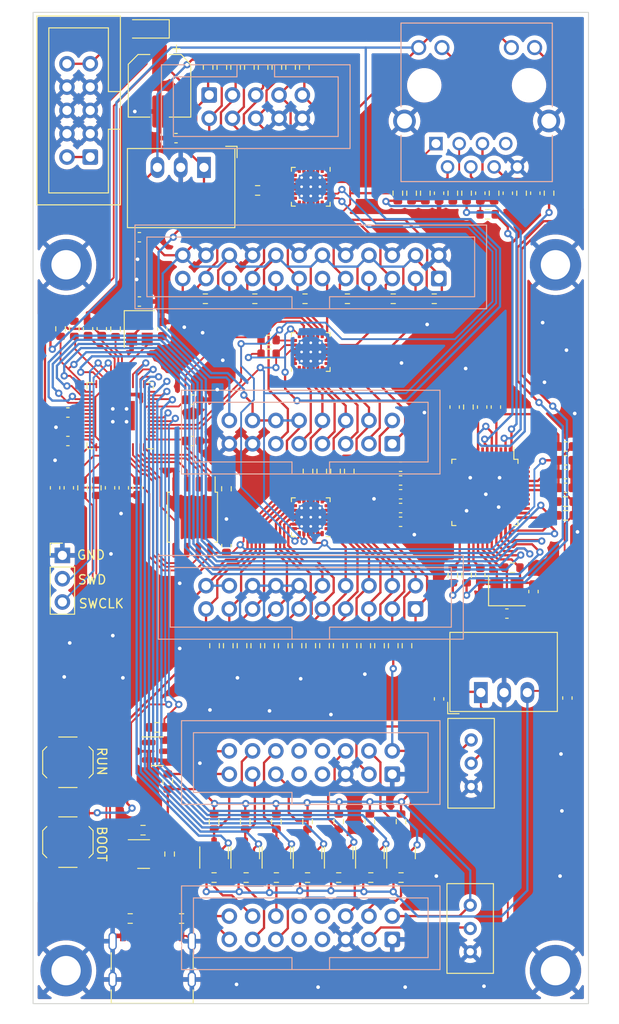
<source format=kicad_pcb>
(kicad_pcb (version 20221018) (generator pcbnew)
  (layers (0 "F.Cu" signal) (31 "B.Cu" signal) (34 "B.Paste" user) (35 "F.Paste" user) (36 "B.SilkS" user "B.Silkscreen") (37 "F.SilkS" user "F.Silkscreen") (38 "B.Mask" user) (39 "F.Mask" user) (44 "Edge.Cuts" user))
  (net 0 "")
  (net 1 "+1V1")
  (net 2 "GND")
  (net 3 "+3.3V")
  (net 4 "+3.3VA")
  (net 5 "Net-(U2-XIN)")
  (net 6 "Net-(U3-XI{slash}CLKIN)")
  (net 7 "RCT")
  (net 8 "Net-(U3-XO)")
  (net 9 "Net-(C27-Pad1)")
  (net 10 "Net-(U3-TOCAP)")
  (net 11 "Net-(U3-1V2O)")
  (net 12 "Net-(J10-TCT)")
  (net 13 "RXP")
  (net 14 "Net-(J10-RD+)")
  (net 15 "+12V")
  (net 16 "Net-(J10-RD-)")
  (net 17 "RXN")
  (net 18 "Net-(D1-A)")
  (net 19 "BUTTON1")
  (net 20 "BUTTON1_LED")
  (net 21 "+5V")
  (net 22 "BUTTON2")
  (net 23 "BUTTON2_LED")
  (net 24 "BUTTON3")
  (net 25 "BUTTON3_LED")
  (net 26 "BUTTON4")
  (net 27 "BUTTON4_LED")
  (net 28 "BUTTON5")
  (net 29 "BUTTON5_LED")
  (net 30 "BUTTON6")
  (net 31 "BUTTON6_LED")
  (net 32 "BUTTON7")
  (net 33 "BUTTON7_LED")
  (net 34 "Net-(J5-VBUS-PadA4)")
  (net 35 "Net-(J5-CC1)")
  (net 36 "D+")
  (net 37 "D-")
  (net 39 "Net-(J5-CC2)")
  (net 41 "Net-(J11-Pin_1)")
  (net 42 "W1")
  (net 43 "B1")
  (net 44 "W2")
  (net 45 "B2")
  (net 46 "W3")
  (net 47 "B3")
  (net 48 "W4")
  (net 49 "B4")
  (net 50 "W5")
  (net 51 "B5")
  (net 52 "R1")
  (net 53 "R2")
  (net 54 "R3")
  (net 55 "R4")
  (net 56 "R5")
  (net 57 "Net-(J13-Pin_3)")
  (net 58 "LCD_RS")
  (net 59 "LCD_E1")
  (net 64 "DB4")
  (net 65 "DB5")
  (net 66 "DB6")
  (net 67 "DB7")
  (net 68 "Net-(J13-Pin_15)")
  (net 69 "Net-(J13-Pin_16)")
  (net 70 "Net-(J14-Pin_3)")
  (net 71 "LCD_E2")
  (net 76 "Net-(J14-Pin_15)")
  (net 77 "Net-(J14-Pin_16)")
  (net 78 "SW1")
  (net 79 "SW6")
  (net 80 "SW2")
  (net 81 "SW7")
  (net 82 "SW3")
  (net 83 "SW8")
  (net 84 "SW4")
  (net 85 "SW5")
  (net 86 "D1")
  (net 87 "LAMP")
  (net 88 "D2")
  (net 89 "M1")
  (net 90 "D3")
  (net 91 "M2")
  (net 92 "D4")
  (net 93 "M3")
  (net 94 "D5")
  (net 95 "D6")
  (net 96 "Net-(Q1-B)")
  (net 97 "Net-(Q2-B)")
  (net 98 "DB7_LO")
  (net 99 "LCD_RS_LO")
  (net 100 "DB6_LO")
  (net 101 "LCD_E1_LO")
  (net 102 "DB5_LO")
  (net 103 "LCD_E2_LO")
  (net 104 "DB4_LO")
  (net 105 "Net-(U2-USB_DP)")
  (net 106 "Net-(U2-USB_DM)")
  (net 107 "/CS_0")
  (net 108 "Net-(U3-TXN)")
  (net 109 "TXN")
  (net 110 "TXP")
  (net 111 "Net-(U3-TXP)")
  (net 112 "Net-(U3-RXN)")
  (net 113 "/INTn")
  (net 114 "Net-(U3-RXP)")
  (net 115 "/RSTn")
  (net 116 "Net-(U2-XOUT)")
  (net 117 "LINKn")
  (net 118 "Net-(J10-Pad11)")
  (net 119 "ACTn")
  (net 120 "Net-(J10-Pad9)")
  (net 121 "Net-(U3-EXRES1)")
  (net 122 "/RUN")
  (net 123 "Net-(R22-Pad2)")
  (net 124 "/QSPI_SS")
  (net 125 "/~{USB_BOOT}")
  (net 126 "SCL")
  (net 127 "SDA")
  (net 128 "BACKLIGHT_1")
  (net 129 "BACKLIGHT_2")
  (net 141 "Net-(J1-Pin_2)")
  (net 142 "Net-(J1-Pin_3)")
  (net 145 "/SCK_0")
  (net 146 "/MOSI_0")
  (net 147 "/MISO_0")
  (net 149 "/QSPI_SD3")
  (net 150 "/QSPI_SCLK")
  (net 151 "/QSPI_SD0")
  (net 152 "/QSPI_SD2")
  (net 153 "/QSPI_SD1")
  (footprint "Package_DFN_QFN:TQFN-24-1EP_4x4mm_P0.5mm_EP2.6x2.6mm_ThermalVias" (layer "F.Cu") (at 59.025 71.6 180)
    (fp_text reference "U6" hide)
    (fp_text value "MAX7313")
  )
  (footprint "MountingHole:MountingHole_3.2mm_M3_DIN965_Pad" (layer "F.Cu") (at 85.725 121)
    (fp_text reference "H4" hide)
    (fp_text value "MountingHole_Pad")
  )
  (footprint "Resistor_SMD:R_0603_1608Metric" (layer "F.Cu") (at 31.725 51.075 -90)
    (fp_text reference "R5" hide)
    (fp_text value "10k")
  )
  (footprint "Capacitor_SMD:C_0603_1608Metric" (layer "F.Cu") (at 44.325 30.3 180)
    (fp_text reference "C22" hide)
    (fp_text value "10u")
  )
  (footprint "Inductor_SMD:L_0603_1608Metric" (layer "F.Cu") (at 86.825 63.9 180)
    (fp_text reference "FB1" hide)
    (fp_text value "FerriteBead")
  )
  (footprint "Capacitor_SMD:C_0603_1608Metric" (layer "F.Cu") (at 38.625 68.4 -90)
    (fp_text reference "C9" hide)
    (fp_text value "100n")
  )
  (footprint "Button_Switch_SMD:SW_SPST_TL3342" (layer "F.Cu") (at 32.525 98.3 90)
    (fp_text reference "SW1" hide)
    (fp_text value "SW_Push")
  )
  (footprint "Diode_SMD:D_SOD-123" (layer "F.Cu") (at 41.225 18.4 180)
    (fp_text reference "D1" hide)
    (fp_text value "SM4007")
  )
  (footprint "Resistor_SMD:R_0603_1608Metric" (layer "F.Cu") (at 56.825 22.575 90)
    (fp_text reference "R27" hide)
    (fp_text value "5.1k")
  )
  (footprint "Resistor_SMD:R_0603_1608Metric" (layer "F.Cu") (at 81.025 77.1 180)
    (fp_text reference "R16" hide)
    (fp_text value "1M")
  )
  (footprint "Capacitor_SMD:C_0603_1608Metric" (layer "F.Cu") (at 68.825 70.6 180)
    (fp_text reference "C16" hide)
    (fp_text value "100n")
  )
  (footprint "Capacitor_SMD:C_0603_1608Metric" (layer "F.Cu") (at 34.725 51.075 90)
    (fp_text reference "C2" hide)
    (fp_text value "100n")
  )
  (footprint "Resistor_SMD:R_0603_1608Metric" (layer "F.Cu") (at 63.225 66.6 -90)
    (fp_text reference "R40" hide)
    (fp_text value "5.1k")
  )
  (footprint "Resistor_SMD:R_0603_1608Metric" (layer "F.Cu") (at 58.325 22.575 90)
    (fp_text reference "R28" hide)
    (fp_text value "5.1k")
  )
  (footprint "Resistor_SMD:R_0603_1608Metric" (layer "F.Cu") (at 48.475 110.8625 180)
    (fp_text reference "R64" hide)
    (fp_text value "10k")
  )
  (footprint "Resistor_SMD:R_0603_1608Metric" (layer "F.Cu") (at 66.525 85.6 -90)
    (fp_text reference "R48" hide)
    (fp_text value "5.1k")
  )
  (footprint "Capacitor_SMD:C_0603_1608Metric" (layer "F.Cu") (at 68.825 67.6 180)
    (fp_text reference "C17" hide)
    (fp_text value "100n")
  )
  (footprint "Capacitor_SMD:C_0603_1608Metric" (layer "F.Cu") (at 31.125 68.4 -90)
    (fp_text reference "C11" hide)
    (fp_text value "1u")
  )
  (footprint "Resistor_SMD:R_0603_1608Metric" (layer "F.Cu") (at 76.025 77.925 -90)
    (fp_text reference "R19" hide)
    (fp_text value "470")
  )
  (footprint "Resistor_SMD:R_0603_1608Metric" (layer "F.Cu") (at 52.325 22.575 90)
    (fp_text reference "R30" hide)
    (fp_text value "5.1k")
  )
  (footprint "MountingHole:MountingHole_3.2mm_M3_DIN965_Pad" (layer "F.Cu") (at 85.725 44.1)
    (fp_text reference "H1" hide)
    (fp_text value "MountingHole_Pad")
  )
  (footprint "Resistor_SMD:R_0603_1608Metric" (layer "F.Cu") (at 33.225 51.075 90)
    (fp_text reference "R22" hide)
    (fp_text value "1k")
  )
  (footprint "Resistor_SMD:R_0603_1608Metric" (layer "F.Cu") (at 58.675 110.8625 180)
    (fp_text reference "R98" hide)
    (fp_text value "10k")
  )
  (footprint "Resistor_SMD:R_0603_1608Metric" (layer "F.Cu") (at 74.525 77.925 -90)
    (fp_text reference "R18" hide)
    (fp_text value "470")
  )
  (footprint "Resistor_SMD:R_0603_1608Metric" (layer "F.Cu") (at 70.025 36.3 -90)
    (fp_text reference "R13" hide)
    (fp_text value "49.9")
  )
  (footprint "Resistor_SMD:R_0603_1608Metric" (layer "F.Cu") (at 48.525 85.6 -90)
    (fp_text reference "R58" hide)
    (fp_text value "5.1k")
  )
  (footprint "Capacitor_SMD:C_0603_1608Metric" (layer "F.Cu") (at 40.325 48.1)
    (fp_text reference "C27" hide)
    (fp_text value "27p")
  )
  (footprint "Capacitor_SMD:C_0603_1608Metric" (layer "F.Cu") (at 80.525 36.3 90)
    (fp_text reference "C25" hide)
    (fp_text value "10n")
  )
  (footprint "Resistor_SMD:R_0603_1608Metric" (layer "F.Cu") (at 54.425 52.3 180)
    (fp_text reference "R39" hide)
    (fp_text value "5.1k")
  )
  (footprint "Resistor_SMD:R_0603_1608Metric" (layer "F.Cu") (at 52.925 47.8)
    (fp_text reference "R36" hide)
    (fp_text value "5.1k")
  )
  (footprint "Capacitor_SMD:C_0603_1608Metric" (layer "F.Cu") (at 83.325 79.7 -90)
    (fp_text reference "C26" hide)
    (fp_text value "22p")
  )
  (footprint "Capacitor_SMD:C_0603_1608Metric" (layer "F.Cu") (at 83.525 36.3 -90)
    (fp_text reference "C33" hide)
    (fp_text value "6.8n")
  )
  (footprint "Resistor_SMD:R_0603_1608Metric" (layer "F.Cu") (at 68.025 47.8)
    (fp_text reference "R42" hide)
    (fp_text value "5.1k")
  )
  (footprint "Resistor_SMD:R_0603_1608Metric" (layer "F.Cu") (at 56.025 85.6 -90)
    (fp_text reference "R63" hide)
    (fp_text value "5.1k")
  )
  (footprint "Capacitor_SMD:C_0603_1608Metric" (layer "F.Cu") (at 87.025 91.3 -90)
    (fp_text reference "C35" hide)
    (fp_text value "10u")
  )
  (footprint "Resistor_SMD:R_0603_1608Metric" (layer "F.Cu") (at 53.025 85.6 -90)
    (fp_text reference "R55" hide)
    (fp_text value "5.1k")
  )
  (footprint "MountingHole:MountingHole_3.2mm_M3_DIN965_Pad" (layer "F.Cu") (at 32.325 44.1)
    (fp_text reference "H2" hide)
    (fp_text value "MountingHole_Pad")
  )
  (footprint "Resistor_SMD:R_0603_1608Metric" (layer "F.Cu") (at 51.875 104.7625 -90)
    (fp_text reference "R71" hide)
    (fp_text value "10k")
  )
  (footprint "Capacitor_SMD:C_0603_1608Metric" (layer "F.Cu") (at 42.825 51.1 90)
    (fp_text reference "C23" hide)
    (fp_text value "27p")
  )
  (footprint "Capacitor_SMD:C_0603_1608Metric" (layer "F.Cu") (at 79.225 59.6 90)
    (fp_text reference "C19" hide)
    (fp_text value "100n")
  )
  (footprint "Resistor_SMD:R_0603_1608Metric" (layer "F.Cu") (at 62.075 110.8625 180)
    (fp_text reference "R72" hide)
    (fp_text value "10k")
  )
  (footprint "Capacitor_SMD:C_0603_1608Metric" (layer "F.Cu") (at 73.025 91.4 -90)
    (fp_text reference "C34" hide)
    (fp_text value "10u")
  )
  (footprint "Crystal:Crystal_SMD_3225-4Pin_3.2x2.5mm" (layer "F.Cu") (at 80.425 79.6)
    (fp_text reference "Y2" hide)
    (fp_text value "25MHz")
  )
  (footprint "Resistor_SMD:R_0603_1608Metric" (layer "F.Cu") (at 65.025 85.6 -90)
    (fp_text reference "R60" hide)
    (fp_text value "5.1k")
  )
  (footprint "Button_Switch_SMD:SW_SPST_TL3342" (layer "F.Cu") (at 32.525 107 90)
    (fp_text reference "SW2" hide)
    (fp_text value "SW_Push")
  )
  (footprint "Resistor_SMD:R_0603_1608Metric" (layer "F.Cu") (at 86.825 69.9 180)
    (fp_text reference "R11" hide)
    (fp_text value "10k")
  )
  (footprint "MountingHole:MountingHole_3.2mm_M3_DIN965_Pad" (layer "F.Cu") (at 32.325 121)
    (fp_text reference "H3" hide)
    (fp_text value "MountingHole_Pad")
  )
  (footprint "Resistor_SMD:R_0603_1608Metric" (layer "F.Cu") (at 49.825 68.5 -90)
    (fp_text reference "R23" hide)
    (fp_text value "1k")
  )
  (footprint "Resistor_SMD:R_0603_1608Metric" (layer "F.Cu") (at 54.425 53.8 180)
    (fp_text reference "R44" hide)
    (fp_text value "5.1k")
  )
  (footprint "Capacitor_SMD:CP_Elec_6.3x5.4" (layer "F.Cu") (at 42.525 24.6 -90)
    (fp_text reference "C32" hide)
    (fp_text value "100u")
  )
  (footprint "Connector_USB:USB_C_Receptacle_Palconn_UTC16-G" (layer "F.Cu") (at 41.725 119.725)
    (fp_text reference "J5" hide)
    (fp_text value "USB_C_Receptacle_USB2.0")
  )
  (footprint "Resistor_SMD:R_0603_1608Metric" (layer "F.Cu") (at 61.725 66.6 -90)
    (fp_text reference "R33" hide)
    (fp_text value "5.1k")
  )
  (footprint "Package_TO_SOT_SMD:SOT-23" (layer "F.Cu") (at 40.7875 108.3)
    (fp_text reference "Q2" hide)
    (fp_text value "MMBT2222")
  )
  (footprint "Resistor_SMD:R_0603_1608Metric" (layer "F.Cu") (at 58.725 66.6 -90)
    (fp_text reference "R37" hide)
    (fp_text value "5.1k")
  )
  (footprint "Capacitor_SMD:C_0603_1608Metric" (layer "F.Cu") (at 77.525 77.9 -90)
    (fp_text reference "C12" hide)
    (fp_text value "100n")
  )
  (footprint "Resistor_SMD:R_0603_1608Metric" (layer "F.Cu") (at 47.825 22.575 90)
    (fp_text reference "R24" hide)
    (fp_text value "5.1k")
  )
  (footprint "Package_TO_SOT_SMD:SOT-23" (layer "F.Cu") (at 58.675 108.1625 90)
    (fp_text reference "Q9" hide)
    (fp_text value "BSS138")
  )
  (footprint "Resistor_SMD:R_0603_1608Metric" (layer "F.Cu") (at 35.625 68.4 90)
    (fp_text reference "R3" hide)
    (fp_text value "27")
  )
  (footprint "Converter_DCDC:Converter_DCDC_RECOM_R-78E-0.5_THT" (layer "F.Cu") (at 77.578 90.7075)
    (fp_text reference "U4" hide)
    (fp_text value "R-783.3-1.0")
  )
  (footprint "Resistor_SMD:R_0603_1608Metric" (layer "F.Cu") (at 62.075 104.7625 -90)
    (fp_text reference "R73" hide)
    (fp_text value "10k")
  )
  (footprint "Resistor_SMD:R_0603_1608Metric" (layer "F.Cu") (at 44.925 115.325 180)
    (fp_text reference "R2" hide)
    (fp_text value "5.1k")
  )
  (footprint "Package_DFN_QFN:TQFN-24-1EP_4x4mm_P0.5mm_EP2.6x2.6mm_ThermalVias" (layer "F.Cu") (at 59.025 35.6 -90)
    (fp_text reference "U7" hide)
    (fp_text value "MAX7313")
  )
  (footprint "Capacitor_SMD:C_0603_1608Metric" (layer "F.Cu") (at 77.725 59.6 90)
    (fp_text reference "C20" hide)
    (fp_text value "100n")
  )
  (footprint "Capacitor_SMD:C_0603_1608Metric" (layer "F.Cu") (at 32.625 68.4 -90)
    (fp_text reference "C10" hide)
    (fp_text value "1u")
  )
  (footprint "Resistor_SMD:R_0603_1608Metric" (layer "F.Cu") (at 86.825 71.4 180)
    (fp_text reference "R9" hide)
    (fp_text value "10k")
  )
  (footprint "Resistor_SMD:R_0603_1608Metric" (layer "F.Cu") (at 55.325 22.575 90)
    (fp_text reference "R31" hide)
    (fp_text value "5.1k")
  )
  (footprint "Capacitor_SMD:C_0603_1608Metric" (layer "F.Cu") (at 46.125 58.8)
    (fp_text reference "C6" hide)
    (fp_text value "100n")
  )
  (footprint "Resistor_SMD:R_0603_1608Metric" (layer "F.Cu") (at 76.225 59.6 -90)
    (fp_text reference "R20" hide)
    (fp_text value "12.4k")
  )
  (footprint "Resistor_SMD:R_0603_1608Metric" (layer "F.Cu") (at 74.525 36.3 -90)
    (fp_text reference "R12" hide)
    (fp_text value "49.9")
  )
  (footprint "Resistor_SMD:R_0603_1608Metric" (layer "F.Cu") (at 71.525 36.3 -90)
    (fp_text reference "R21" hide)
    (fp_text value "10")
  )
  (footprint "Resistor_SMD:R_0603_1608Metric" (layer "F.Cu") (at 55.275 104.7625 -90)
    (fp_text reference "R88" hide)
    (fp_text value "10k")
  )
  (footprint "Resistor_SMD:R_0603_1608Metric" (layer "F.Cu") (at 68.025 85.6 -90)
    (fp_text reference "R59" hide)
    (fp_text value "5.1k")
  )
  (footprint "Capacitor_SMD:C_0603_1608Metric" (layer "F.Cu") (at 32.525 63.3 180)
    (fp_text reference "C5" hide)
    (fp_text value "100n")
  )
  (footprint "Package_TO_SOT_SMD:SOT-23" (layer "F.Cu") (at 55.275 108.1625 90)
    (fp_text reference "Q7" hide)
    (fp_text value "BSS138")
  )
  (footprint "Resistor_SMD:R_0603_1608Metric" (layer "F.Cu") (at 60.525 85.6 -90)
    (fp_text reference "R52" hide)
    (fp_text value "5.1k")
  )
  (footprint "Resistor_SMD:R_0603_1608Metric" (layer "F.Cu") (at 68.525 36.3 -90)
    (fp_text reference "R7" hide)
    (fp_text value "4.7")
  )
  (footprint "Resistor_SMD:R_0603_1608Metric" (layer "F.Cu") (at 69.525 85.6 -90)
    (fp_text reference "R45" hide)
    (fp_text value "5.1k")
  )
  (footprint "Resistor_SMD:R_0603_1608Metric" (layer "F.Cu") (at 50.825 22.575 90)
    (fp_text reference "R25" hide)
    (fp_text value "5.1k")
  )
  (footprint "Capacitor_SMD:C_0603_1608Metric" (layer "F.Cu") (at 74.725 59.6 90)
    (fp_text reference "C21" hide)
    (fp_text value "100n")
  )
  (footprint "Resistor_SMD:R_0603_1608Metric" (layer "F.Cu") (at 58.675 104.7625 -90)
    (fp_text reference "R99" hide)
    (fp_text value "10k")
  )
  (footprint "Resistor_SMD:R_0603_1608Metric" (layer "F.Cu") (at 65.575 110.8625 180)
    (fp_text reference "R89" hide)
    (fp_text value "10k")
  )
  (footprint "Resistor_SMD:R_0603_1608Metric" (layer "F.Cu") (at 43.425 100.4 90)
    (fp_text reference "R46" hide)
    (fp_text value "220")
  )
  (footprint "Resistor_SMD:R_0603_1608Metric" (layer "F.Cu") (at 57.525 85.6 -90)
    (fp_text reference "R53" hide)
    (fp_text value "5.1k")
  )
  (footprint "Resistor_SMD:R_0603_1608Metric" (layer "F.Cu") (at 39.325 115.325)
    (fp_text reference "R1" hide)
    (fp_text value "5.1k")
  )
  (footprint "Resistor_SMD:R_0603_1608Metric" (layer "F.Cu") (at 53.225 36 180)
    (fp_text reference "R32" hide)
    (fp_text value "5.1k")
  )
  (footprint "Package_TO_SOT_SMD:SOT-23" (layer "F.Cu") (at 48.475 108.1625 90)
    (fp_text reference "Q3" hide)
    (fp_text value "BSS138")
  )
  (footprint "Resistor_SMD:R_0603_1608Metric" (layer "F.Cu") (at 37.725 51.1 90)
    (fp_text reference "R17" hide)
    (fp_text value "1k")
  )
  (footprint "Package_TO_SOT_SMD:SOT-23" (layer "F.Cu") (at 68.875 108.1625 90)
    (fp_text reference "Q4" hide)
    (fp_text value "BSS138")
  )
  (footprint "Crystal:Crystal_SMD_3225-4Pin_3.2x2.5mm" (layer "F.Cu") (at 40.325 51.1 -90)
    (fp_text reference "Y1" hide)
    (fp_text value "12MHz")
  )
  (footprint "Resistor_SMD:R_0603_1608Metric" (layer "F.Cu") (at 34.125 68.4 90)
    (fp_text reference "R4" hide)
    (fp_text value "27")
  )
  (footprint "Capacitor_SMD:C_0603_1608Metric" (layer "F.Cu") (at 86.825 65.4)
    (fp_text reference "C13" hide)
    (fp_text value "100n")
  )
  (footprint "Connector_PinHeader_2.54mm:PinHeader_1x03_P2.54mm_Vertical" (layer "F.Cu") (at 31.925 75.76)
    (fp_text reference "J1" hide)
    (fp_text value "Conn_01x03")
  )
  (footprint "Potentiometer_THT:Potentiometer_Bourns_3296W_Vertical" (layer "F.Cu") (at 76.525 100.95 -90)
    (fp_text reference "RV3" hide)
    (fp_text value "10k")
  )
  (footprint "Resistor_SMD:R_0603_1608Metric" (layer "F.Cu") (at 85.025 36.3 90)
    (fp_text reference "R8" hide)
    (fp_text value "4.7")
  )
  (footprint "Resistor_SMD:R_0603_1608Metric" (layer "F.Cu") (at 55.275 110.8625 180)
    (fp_text reference "R87" hide)
    (fp_text value "10k")
  )
  (footprint "Capacitor_SMD:C_0603_1608Metric" (layer "F.Cu") (at 73.025 36.3 90)
    (fp_text reference "C30" hide)
    (fp_text value "10n")
  )
  (footprint "Resistor_SMD:R_0603_1608Metric" (layer "F.Cu") (at 76.025 36.3 90)
    (fp_text reference "R6" hide)
    (fp_text value "4.7")
  )
  (footprint "Package_DFN_QFN:QFN-56-1EP_7x7mm_P0.4mm_EP3.2x3.2mm" (layer "F.Cu") (at 38.225 60.5375 180)
    (fp_text reference "U2" hide)
    (fp_text value "RP2040")
  )
  (footprint "Capacitor_SMD:C_0603_1608Metric" (layer "F.Cu") (at 46.125 63.3)
    (fp_text reference "C7" hide)
    (fp_text value "100n")
  )
  (footprint "Capacitor_SMD:C_0603_1608Metric" (layer "F.Cu") (at 80.425 82.1 180)
    (fp_text reference "C24" hide)
    (fp_text value "22p")
  )
  (footprint "Resistor_SMD:R_0603_1608Metric" (layer "F.Cu") (at 60.225 66.6 -90)
    (fp_text reference "R35" hide)
    (fp_text value "5.1k")
  )
  (footprint "Resistor_SMD:R_0603_1608Metric" (layer "F.Cu") (at 63.525 85.6 -90)
    (fp_text reference "R49" hide)
    (fp_text value "5.1k")
  )
  (footprint "Package_TO_SOT_SMD:SOT-23" (layer "F.Cu") (at 65.475 108.1625 90)
    (fp_text reference "Q8" hide)
    (fp_text value "BSS138")
  )
  (footprint "Converter_DCDC:Converter_DCDC_RECOM_R-78E-0.5_THT" (layer "F.Cu") (at 47.372 33.4925 180)
    (fp_text reference "U8" hide)
    (fp_text value "R-785.0-1.0")
  )
  (footprint "Resistor_SMD:R_0603_1608Metric" (layer "F.Cu") (at 40.725 105.7 180)
    (fp_text reference "R51" hide)
    (fp_text value "1k")
  )
  (footprint "Capacitor_SMD:C_0603_1608Metric" (layer "F.Cu") (at 40.125 68.4 -90)
    (fp_text reference "C1" hide)
    (fp_text value "100n")
  )
  (footprint "Capacitor_SMD:C_0603_1608Metric" (layer "F.Cu") (at 68.825 66.1 180)
    (fp_text reference "C18" hide)
    (fp_text value "100n")
  )
  (footprint "Resistor_SMD:R_0603_1608Metric" (layer "F.Cu") (at 82.025 36.3 90)
    (fp_text reference "R14" hide)
    (fp_text value "49.9")
  )
  (footprint "Package_QFP:LQFP-48_7x7mm_P0.5mm" (layer "F.Cu") (at 78.025 68.9 -90)
    (fp_text reference "U3" hide)
    (fp_text value "W5500")
  )
  (footprint "Resistor_SMD:R_0603_1608Metric" (layer "F.Cu") (at 78.325 38.6)
    (fp_text reference "R10" hide)
    (fp_text value "4.7")
  )
  (footprint "Package_TO_SOT_SMD:SOT-23" (layer "F.Cu") (at 42.2875 97.1)
    (fp_text reference "Q1" hide)
    (fp_text value "MMBT2222")
  )
  (footprint "Resistor_SMD:R_0603_1608Metric" (layer "F.Cu") (at 43.625 108.3 -90)
    (fp_text reference "R47" hide)
    (fp_text value "220")
  )
  (footprint "Resistor_SMD:R_0603_1608Metric" (layer "F.Cu") (at 50.025 85.6 -90)
    (fp_text reference "R57" hide)
    (fp_text value "5.1k")
  )
  (footprint "Resistor_SMD:R_0603_1608Metric" (layer "F.Cu") (at 65.475 104.7625 -90)
    (fp_text reference "R90" hide)
    (fp_text value "10k")
  )
  (footprint "Resistor_SMD:R_0603_1608Metric" (layer "F.Cu") (at 51.975 110.8625 180)
    (fp_text reference "R70" hide)
    (fp_text value "10k")
  )
  (footprint "Resistor_SMD:R_0603_1608Metric" (layer "F.Cu") (at 59.025 85.6 -90)
    (fp_text reference "R62" hide)
    (fp_text value "5.1k")
  )
  (footprint "Resistor_SMD:R_0603_1608Metric" (layer "F.Cu") (at 49.325 22.575 90)
    (fp_text reference "R29" hide)
    (fp_text value "5.1k")
  )
  (footprint "Resistor_SMD:R_0603_1608Metric" (layer "F.Cu") (at 79.025 36.3 90)
    (fp_text reference "R15" hide)
    (fp_text value "49.9")
  )
  (footprint "Package_DFN_QFN:TQFN-24-1EP_4x4mm_P0.5mm_EP2.6x2.6mm_ThermalVias" (layer "F.Cu") (at 59.025 53.6 90)
    (fp_text reference "U1" hide)
    (fp_text value "MAX7313")
  )
  (footprint "Capacitor_SMD:C_0603_1608Metric" (layer "F.Cu") (at 86.825 68.4)
    (fp_text reference "C15" hide)
    (fp_text value "100n")
  )
  (footprint "Resistor_SMD:R_0603_1608Metric" (layer "F.Cu") (at 68.875 104.7625 -90)
    (fp_text reference "R67" hide)
    (fp_text value "10k")
  )
  (footprint "Resistor_SMD:R_0603_1608Metric" (layer "F.Cu") (at 47.525 47.8)
    (fp_text reference "R34" hide)
    (fp_text value "5.1k")
  )
  (footprint "Resistor_SMD:R_0603_1608Metric" (layer "F.Cu") (at 48.475 104.7625 -90)
    (fp_text reference "R65" hide)
    (fp_text value "10k")
  )
  (footprint "Resistor_SMD:R_0603_1608Metric" (layer "F.Cu") (at 63.025 47.8)
    (fp_text reference "R41" hide)
    (fp_text value "5.1k")
  )
  (footprint "Capacitor_SMD:C_0603_1608Metric" (layer "F.Cu") (at 49.825 74.7 90)
    (fp_text reference "C42" hide)
    (fp_text value "100n")
  )
  (footprint "Capacitor_SMD:C_0603_1608Metric" (layer "F.Cu") (at 40.325 41.1 180)
    (fp_text reference "C36" hide)
    (fp_text value "10u")
  )
  (footprint "Capacitor_SMD:C_0603_1608Metric" (layer "F.Cu") (at 36.225 51.075 90)
    (fp_text reference "C3" hide)
    (fp_text value "100n")
  )
  (footprint "Capacitor_SMD:C_0603_1608Metric" (layer "F.Cu") (at 68.825 69.1 180)
    (fp_text reference "C28" hide)
    (fp_text value "10u")
  )
  (footprint "Capacitor_SMD:C_0603_1608Metric" (layer "F.Cu") (at 32.525 60.2 180)
    (fp_text reference "C4" hide)
    (fp_text value "100n")
  )
  (footprint "Package_SO:SOIC-8_5.23x5.23mm_P1.27mm" (layer "F.Cu") (at 46.125 71.6 -90)
    (fp_text reference "U5" hide)
    (fp_text value "W25Q128JVS")
  )
  (footprint "Resistor_SMD:R_0603_1608Metric" (layer "F.Cu") (at 51.525 85.6 -90)
    (fp_text reference "R56" hide)
    (fp_text value "5.1k")
  )
  (footprint "Capacitor_SMD:C_0603_1608Metric" (layer "F.Cu") (at 68.825 72.1 180)
    (fp_text reference "C29" hide)
    (fp_text value "100n")
  )
  (footprint "Package_TO_SOT_SMD:SOT-23" (layer "F.Cu") (at 51.875 108.1625 90)
    (fp_text reference "Q5" hide)
    (fp_text value "BSS138")
  )
  (footprint "Connector_IDC:IDC-Header_2x05_P2.54mm_Vertical" (layer "F.Cu") (at 34.965 32.36 180)
    (fp_text reference "J11" hide)
    (fp_text value "Conn_02x05_Odd_Even")
  )
  (footprint "Resistor_SMD:R_0603_1608Metric" (layer "F.Cu") (at 53.825 22.575 90)
    (fp_text reference "R26" hide)
    (fp_text value "5.1k")
  )
  (footprint "Capacitor_SMD:C_0603_1608Metric" (layer "F.Cu") (at 37.125 68.4 -90)
    (fp_text reference "C8" hide)
    (fp_text value "100n")
  )
  (footprint "Package_TO_SOT_SMD:SOT-23" (layer "F.Cu") (at 62.075 108.1625 90)
    (fp_text reference "Q6" hide)
    (fp_text value "BSS138")
  )
  (footprint "Resistor_SMD:R_0603_1608Metric" (layer "F.Cu") (at 54.525 85.6 -90)
    (fp_text reference "R54" hide)
    (fp_text value "5.1k")
  )
  (footprint "Potentiometer_THT:Potentiometer_Bourns_3296W_Vertical" (layer "F.Cu") (at 76.425 118.95 -90)
    (fp_text reference "RV1" hide)
    (fp_text value "10k")
  )
  (footprint "Resistor_SMD:R_0603_1608Metric" (layer "F.Cu") (at 62.025 85.6 -90)
    (fp_text reference "R61" hide)
    (fp_text value "5.1k")
  )
  (footprint "Resistor_SMD:R_0603_1608Metric" (layer "F.Cu") (at 58.4 47.8)
    (fp_text reference "R38" hide)
    (fp_text value "5.1k")
  )
  (footprint "Capacitor_SMD:C_0603_1608Metric" (layer "F.Cu") (at 77.525 36.3 90)
    (fp_text reference "C31" hide)
    (fp_text value "6.8n")
  )
  (footprint "Resistor_SMD:R_0603_1608Metric" (layer "F.Cu") (at 72.5 47.8 180)
    (fp_text reference "R43" hide)
    (fp_text value "5.1k")
  )
  (footprint "Capacitor_SMD:C_0603_1608Metric" (layer "F.Cu") (at 86.825 66.9)
    (fp_text reference "C14" hide)
    (fp_text value "100n")
  )
  (footprint "Resistor_SMD:R_0603_1608Metric" (layer "F.Cu") (at 68.875 110.8625 180)
    (fp_text reference "R66" hide)
    (fp_text value "10k")
  )
  (footprint "Resistor_SMD:R_0603_1608Metric" (layer "F.Cu") (at 42.225 94.5 180)
    (fp_text reference "R50" hide)
    (fp_text value "1k")
  )
  (footprint "Connector_IDC:IDC-Header_2x08_P2.54mm_Vertical" (layer "B.Cu") (at 67.915 63.6 90)
    (fp_text reference "J18" hide)
    (fp_text value "HEAD_LEDS")
  )
  (footprint "Connector_IDC:IDC-Header_2x08_P2.54mm_Vertical" (layer "B.Cu") (at 67.915 99.6 90)
    (fp_text reference "J13" hide)
    (fp_text value "DISPLAY_1")
  )
  (footprint "Connector_IDC:IDC-Header_2x08_P2.54mm_Vertical" (layer "B.Cu") (at 67.915 117.6 90)
    (fp_text reference "J14" hide)
    (fp_text value "DISPLAY_2")
  )
  (footprint "Connector_IDC:IDC-Header_2x10_P2.54mm_Vertical" (layer "B.Cu") (at 70.455 81.6 90)
    (fp_text reference "J12" hide)
    (fp_text value "MOUTH_LEDS")
  )
  (footprint "Connector_IDC:IDC-Header_2x12_P2.54mm_Vertical" (layer "B.Cu") (at 72.995 45.6 90)
    (fp_text reference "J2" hide)
    (fp_text value "Conn_02x12_Odd_Even")
  )
  (footprint "Connector_IDC:IDC-Header_2x05_P2.54mm_Vertical" (layer "B.Cu") (at 47.945 25.6 -90)
    (fp_text reference "J17" hide)
    (fp_text value "ROTARY_SWITCH")
  )
  (footprint "footprints:BEL_SI-46001-F" (layer "B.Cu") (at 77.125 24.545)
    (fp_text reference "J10" hide)
    (fp_text value "SI-46001-F")
  )
  (gr_rect (start 28.725 16.6) (end 89.325 124.6) (stroke (width 0.1)) (fill none) (layer "Edge.Cuts"))
  (gr_text "BOOT" (at 36.225 107.2 270) (layer "F.SilkS") (effects (font (size 1 1))))
  (gr_text "RUN" (at 36.225 98.2 -90) (layer "F.SilkS") (effects (font (size 1 1))))
  (gr_text "SWD" (at 33.525 79) (layer "F.SilkS") (effects (font (size 1 1)) (justify left bottom)))
  (gr_text "SWCLK" (at 33.625 81.6) (layer "F.SilkS") (effects (font (size 1 1)) (justify left bottom)))
  (gr_text "GND" (at 33.425 76.3) (layer "F.SilkS") (effects (font (size 1 1)) (justify left bottom)))
  (segment (start 35.525 58.5) (end 35.525 62.8) (width 0.2) (layer "F.Cu") (net 1))
  (segment (start 38.425 63.44114) (end 38.425 63.975) (width 0.2) (layer "F.Cu") (net 1))
  (segment (start 35.525 62.8) (end 35.9625 63.2375) (width 0.2) (layer "F.Cu") (net 1))
  (segment (start 36.425 64.7) (end 36.425 63.975) (width 0.2) (layer "F.Cu") (net 1))
  (segment (start 37.625 54.331372) (end 36.243628 52.95) (width 0.2) (layer "F.Cu") (net 1))
  (segment (start 36.425 63.975) (end 36.425 63.44114) (width 0.2) (layer "F.Cu") (net 1))
  (segment (start 37.35886 57.9) (end 36.125 57.9) (width 0.2) (layer "F.Cu") (net 1))
  (segment (start 37.625 57.1) (end 37.625 57.63386) (width 0.2) (layer "F.Cu") (net 1))
  (segment (start 36.62864 63.2375) (end 38.22136 63.2375) (width 0.2) (layer "F.Cu") (net 1))
  (segment (start 38.425 65.925) (end 40.125 67.625) (width 0.2) (layer "F.Cu") (net 1))
  (segment (start 35.35 64.9) (end 36.225 64.9) (width 0.2) (layer "F.Cu") (net 1))
  (segment (start 36.125 57.9) (end 35.525 58.5) (width 0.2) (layer "F.Cu") (net 1))
  (segment (start 32.625 67.625) (end 35.35 64.9) (width 0.2) (layer "F.Cu") (net 1))
  (segment (start 38.425 63.975) (end 38.425 65.925) (width 0.2) (layer "F.Cu") (net 1))
  (segment (start 37.625 57.1) (end 37.625 54.331372) (width 0.2) (layer "F.Cu") (net 1))
  (segment (start 36.425 63.44114) (end 36.62864 63.2375) (width 0.2) (layer "F.Cu") (net 1))
  (segment (start 35.825 52.95) (end 34.725 51.85) (width 0.2) (layer "F.Cu") (net 1))
  (segment (start 36.243628 52.95) (end 35.825 52.95) (width 0.2) (layer "F.Cu") (net 1))
  (segment (start 36.225 64.9) (end 36.425 64.7) (width 0.2) (layer "F.Cu") (net 1))
  (segment (start 38.22136 63.2375) (end 38.425 63.44114) (width 0.2) (layer "F.Cu") (net 1))
  (segment (start 35.9625 63.2375) (end 36.62864 63.2375) (width 0.2) (layer "F.Cu") (net 1))
  (segment (start 37.625 57.63386) (end 37.35886 57.9) (width 0.2) (layer "F.Cu") (net 1))
  (segment (start 60.275 53.85) (end 60.025 53.6) (width 0.25) (layer "F.Cu") (net 2))
  (segment (start 60.8125 34.35) (end 60.7875 34.375) (width 0.15) (layer "F.Cu") (net 2))
  (segment (start 76.775 66.95) (end 76.425 67.3) (width 0.25) (layer "F.Cu") (net 2))
  (segment (start 38.925 59.8) (end 38.925 59.9) (width 0.2) (layer "F.Cu") (net 2))
  (segment (start 60.7875 34.375) (end 60.25 34.375) (width 0.15) (layer "F.Cu") (net 2))
  (segment (start 39.475 51.95) (end 41.175 50.25) (width 0.25) (layer "F.Cu") (net 2))
  (segment (start 37.985 117.215) (end 37.405 117.795) (width 0.2) (layer "F.Cu") (net 2))
  (segment (start 57.2375 54.35) (end 57.775 54.35) (width 0.25) (layer "F.Cu") (net 2))
  (segment (start 39.025 59.8) (end 38.925 59.8) (width 0.2) (layer "F.Cu") (net 2))
  (segment (start 73.8625 67.65) (end 76.075 67.65) (width 0.25) (layer "F.Cu") (net 2))
  (segment (start 76.775 64.7375) (end 76.775 66.95) (width 0.25) (layer "F.Cu") (net 2))
  (segment (start 60.25 34.375) (end 60.025 34.6) (width 0.15) (layer "F.Cu") (net 2))
  (segment (start 44.925 117.215) (end 45.465 117.215) (width 0.2) (layer "F.Cu") (net 2))
  (segment (start 75.775 66.65) (end 76.425 67.3) (width 0.25) (layer "F.Cu") (net 2))
  (segment (start 59.775 73.3875) (end 59.775 72.85) (width 0.25) (layer "F.Cu") (net 2))
  (segment (start 59.275 70.35) (end 59.025 70.6) (width 0.25) (layer "F.Cu") (net 2))
  (segment (start 45.465 117.215) (end 46.045 117.795) (width 0.2) (layer "F.Cu") (net 2))
  (segment (start 77.275 73.0625) (end 77.275 75.35) (width 0.25) (layer "F.Cu") (net 2))
  (segment (start 39.475 52.2) (end 39.475 51.95) (width 0.25) (layer "F.Cu") (net 2))
  (segment (start 73.8625 69.15) (end 78.075 69.15) (width 0.25) (layer "F.Cu") (net 2))
  (segment (start 80.775 66.15) (end 79.625 67.3) (width 0.25) (layer "F.Cu") (net 2))
  (segment (start 57.8 72.825) (end 58.025 72.6) (width 0.15) (layer "F.Cu") (net 2))
  (segment (start 39.225 59.6) (end 39.025 59.8) (width 0.2) (layer "F.Cu") (net 2))
  (segment (start 57.2375 54.85) (end 57.2375 54.35) (width 0.25) (layer "F.Cu") (net 2))
  (segment (start 59.275 69.8125) (end 59.275 70.35) (width 0.25) (layer "F.Cu") (net 2))
  (segment (start 57.775 35.35) (end 58.025 35.6) (width 0.25) (layer "F.Cu") (net 2))
  (segment (start 57.775 54.35) (end 58.025 54.6) (width 0.25) (layer "F.Cu") (net 2))
  (segment (start 57.2625 72.825) (end 57.8 72.825) (width 0.15) (layer "F.Cu") (net 2))
  (segment (start 60.8125 53.85) (end 60.275 53.85) (width 0.25) (layer "F.Cu") (net 2))
  (segment (start 38.925 59.9) (end 39.025 59.8) (width 0.2) (layer "F.Cu") (net 2))
  (segment (start 57.2375 35.35) (end 57.775 35.35) (width 0.25) (layer "F.Cu") (net 2))
  (segment (start 79.775 64.7375) (end 79.775 67.15) (width 0.25) (layer "F.Cu") (net 2))
  (segment (start 77.275 75.35) (end 79.325 77.4) (width 0.25) (layer "F.Cu") (net 2))
  (segment (start 76.075 67.65) (end 76.425 67.3) (width 0.25) (layer "F.Cu") (net 2))
  (segment (start 79.775 67.15) (end 79.625 67.3) (width 0.25) (layer "F.Cu") (net 2))
  (segment (start 57.2375 72.85) (end 57.2625 72.825) (width 0.15) (layer "F.Cu") (net 2))
  (segment (start 73.8625 66.65) (end 75.775 66.65) (width 0.25) (layer "F.Cu") (net 2))
  (segment (start 78.075 69.15) (end 78.125 69.1) (width 0.25) (layer "F.Cu") (net 2))
  (segment (start 41.175 50.25) (end 41.175 50) (width 0.25) (layer "F.Cu") (net 2))
  (segment (start 59.775 72.85) (end 60.025 72.6) (width 0.25) (layer "F.Cu") (net 2))
  (segment (start 38.525 117.215) (end 37.985 117.215) (width 0.2) (layer "F.Cu") (net 2))
  (segment (start 39.225 57.1) (end 39.225 59.6) (width 0.2) (layer "F.Cu") (net 2))
  (segment (start 59.775 73.3875) (end 60.275 73.3875) (width 0.25) (layer "F.Cu") (net 2))
  (segment (start 79.325 77.4) (end 79.325 78.75) (width 0.25) (layer "F.Cu") (net 2))
  (segment (start 82.1875 66.15) (end 80.775 66.15) (width 0.25) (layer "F.Cu") (net 2))
  (via (at 49.825 71.8) (size 0.8) (drill 0.4) (layers "F.Cu" "B.Cu") (net 2))
  (via (at 32.125 89) (size 0.8) (drill 0.4) (layers "F.Cu" "B.Cu") (net 2))
  (via (at 46.925 98.4) (size 0.8) (drill 0.4) (layers "F.Cu" "B.Cu") (net 2))
  (via (at 51.025 89.1) (size 0.8) (drill 0.4) (layers "F.Cu" "B.Cu") (net 2))
  (via (at 38.925 61.2) (size 0.8) (drill 0.4) (layers "F.Cu" "B.Cu") (net 2))
  (via (at 75.925 55.4) (size 0.8) (drill 0.4) (layers "F.Cu" "B.Cu") (net 2))
  (via (at 88.125 73.2) (size 0.8) (drill 0.4) (layers "F.Cu" "B.Cu") (net 2))
  (via (at 72.725 110.7) (size 0.8) (drill 0.4) (layers "F.Cu" "B.Cu") (net 2))
  (via (at 44.725 78.8) (size 0.8) (drill 0.4) (layers "F.Cu" "B.Cu") (net 2))
  (via (at 71.425 60.2) (size 0.8) (drill 0.4) (layers "F.Cu" "B.Cu") (net 2))
  (via (at 59.825 122.8) (size 0.8) (drill 0.4) (layers "F.Cu" "B.Cu") (net 2))
  (via (at 37.225 75.6) (size 0.8) (drill 0.4) (layers "F.Cu" "B.Cu") (net 2))
  (via (at 48.025 92.6) (size 0.8) (drill 0.4) (layers "F.Cu" "B.Cu") (net 2))
  (via (at 38.925 59.8) (size 0.8) (drill 0.4) (layers "F.Cu" "B.Cu") (net 2))
  (via (at 86.225 110.7) (size 0.8) (drill 0.4) (layers "F.Cu" "B.Cu") (net 2))
  (via (at 69.325 122.8) (size 0.8) (drill 0.4) (layers "F.Cu" "B.Cu") (net 2))
  (via (at 32.725 85.3) (size 0.8) (drill 0.4) (layers "F.Cu" "B.Cu") (net 2))
  (via (at 79.625 67.3) (size 0.8) (drill 0.4) (layers "F.Cu" "B.Cu") (net 2))
  (via (at 49.425 54.5) (size 0.8) (drill 0.4) (layers "F.Cu" "B.Cu") (net 2))
  (via (at 57.925 89.2) (size 0.8) (drill 0.4) (layers "F.Cu" "B.Cu") (net 2))
  (via (at 45.225 50.9) (size 0.8) (drill 0.4) (layers "F.Cu" "B.Cu") (net 2))
  (via (at 47.225 51.5) (size 0.8) (drill 0.4) (layers "F.Cu" "B.Cu") (net 2))
  (via (at 76.425 67.3) (size 0.8) (drill 0.4) (layers "F.Cu" "B.Cu") (net 2))
  (via (at 31.225 61.8) (size 0.8) (drill 0.4) (layers "F.Cu" "B.Cu") (net 2))
  (via (at 87.825 60.3) (size 0.8) (drill 0.4) (layers "F.Cu" "B.Cu") (net 2))
  (via (at 37.425 59.8) (size 0.8) (drill 0.4) (layers "F.Cu" "B.Cu") (net 2))
  (via (at 77.925 122.7) (size 0.8) (drill 0.4) (layers "F.Cu" "B.Cu") (net 2))
  (via (at 86.925 53.4) (size 0.8) (drill 0.4) (layers "F.Cu" "B.Cu") (net 2))
  (via (at 84.525 56.9) (size 0.8) (drill 0.4) (layers "F.Cu" "B.Cu") (net 2))
  (via (at 50.925 122.5) (size 0.8) (drill 0.4) (layers "F.Cu" "B.Cu") (net 2))
  (via (at 79.525 70.5) (size 0.8) (drill 0.4) (layers "F.Cu" "B.Cu") (net 2))
  (via (at 40.025 45.7) (size 0.8) (drill 0.4) (layers "F.Cu" "B.Cu") (net 2))
  (via (at 86.425 103.6) (size 0.8) (drill 0.4) (layers "F.Cu" "B.Cu") (net 2))
  (via (at 76.025 70.9) (size 0.8) (drill 0.4) (layers "F.Cu" "B.Cu") (net 2))
  (via (at 44.725 85.9) (size 0.8) (drill 0.4) (layers "F.Cu" "B.Cu") (net 2))
  (via (at 54.525 92.7) (size 0.8) (drill 0.4) (layers "F.Cu" "B.Cu") (net 2))
  (via (at 78.125 69.1) (size 0.8) (drill 0.4) (layers "F.Cu" "B.Cu") (net 2))
  (via (at 31.125 65.4) (size 0.8) (drill 0.4) (layers "F.Cu" "B.Cu") (net 2))
  (via (at 70.325 73.5) (size 0.8) (drill 0.4) (layers "F.Cu" "B.Cu") (net 2))
  (via (at 37.425 61.2) (size 0.8) (drill 0.4) (layers "F.Cu" "B.Cu") (net 2))
  (via (at 65.925 69.6) (size 0.8) (drill 0.4) (layers "F.Cu" "B.Cu") (net 2))
  (via (at 84.325 50.4) (size 0.8) (drill 0.4) (layers "F.Cu" "B.Cu") (net 2))
  (via (at 37.425 84.5) (size 0.8) (drill 0.4) (layers "F.Cu" "B.Cu") (net 2))
  (via (at 86.325 97.4) (size 0.8) (drill 0.4) (layers "F.Cu" "B.Cu") (net 2))
  (via (at 71.725 50.6) (size 0.8) (drill 0.4) (layers "F.Cu" "B.Cu") (net 2))
  (via (at 48.825 57.7) (size 0.8) (drill 0.4) (layers "F.Cu" "B.Cu") (net 2))
  (via (at 64.925 88.7) (size 0.8) (drill 0.4) (layers "F.Cu" "B.Cu") (net 2))
  (via (at 39.825 27.4) (size 0.8) (drill 0.4) (layers "F.Cu" "B.Cu") (net 2))
  (via (at 61.225 93.1) (size 0.8) (drill 0.4) (layers "F.Cu" "B.Cu") (net 2))
  (via (at 68.925 54.8) (size 0.8) (drill 0.4) (layers "F.Cu" "B.Cu") (net 2))
  (via (at 38.525 89.1) (size 0.8) (drill 0.4) (layers "F.Cu" "B.Cu") (net 2))
  (via (at 38.325 71.2) (size 0.8) (drill 0.4) (layers "F.Cu" "B.Cu") (net 2))
  (via (at 40.125 43.5) (size 0.8) (drill 0.4) (layers "F.Cu" "B.Cu") (net 2))
  (segment (start 51.31 82.985) (end 51.325 83) (width 0.25) (layer "B.Cu") (net 2))
  (segment (start 56.525 80.37) (end 56.525 82.9) (width 0.25) (layer "B.Cu") (net 2))
  (segment (start 55.215 79.06) (end 56.525 80.37) (width 0.25) (layer "B.Cu") (net 2))
  (segment (start 52.675 79.06) (end 51.31 80.425) (width 0.25) (layer "B.Cu") (net 2))
  (segment (start 57.755 79.06) (end 59.025 80.33) (width 0.25) (layer "B.Cu") (net 2))
  (segment (start 53.925 80.35) (end 53.925 82.9) (width 0.25) (layer "B.Cu") (net 2))
  (segment (start 52.675 79.06) (end 57.755 79.06) (width 0.25) (layer "B.Cu") (net 2))
  (segment (start 59.025 80.33) (end 59.025 83.2) (width 0.25) (layer "B.Cu") (net 2))
  (segment (start 51.31 80.425) (end 51.31 82.985) (width 0.25) (layer "B.Cu") (net 2))
  (segment (start 55.215 79.06) (end 53.925 80.35) (width 0.25) (layer "B.Cu") (net 2))
  (segment (start 58.775 73.725432) (end 58.775 73.3875) (width 0.2) (layer "F.Cu") (net 3))
  (segment (start 76.775 73.0625) (end 76.775 76.375) (width 0.25) (layer "F.Cu") (net 3))
  (segment (start 86.15 68.4) (end 87.65 69.9) (width 0.25) (layer "F.Cu") (net 3))
  (segment (start 41.425 75.9) (end 42.925 77.4) (width 0.2) (layer "F.Cu") (net 3))
  (segment (start 50.925 109.1) (end 50.925 110.6375) (width 0.25) (layer "F.Cu") (net 3))
  (segment (start 48.305 75.475) (end 48.03 75.2) (width 0.2) (layer "F.Cu") (net 3))
  (segment (start 51.15 112.325) (end 51.225 112.4) (width 0.25) (layer "F.Cu") (net 3))
  (segment (start 72.435 18.8) (end 79.275 18.8) (width 0.25) (layer "F.Cu") (net 3))
  (segment (start 47.525 109.1) (end 47.525 110.7375) (width 0.25) (layer "F.Cu") (net 3))
  (segment (start 64.75 110.8625) (end 64.75 112.325) (width 0.25) (layer "F.Cu") (net 3))
  (segment (start 57.0625 51.1) (end 56.825 51.1) (width 0.2) (layer "F.Cu") (net 3))
  (segment (start 38.025 54.165686) (end 36.225 52.365686) (width 0.2) (layer "F.Cu") (net 3))
  (segment (start 57.85 112.275) (end 57.825 112.3) (width 0.25) (layer "F.Cu") (net 3))
  (segment (start 53.6 52.3) (end 53.6 53.8) (width 0.2) (layer "F.Cu") (net 3))
  (segment (start 77.032236 72) (end 80.525 72) (width 0.25) (layer "F.Cu") (net 3))
  (segment (start 50.425 68.5) (end 50.725 68.2) (width 0.2) (layer "F.Cu") (net 3))
  (segment (start 82.1875 68.65) (end 82.1875 67.65) (width 0.25) (layer "F.Cu") (net 3))
  (segment (start 81.125 71.4) (end 81.125 68.907236) (width 0.25) (layer "F.Cu") (net 3))
  (segment (start 54.325 110.7375) (end 54.45 110.8625) (width 0.25) (layer "F.Cu") (net 3))
  (segment (start 53.6 53.8) (end 52.625 53.8) (width 0.2) (layer "F.Cu") (net 3))
  (segment (start 63.325 36.3) (end 63.325 35.5) (width 0.2) (layer "F.Cu") (net 3))
  (segment (start 48.925 69.7) (end 48.925 68.8) (width 0.2) (layer "F.Cu") (net 3))
  (segment (start 70.8 20.435) (end 62.925 28.31) (width 0.25) (layer "F.Cu") (net 3))
  (segment (start 61.25 110.8625) (end 61.25 112.275) (width 0.25) (layer "F.Cu") (net 3))
  (segment (start 38.025 63.975) (end 37.625 63.975) (width 0.2) (layer "F.Cu") (net 3))
  (segment (start 51.325 74.6) (end 50.45 75.475) (width 0.2) (layer "F.Cu") (net 3))
  (segment (start 86.725 72.325) (end 87.65 71.4) (width 0.2) (layer "F.Cu") (net 3))
  (segment (start 41.12864 63.1375) (end 41.6625 63.1375) (width 0.2) (layer "F.Cu") (net 3))
  (segment (start 51.7 74.225) (end 51.7 71.80104) (width 0.2) (layer "F.Cu") (net 3))
  (segment (start 61.1875 38.3) (end 62.525 38.3) (width 0.2) (layer "F.Cu") (net 3))
  (segment (start 67.925 110.7375) (end 68.05 110.8625) (width 0.25) (layer "F.Cu") (net 3))
  (segment (start 51.15 110.8625) (end 51.15 112.325) (width 0.25) (layer "F.Cu") (net 3))
  (segment (start 70.8 20.435) (end 72.435 18.8) (width 0.25) (layer "F.Cu") (net 3))
  (segment (start 86.05 68.4) (end 86.15 68.4) (width 0.25) (layer "F.Cu") (net 3))
  (segment (start 49.825 75.475) (end 48.305 75.475) (width 0.2) (layer "F.Cu") (net 3))
  (segment (start 31.125 67.625) (end 31.875 68.375) (width 0.2) (layer "F.Cu") (net 3))
  (segment (start 35.45 51.075) (end 36.225 51.85) (width 0.25) (layer "F.Cu") (net 3))
  (segment (start 63.325 37.5) (end 63.325 36.3) (width 0.2) (layer "F.Cu") (net 3))
  (segment (start 51.325 74.6) (end 51.7 74.225) (width 0.2) (layer "F.Cu") (net 3))
  (segment (start 62.925 28.31) (end 62.925 35.078424) (width 0.25) (layer "F.Cu") (net 3))
  (segment (start 33.3 60.2) (end 33.3 63.3) (width 0.2) (layer "F.Cu") (net 3))
  (segment (start 48.925 68.8) (end 49.225 68.5) (width 0.2) (layer "F.Cu") (net 3))
  (segment (start 62.525 38.3) (end 63.325 37.5) (width 0.2) (layer "F.Cu") (net 3))
  (segment (start 31.725 50.25) (end 31.275 50.25) (width 0.25) (layer "F.Cu") (net 3))
  (segment (start 34.775 63.975) (end 35.625 63.975) (width 0.2) (layer "F.Cu") (net 3))
  (segment (start 39.4 68.4) (end 40.775 68.4) (width 0.2) (layer "F.Cu") (net 3))
  (segment (start 68.05 112.375) (end 68.025 112.4) (width 0.25) (layer "F.Cu") (net 3))
  (segment (start 34.7875 59.5375) (end 33.9625 59.5375) (width 0.2) (layer "F.Cu") (net 3))
  (segment (start 82.1875 68.65) (end 85.8 68.65) (width 0.25) (layer "F.Cu") (net 3))
  (segment (start 50.45 75.475) (end 49.825 75.475) (width 0.2) (layer "F.Cu") (net 3))
  (segment (start 37.125 67.625) (end 38.625 67.625) (width 0.2) (layer "F.Cu") (net 3))
  (segment (start 76.775 72.257236) (end 77.032236 72) (width 0.25) (layer "F.Cu") (net 3))
  (segment (start 87.6125 63.9) (end 87.55 63.9) (width 0.25) (layer "F.Cu") (net 3))
  (segment (start 49.525 52) (end 53.3 52) (width 0.2) (layer "F.Cu") (net 3))
  (segment (start 56.225 54.024568) (end 56.225 55.8) (width 0.2) (layer "F.Cu") (net 3))
  (segment (start 57.725 109.1) (end 57.725 110.7375) (width 0.25) (layer "F.Cu") (net 3))
  (segment (start 84.425 65.4) (end 84.325 65.5) (width 0.25) (layer "F.Cu") (net 3))
  (segment (start 86.725 90.225) (end 86.725 72.325) (width 0.2) (layer "F.Cu") (net 3))
  (segment (start 53.3 52) (end 53.6 52.3) (width 0.2) (layer "F.Cu") (net 3))
  (segment (start 61.185788 35.85) (end 60.8125 35.85) (width 0.25) (layer "F.Cu") (net 3))
  (segment (start 80.525 72) (end 81.125 71.4) (width 0.25) (layer "F.Cu") (net 3))
  (segment (start 61.425 35.089212) (end 61.425 35.610788) (width 0.25) (layer "F.Cu") (net 3))
  (segment (start 34.7875 63.1375) (end 33.4625 63.1375) (width 0.2) (layer "F.Cu") (net 3))
  (segment (start 48.03 75.79396) (end 48.03 75.2) (width 0.2) (layer "F.Cu") (net 3))
  (segment (start 40.925 59.74114) (end 40.925 62.93386) (width 0.2) (layer "F.Cu") (net 3))
  (segment (start 33.9625 59.5375) (end 33.3 60.2) (width 0.2) (layer "F.Cu") (net 3))
  (segment (start 61.185788 34.85) (end 61.425 35.089212) (width 0.25) (layer "F.Cu") (net 3))
  (segment (start 64.525 110.6375) (end 64.75 110.8625) (width 0.25) (layer "F.Cu") (net 3))
  (segment (start 56.225 57.6) (end 56.225 55.8) (width 0.25) (layer "F.Cu") (net 3))
  (segment (start 52.625 53.8) (end 52.225 54.2) (width 0.2) (layer "F.Cu") (net 3))
  (segment (start 87.025 90.525) (end 86.725 90.225) (width 0.2) (layer "F.Cu") (net 3))
  (segment (start 46.42396 77.4) (end 48.03 75.79396) (width 0.2) (layer "F.Cu") (net 3))
  (segment (start 86.05 68.4) (end 86.05 65.4) (width 0.25) (layer "F.Cu") (net 3))
  (segment (start 67.925 109.1) (end 67.925 110.7375) (width 0.25) (layer "F.Cu") (net 3))
  (segment (start 64.75 112.325) (end 64.825 112.4) (width 0.25) (layer "F.Cu") (net 3))
  (segment (start 57.85 110.8625) (end 57.85 112.275) (width 0.25) (layer "F.Cu") (net 3))
  (segment (start 38.625 67.625) (end 39.4 68.4) (width 0.2) (layer "F.Cu") (net 3))
  (segment (start 50.725 68.2) (end 50.725 67.3) (width 0.2) (layer "F.Cu") (net 3))
  (segment (start 41.6625 59.5375) (end 41.12864 59.5375) (width 0.2) (layer "F.Cu") (net 3))
  (segment (start 59.449568 74.4) (end 58.775 73.725432) (width 0.2) (layer "F.Cu") (net 3))
  (segment (start 64.525 109.1) (end 64.525 110.6375) (width 0.25) (layer "F.Cu") (net 3))
  (segment (start 57.525 58.9) (end 56.225 57.6) (width 0.25) (layer "F.Cu") (net 3))
  (segment (start 36.025 63.975) (end 35.625 63.975) (width 0.2) (layer "F.Cu") (net 3))
  (segment (start 33.4625 63.1375) (end 33.3 63.3) (width 0.2) (layer "F.Cu") (net 3))
  (segment (start 81.125 68.907236) (end 81.382236 68.65) (width 0.25) (layer "F.Cu") (net 3))
  (segment (start 51.7 71.80104) (end 50.09896 70.2) (width 0.2) (layer "F.Cu") (net 3))
  (segment (start 60.275 37.3875) (end 61.1875 38.3) (width 0.2) (layer "F.Cu") (net 3))
  (segment (start 36.375 68.375) (end 37.125 67.625) (width 0.2) (layer "F.Cu") (net 3))
  (segment (start 45.35 58.8) (end 45.35 56.175) (width 0.2) (layer "F.Cu") (net 3))
  (segment (start 30.625 50.9) (end 30.625 53.1) (width 0.25) (layer "F.Cu") (net 3))
  (segment (start 60.8125 34.85) (end 61.185788 34.85) (width 0.25) (layer "F.Cu") (net 3))
  (segment (start 32.55 51.075) (end 35.45 51.075) (width 0.25) (layer "F.Cu") (net 3))
  (segment (start 31.875 68.375) (end 36.375 68.375) (width 0.2) (layer "F.Cu") (net 3))
  (segment (start 40.925 62.93386) (end 41.12864 63.1375) (width 0.2) (layer "F.Cu") (net 3))
  (segment (start 38.025 57.1) (end 38.025 54.165686) (width 0.2) (layer "F.Cu") (net 3))
  (segment (start 70.025 37.125) (end 69.2 36.3) (width 0.25) (layer "F.Cu") (net 3))
  (segment (start 37.625 63.975) (end 37.625 67.125) (width 0.2) (layer "F.Cu") (net 3))
  (segment (start 50.925 110.6375) (end 51.15 110.8625) (width 0.25) (layer "F.Cu") (net 3))
  (segment (start 87.65 69.9) (end 87.65 71.4) (width 0.25) (layer "F.Cu") (net 3))
  (segment (start 50.09896 70.2) (end 49.425 70.2) (width 0.2) (layer "F.Cu") (net 3))
  (segment (start 83.8 67.65) (end 86.05 65.4) (width 0.25) (layer "F.Cu") (net 3))
  (segment (start 73.7 36.3) (end 74.525 37.125) (width 0.25) (layer "F.Cu") (net 3))
  (segment (start 63.325 35.5) (end 62.914212 35.089212) (width 0.2) (layer "F.Cu") (net 3))
  (segment (start 76.775 76.375) (end 77.525 77.125) (width 0.25) (layer "F.Cu") (net 3))
  (segment (start 61.25 112.275) (end 61.225 112.3) (width 0.25) (layer "F.Cu") (net 3))
  (segment (start 86.05 65.4) (end 84.425 65.4) (width 0.25) (layer "F.Cu") (net 3))
  (segment (start 41.12864 59.5375) (end 40.925 59.74114) (width 0.2) (layer "F.Cu") (net 3))
  (segment (start 38.025 67.025) (end 38.625 67.625) (width 0.2) (layer "F.Cu") (net 3))
  (segment (start 54.325 109.1) (end 54.325 110.7375) (width 0.25) (layer "F.Cu") (net 3))
  (segment (start 60.525 74.4) (end 59.449568 74.4) (width 0.2) (layer "F.Cu") (net 3))
  (segment (start 31.275 50.25) (end 30.625 50.9) (width 0.25) (layer "F.Cu") (net 3))
  (segment (start 42.925 77.4) (end 46.42396 77.4) (width 0.2) (layer "F.Cu") (net 3))
  (segment (start 87.025 90.525) (end 82.8405 90.525) (width 0.2) (layer "F.Cu") (net 3))
  (segment (start 62.914212 35.089212) (end 61.425 35.089212) (width 0.2) (layer "F.Cu") (net 3))
  (segment (start 31.125 67.625) (end 34.775 63.975) (width 0.2) (layer "F.Cu") (net 3))
  (segment (start 57.775 51.8125) (end 57.0625 51.1) (width 0.2) (layer "F.Cu") (net 3))
  (segment (start 85.8 68.65) (end 86.05 68.4) (width 0.25) (layer "F.Cu") (net 3))
  (segment (start 62.925 35.078424) (end 62.914212 35.089212) (width 0.25) (layer "F.Cu") (net 3))
  (segment (start 87.55 63.9) (end 86.05 65.4) (width 0.25) (layer "F.Cu") (net 3))
  (segment (start 68.05 110.8625) (end 68.05 112.375) (width 0.25) (layer "F.Cu") (net 3))
  (segment (start 34.7875 63.1375) (end 35.625 63.975) (width 0.2) (layer "F.Cu") (net 3))
  (segment (start 61.425 35.610788) (end 61.185788 35.85) (width 0.25) (layer "F.Cu") (net 3))
  (segment (start 45.35 56.175) (end 49.525 52) (width 0.2) (layer "F.Cu") (net 3))
  (segment (start 40.775 68.4) (end 41.425 69.05) (width 0.2) (layer "F.Cu") (net 3))
  (segment (start 72.35 36.3) (end 73.7 36.3) (width 0.25) (layer "F.Cu") (net 3))
  (segment (start 47.65 112.375) (end 47.625 112.4) (width 0.25) (layer "F.Cu") (net 3))
  (segment (start 45.35 63.925) (end 45.35 63.3) (width 0.2) (layer "F.Cu") (net 3))
  (segment (start 61.125 109.1) (end 61.125 110.7375) (width 0.25) (layer "F.Cu") (net 3))
  (segment (start 41.425 69.05) (end 41.425 75.9) (width 0.2) (layer "F.Cu") (net 3))
  (segment (start 76.775 73.0625) (end 76.775 72.257236) (width 0.25) (layer "F.Cu") (net 3))
  (segment (start 30.625 53.1) (end 30.825 53.3) (width 0.25) (layer "F.Cu") (net 3))
  (segment (start 47.65 110.8625) (end 47.65 112.375) (width 0.25) (layer "F.Cu") (net 3))
  (segment (start 82.1875 67.65) (end 83.8 67.65) (width 0.25) (layer "F.Cu") (net 3))
  (segment (start 69.2 36.3) (end 63.325 36.3) (width 0.25) (layer "F.Cu") (net 3))
  (segment (start 41.6625 59.5375) (end 44.6125 59.5375) (width 0.2) (layer "F.Cu") (net 3))
  (segment (start 47.525 110.7375) (end 47.65 110.8625) (width 0.25) (layer "F.Cu") (net 3))
  (segment (start 54.45 110.8625) (end 54.45 112.425) (width 0.25) (layer "F.Cu") (net 3))
  (segment (start 41.6625 63.1375) (end 45.1875 63.1375) (width 0.2) (layer "F.Cu") (net 3))
  (segment (start 54.45 112.425) (end 54.525 112.5) (width 0.25) (layer "F.Cu") (net 3))
  (segment (start 48.225 66.8) (end 45.35 63.925) (width 0.2) (layer "F.Cu") (net 3))
  (segment (start 50.225 66.8) (end 48.225 66.8) (width 0.2) (layer "F.Cu") (net 3))
  (segment (start 50.725 67.3) (end 50.225 66.8) (width 0.2) (layer "F.Cu") (net 3))
  (segment (start 56.899568 53.35) (end 56.225 54.024568) (width 0.2) (layer "F.Cu") (net 3))
  (segment (start 57.725 110.7375) (end 57.85 110.8625) (width 0.25) (layer "F.Cu") (net 3))
  (segment (start 36.225 52.365686) (end 36.225 51.85) (width 0.2) (layer "F.Cu") (net 3))
  (segment (start 84.8 68.15) (end 86.05 66.9) (width 0.25) (layer "F.Cu") (net 3))
  (segment (start 82.8405 90.525) (end 82.658 90.7075) (width 0.2) (layer "F.Cu") (net 3))
  (segment (start 49.225 68.5) (end 50.425 68.5) (width 0.2) (layer "F.Cu") (net 3))
  (segment (start 61.125 110.7375) (end 61.25 110.8625) (width 0.25) (layer "F.Cu") (net 3))
  (segment (start 71.525 37.125) (end 72.35 36.3) (width 0.25) (layer "F.Cu") (net 3))
  (segment (start 37.625 67.125) (end 37.125 67.625) (width 0.2) (layer "F.Cu") (net 3))
  (segment (start 31.725 50.25) (end 32.55 51.075) (width 0.25) (layer "F.Cu") (net 3))
  (segment (start 81.382236 68.65) (end 82.1875 68.65) (width 0.25) (layer "F.Cu") (net 3))
  (segment (start 45.1875 63.1375) (end 45.35 63.3) (width 0.2) (layer "F.Cu") (net 3))
  (segment (start 38.025 63.975) (end 38.025 67.025) (width 0.2) (layer "F.Cu") (net 3))
  (segment (start 57.2375 53.35) (end 56.899568 53.35) (width 0.2) (layer "F.Cu") (net 3))
  (segment (start 70.025 37.125) (end 71.525 37.125) (width 0.25) (layer "F.Cu") (net 3))
  (segment (start 44.6125 59.5375) (end 45.35 58.8) (width 0.2) (layer "F.Cu") (net 3))
  (segment (start 79.275 18.8) (end 80.91 20.435) (width 0.25) (layer "F.Cu") (net 3))
  (segment (start 49.425 70.2) (end 48.925 69.7) (width 0.2) (layer "F.Cu") (net 3))
  (segment (start 82.1875 68.15) (end 84.8 68.15) (width 0.25) (layer "F.Cu") (net 3))
  (via (at 57.525 58.9) (size 0.8) (drill 0.4) (layers "F.Cu" "B.Cu") (net 3))
  (via (at 84.325 65.5) (size 0.8) (drill 0.4) (layers "F.Cu" "B.Cu") (net 3))
  (via (at 30.825 53.3) (size 0.8) (drill 0.4) (layers "F.Cu" "B.Cu") (net 3))
  (via (at 64.825 112.4) (size 0.8) (drill 0.4) (layers "F.Cu" "B.Cu") (net 3))
  (via (at 52.225 54.2) (size 0.8) (drill 0.4) (layers "F.Cu" "B.Cu") (net 3))
  (via (at 60.525 74.4) (size 0.8) (drill 0.4) (layers "F.Cu" "B.Cu") (net 3))
  (via (at 51.225 112.4) (size 0.8) (drill 0.4) (layers "F.Cu" "B.Cu") (net 3))
  (via (at 57.825 112.3) (size 0.8) (drill 0.4) (layers "F.Cu" "B.Cu") (net 3))
  (via (at 51.325 74.6) (size 0.8) (drill 0.4) (layers "F.Cu" "B.Cu") (net 3))
  (via (at 61.225 112.3) (size 0.8) (drill 0.4) (layers "F.Cu" "B.Cu") (net 3))
  (via (at 68.025 112.4) (size 0.8) (drill 0.4) (layers "F.Cu" "B.Cu") (net 3))
  (via (at 56.225 55.8) (size 0.8) (drill 0.4) (layers "F.Cu" "B.Cu") (net 3))
  (via (at 56.825 51.1) (size 0.8) (drill 0.4) (layers "F.Cu" "B.Cu") (net 3))
  (via (at 54.525 112.5) (size 0.8) (drill 0.4) (layers "F.Cu" "B.Cu") (net 3))
  (via (at 47.625 112.4) (size 0.8) (drill 0.4) (layers "F.Cu" "B.Cu") (net 3))
  (segment (start 65.025 20.435) (end 43.79 20.435) (width 0.25) (layer "B.Cu") (net 3))
  (segment (start 51.8 75.075) (end 51.325 74.6) (width 0.2) (layer "B.Cu") (net 3))
  (segment (start 79.825 115.1) (end 82.658 112.267) (width 0.25) (layer "B.Cu") (net 3))
  (segment (start 82.658 112.267) (end 82.658 90.7075) (width 0.25) (layer "B.Cu") (net 3))
  (segment (start 68.025 112.4) (end 70.725 115.1) (width 0.25) (layer "B.Cu") (net 3))
  (segment (start 37.825 46.3) (end 30.825 53.3) (width 0.25) (layer "B.Cu") (net 3))
  (segment (start 57.625 112.5) (end 57.825 112.3) (width 0.25) (layer "B.Cu") (net 3))
  (segment (start 67.25 39.125) (end 76.477208 39.125) (width 0.25) (layer "B.Cu") (net 3))
  (segment (start 65.025 36.9) (end 67.25 39.125) (width 0.25) (layer "B.Cu") (net 3))
  (segment (start 61.225 112.3) (end 64.725 112.3) (width 0.25) (layer "B.Cu") (net 3))
  (segment (start 64.825 112.4) (end 68.025 112.4) (width 0.25) (layer "B.Cu") (net 3))
  (segment (start 83.425 66.4) (end 84.325 65.5) (width 0.2) (layer "B.Cu") (net 3))
  (segment (start 51.325 112.5) (end 54.525 112.5) (width 0.25) (layer "B.Cu") (net 3))
  (segment (start 60.525 74.4) (end 59.85 75.075) (width 0.2) (layer "B.Cu") (net 3))
  (segment (start 37.825 26.4) (end 37.825 46.3) (width 0.25) (layer "B.Cu") (net 3))
  (segment (start 61.2 75.075) (end 78.776168 75.075) (width 0.2) (layer "B.Cu") (net 3))
  (segment (start 69.425 58.9) (end 79.675 48.65) (width 0.25) (layer "B.Cu") (net 3))
  (segment (start 56.225 54.2) (end 56.225 51.7) (width 0.2) (layer "B.Cu") (net 3))
  (segment (start 64.725 112.3) (end 64.825 112.4) (width 0.25) (layer "B.Cu") (net 3))
  (segment (start 83.425 70.426168) (end 83.425 66.4) (width 0.2) (layer "B.Cu") (net 3))
  (segment (start 56.225 55.8) (end 56.225 54.2) (width 0.2) (layer "B.Cu") (net 3))
  (segment (start 65.025 20.435) (end 65.025 36.9) (width 0.25) (layer "B.Cu") (net 3))
  (segment (start 60.525 74.4) (end 61.2 75.075) (width 0.2) (layer "B.Cu") (net 3))
  (segment (start 70.725 115.1) (end 79.825 115.1) (width 0.25) (layer "B.Cu") (net 3))
  (segment (start 47.625 112.4) (end 51.225 112.4) (width 0.25) (layer "B.Cu") (net 3))
  (segment (start 57.825 112.3) (end 61.225 112.3) (width 0.25) (layer "B.Cu") (net 3))
  (segment (start 76.477208 39.125) (end 79.675 42.322791) (width 0.25) (layer "B.Cu") (net 3))
  (segment (start 54.525 112.5) (end 57.625 112.5) (width 0.25) (layer "B.Cu") (net 3))
  (segment (start 52.225 54.2) (end 56.225 54.2) (width 0.2) (layer "B.Cu") (net 3))
  (segment (start 78.776168 75.075) (end 83.425 70.426168) (width 0.2) (layer "B.Cu") (net 3))
  (segment (start 59.85 75.075) (end 51.8 75.075) (width 0.2) (layer "B.Cu") (net 3))
  (segment (start 69.425 58.9) (end 57.525 58.9) (width 0.25) (layer "B.Cu") (net 3))
  (segment (start 79.675 42.322791) (end 79.675 48.65) (width 0.25) (layer "B.Cu") (net 3))
  (segment (start 70.8 20.435) (end 65.025 20.435) (width 0.25) (layer "B.Cu") (net 3))
  (segment (start 56.225 51.7) (end 56.825 51.1) (width 0.2) (layer "B.Cu") (net 3))
  (segment (start 51.225 112.4) (end 51.325 112.5) (width 0.25) (layer "B.Cu") (net 3))
  (segment (start 43.79 20.435) (end 37.825 26.4) (width 0.25) (layer "B.Cu") (net 3))
  (segment (start 86.0375 63.9) (end 86.0375 62.6125) (width 0.25) (layer "F.Cu") (net 4))
  (segment (start 69.6 65.5) (end 74.725 60.375) (width 0.25) (layer "F.Cu") (net 4))
  (segment (start 69.6 66.1) (end 69.6 67.6) (width 0.25) (layer "F.Cu") (net 4))
  (segment (start 70.525 66.1) (end 69.6 66.1) (width 0.25) (layer "F.Cu") (net 4))
  (segment (start 71.475 68.15) (end 70.925 67.6) (width 0.25) (layer "F.Cu") (net 4))
  (segment (start 73.8625 67.15) (end 71.575 67.15) (width 0.25) (layer "F.Cu") (net 4))
  (segment (start 69.6 70.6) (end 69.6 70.359052) (width 0.25) (layer "F.Cu") (net 4))
  (segment (start 77.275 60.825) (end 77.725 60.375) (width 0.25) (layer "F.Cu") (net 4))
  (segment (start 74.725 60.375) (end 75.5 59.6) (width 0.25) (layer "F.Cu") (net 4))
  (segment (start 68.825 69.584052) (end 68.825 68.375) (width 0.25) (layer "F.Cu") (net 4))
  (segment (start 71.575 70.15) (end 71.125 70.6) (width 0.25) (layer "F.Cu") (net 4))
  (segment (start 86.0375 62.6125) (end 83.8 60.375) (width 0.25) (layer "F.Cu") (net 4))
  (segment (start 71.125 70.6) (end 69.6 70.6) (width 0.25) (layer "F.Cu") (net 4))
  (segment (start 69.6 66.1) (end 69.6 65.5) (width 0.25) (layer "F.Cu") (net 4))
  (segment (start 71.575 67.15) (end 70.525 66.1) (width 0.25) (layer "F.Cu") (net 4))
  (segment (start 77.725 60.375) (end 79.225 60.375) (width 0.25) (layer "F.Cu") (net 4))
  (segment (start 75.5 59.6) (end 76.95 59.6) (width 0.25) (layer "F.Cu") (net 4))
  (segment (start 73.8625 70.15) (end 71.575 70.15) (width 0.25) (layer "F.Cu") (net 4))
  (segment (start 76.95 59.6) (end 77.725 60.375) (width 0.25) (layer "F.Cu") (net 4))
  (segment (start 75.775 61.425) (end 74.725 60.375) (width 0.25) (layer "F.Cu") (net 4))
  (segment (start 70.925 67.6) (end 69.6 67.6) (width 0.25) (layer "F.Cu") (net 4))
  (segment (start 79.275 64.7375) (end 79.275 60.425) (width 0.25) (layer "F.Cu") (net 4))
  (segment (start 69.6 70.359052) (end 68.825 69.584052) (width 0.25) (layer "F.Cu") (net 4))
  (segment (start 79.275 60.425) (end 79.225 60.375) (width 0.25) (layer "F.Cu") (net 4))
  (segment (start 83.8 60.375) (end 79.225 60.375) (width 0.25) (layer "F.Cu") (net 4))
  (segment (start 75.775 64.7375) (end 75.775 61.425) (width 0.25) (layer "F.Cu") (net 4))
  (segment (start 73.8625 68.15) (end 71.475 68.15) (width 0.25) (layer "F.Cu") (net 4))
  (segment (start 68.825 68.375) (end 69.6 67.6) (width 0.25) (layer "F.Cu") (net 4))
  (segment (start 77.275 64.7375) (end 77.275 60.825) (width 0.25) (layer "F.Cu") (net 4))
  (segment (start 41.175 52.85) (end 41.175 52.2) (width 0.2) (layer "F.Cu") (net 5))
  (segment (start 38.825 55.2) (end 41.175 52.85) (width 0.2) (layer "F.Cu") (net 5))
  (segment (start 42.825 51.875) (end 41.5 51.875) (width 0.25) (layer "F.Cu") (net 5))
  (segment (start 41.5 51.875) (end 41.175 52.2) (width 0.25) (layer "F.Cu") (net 5))
  (segment (start 38.825 57.1) (end 38.825 55.2) (width 0.2) (layer "F.Cu") (net 5))
  (segment (start 77.775 73.0625) (end 77.775 75.15) (width 0.25) (layer "F.Cu") (net 6))
  (segment (start 77.775 75.15) (end 79.725 77.1) (width 0.25) (layer "F.Cu") (net 6))
  (segment (start 79.325 80.45) (end 79.45 80.45) (width 0.25) (layer "F.Cu") (net 6))
  (segment (start 79.65 82.1) (end 79.65 80.775) (width 0.25) (layer "F.Cu") (net 6))
  (segment (start 79.45 80.45) (end 80.425 79.475) (width 0.25) (layer "F.Cu") (net 6))
  (segment (start 79.725 77.1) (end 80.2 77.1) (width 0.25) (layer "F.Cu") (net 6))
  (segment (start 79.65 80.775) (end 79.325 80.45) (width 0.25) (layer "F.Cu") (net 6))
  (segment (start 80.425 77.325) (end 80.2 77.1) (width 0.25) (layer "F.Cu") (net 6))
  (segment (start 80.425 79.475) (end 80.425 77.325) (width 0.25) (layer "F.Cu") (net 6))
  (segment (start 77.76 30.895) (end 77.76 34.21) (width 0.25) (layer "F.Cu") (net 7))
  (segment (start 77.76 34.21) (end 79.025 35.475) (width 0.25) (layer "F.Cu") (net 7))
  (segment (start 82.025 35.475) (end 80.575 35.475) (width 0.25) (layer "F.Cu") (net 7))
  (segment (start 80.525 35.525) (end 79.075 35.525) (width 0.25) (layer "F.Cu") (net 7))
  (segment (start 79.075 35.525) (end 79.025 35.475) (width 0.25) (layer "F.Cu") (net 7))
  (segment (start 80.575 35.475) (end 80.525 35.525) (width 0.25) (layer "F.Cu") (net 7))
  (segment (start 83.15 78.75) (end 83.325 78.925) (width 0.25) (layer "F.Cu") (net 8))
  (segment (start 78.275 75.013604) (end 79.461396 76.2) (width 0.25) (layer "F.Cu") (net 8))
  (segment (start 81.85 78.425) (end 81.525 78.75) (width 0.25) (layer "F.Cu") (net 8))
  (segment (start 81.825 77.1) (end 81.85 77.1) (width 0.25) (layer "F.Cu") (net 8))
  (segment (start 81.85 77.1) (end 81.85 78.425) (width 0.25) (layer "F.Cu") (net 8))
  (segment (start 80.925 76.2) (end 81.825 77.1) (width 0.25) (layer "F.Cu") (net 8))
  (segment (start 78.275 73.0625) (end 78.275 75.013604) (width 0.25) (layer "F.Cu") (net 8))
  (segment (start 79.461396 76.2) (end 80.925 76.2) (width 0.25) (layer "F.Cu") (net 8))
  (segment (start 81.525 78.75) (end 83.15 78.75) (width 0.25) (layer "F.Cu") (net 8))
  (segment (start 39.475 50) (end 39.475 48.175) (width 0.25) (layer "F.Cu") (net 9))
  (segment (start 39.475 50) (end 38 50) (width 0.25) (layer "F.Cu") (net 9))
  (segment (start 38 50) (end 37.725 50.275) (width 0.25) (layer "F.Cu") (net 9))
  (segment (start 39.475 48.175) (end 39.55 48.1) (width 0.25) (layer "F.Cu") (net 9))
  (segment (start 71.675 69.65) (end 71.125 69.1) (width 0.25) (layer "F.Cu") (net 10))
  (segment (start 71.125 69.1) (end 69.6 69.1) (width 0.25) (layer "F.Cu") (net 10))
  (segment (start 73.8625 69.65) (end 71.675 69.65) (width 0.25) (layer "F.Cu") (net 10))
  (segment (start 70.261396 72.1) (end 69.6 72.1) (width 0.25) (layer "F.Cu") (net 11))
  (segment (start 71.711396 70.65) (end 70.261396 72.1) (width 0.25) (layer "F.Cu") (net 11))
  (segment (start 73.8625 70.65) (end 71.711396 70.65) (width 0.25) (layer "F.Cu") (net 11))
  (segment (start 73.95 34.6) (end 73.025 35.525) (width 0.25) (layer "F.Cu") (net 12))
  (segment (start 71.525 35.475) (end 72.975 35.475) (width 0.25) (layer "F.Cu") (net 12))
  (segment (start 73.95 33.435) (end 73.95 34.6) (width 0.25) (layer "F.Cu") (net 12))
  (segment (start 72.975 35.475) (end 73.025 35.525) (width 0.25) (layer "F.Cu") (net 12))
  (segment (start 79.025 37.125) (end 77.575 37.125) (width 0.2) (layer "F.Cu") (net 13))
  (segment (start 77.525 38.575) (end 77.5 38.6) (width 0.2) (layer "F.Cu") (net 13))
  (segment (start 77.525 37.075) (end 77.525 38.575) (width 0.2) (layer "F.Cu") (net 13))
  (segment (start 77.575 37.125) (end 77.525 37.075) (width 0.2) (layer "F.Cu") (net 13))
  (segment (start 76.49 34.49) (end 77.525 35.525) (width 0.25) (layer "F.Cu") (net 14))
  (segment (start 76.49 33.435) (end 76.49 34.49) (width 0.25) (layer "F.Cu") (net 14))
  (segment (start 44.025 40.9) (end 47.372 37.553) (width 0.25) (layer "F.Cu") (net 15))
  (segment (start 73.025 90.625) (end 77.4955 90.625) (width 0.25) (layer "F.Cu") (net 15))
  (segment (start 77.4955 90.625) (end 77.578 90.7075) (width 0.2) (layer "F.Cu") (net 15))
  (segment (start 80.525 118.1) (end 78.225 120.4) (width 0.2) (layer "F.Cu") (net 15))
  (segment (start 77.578 92.253) (end 80.525 95.2) (width 0.2) (layer "F.Cu") (net 15))
  (segment (start 31.22396 48.6) (end 34.425 48.6) (width 0.2) (layer "F.Cu") (net 15))
  (segment (start 47.372 37.553) (end 47.372 33.4925) (width 0.25) (layer "F.Cu") (net 15))
  (segment (start 80.525 95.2) (end 80.525 118.1) (width 0.2) (layer "F.Cu") (net 15))
  (segment (start 42.875 21.45) (end 42.525 21.8) (width 0.25) (layer "F.Cu") (net 15))
  (segment (start 77.578 90.7075) (end 77.578 92.253) (width 0.2) (layer "F.Cu") (net 15))
  (segment (start 29.6 50.223959) (end 31.22396 48.6) (width 0.2) (layer "F.Cu") (net 15))
  (segment (start 44.025 41.1) (end 44.025 40.9) (width 0.25) (layer "F.Cu") (net 15))
  (segment (start 29.6 112.775) (end 29.6 50.223959) (width 0.2) (layer "F.Cu") (net 15))
  (segment (start 78.225 120.4) (end 37.225 120.4) (width 0.2) (layer "F.Cu") (net 15))
  (segment (start 37.525 26.8) (end 42.525 21.8) (width 0.2) (layer "F.Cu") (net 15))
  (segment (start 45.1 30.3) (end 45.1 31.2205) (width 0.25) (layer "F.Cu") (net 15))
  (segment (start 37.525 45.5) (end 37.525 26.8) (width 0.2) (layer "F.Cu") (net 15))
  (segment (start 45.1 24.375) (end 42.525 21.8) (width 0.25) (layer "F.Cu") (net 15))
  (segment (start 42.875 18.4) (end 42.875 21.45) (width 0.25) (layer "F.Cu") (net 15))
  (segment (start 34.425 48.6) (end 37.525 45.5) (width 0.2) (layer "F.Cu") (net 15))
  (segment (start 37.225 120.4) (end 29.6 112.775) (width 0.2) (layer "F.Cu") (net 15))
  (segment (start 45.1 31.2205) (end 47.372 33.4925) (width 0.25) (layer "F.Cu") (net 15))
  (segment (start 45.1 30.3) (end 45.1 24.375) (width 0.25) (layer "F.Cu") (net 15))
  (via (at 44.025 41.1) (size 0.8) (drill 0.4) (layers "F.Cu" "B.Cu") (net 15))
  (segment (start 49.806624 56.381624) (end 50.135 56.71) (width 0.25) (layer "B.Cu") (net 15))
  (segment (start 44.025 41.1) (end 42.42 42.705) (width 0.25) (layer "B.Cu") (net 15))
  (segment (start 42.42 42.705) (end 42.42 50.776624) (width 0.25) (layer "B.Cu") (net 15))
  (segment (start 42.42 50.776624) (end 48.025 56.381624) (width 0.25) (layer "B.Cu") (net 15))
  (segment (start 48.025 56.381624) (end 49.806624 56.381624) (width 0.25) (layer "B.Cu") (net 15))
  (segment (start 50.135 56.71) (end 50.135 61.06) (width 0.25) (layer "B.Cu") (net 15))
  (segment (start 82.75 34.75) (end 83.525 35.525) (width 0.25) (layer "F.Cu") (net 16))
  (segment (start 79.03 33.435) (end 80.345 34.75) (width 0.25) (layer "F.Cu") (net 16))
  (segment (start 80.345 34.75) (end 82.75 34.75) (width 0.25) (layer "F.Cu") (net 16))
  (segment (start 83.475 37.125) (end 83.525 37.075) (width 0.2) (layer "F.Cu") (net 17))
  (segment (start 82.025 37.125) (end 83.475 37.125) (width 0.2) (layer "F.Cu") (net 17))
  (segment (start 85.025 35.475) (end 85.025 35.575) (width 0.2) (layer "F.Cu") (net 17))
  (segment (start 85.025 35.575) (end 83.525 37.075) (width 0.2) (layer "F.Cu") (net 17))
  (segment (start 38.765 18.4) (end 34.965 22.2) (width 0.25) (layer "F.Cu") (net 18))
  (segment (start 32.425 22.2) (end 34.965 22.2) (width 0.25) (layer "F.Cu") (net 18))
  (segment (start 39.575 18.4) (end 38.765 18.4) (width 0.25) (layer "F.Cu") (net 18))
  (segment (start 71.725 43.9) (end 72.995 45.17) (width 0.25) (layer "F.Cu") (net 19))
  (segment (start 72.995 45.17) (end 72.995 45.6) (width 0.25) (layer "F.Cu") (net 19))
  (segment (start 71.725 41.6) (end 71.725 43.9) (width 0.25) (layer "F.Cu") (net 19))
  (segment (start 59.275 38.15) (end 60.325 39.2) (width 0.25) (layer "F.Cu") (net 19))
  (segment (start 59.275 37.3875) (end 59.275 38.15) (width 0.25) (layer "F.Cu") (net 19))
  (segment (start 69.325 39.2) (end 71.725 41.6) (width 0.25) (layer "F.Cu") (net 19))
  (segment (start 73.325 47.8) (end 73.325 45.93) (width 0.25) (layer "F.Cu") (net 19))
  (segment (start 73.325 45.93) (end 72.995 45.6) (width 0.25) (layer "F.Cu") (net 19))
  (segment (start 60.325 39.2) (end 69.325 39.2) (width 0.25) (layer "F.Cu") (net 19))
  (segment (start 70.455 50.37) (end 70.455 45.6) (width 0.25) (layer "F.Cu") (net 20))
  (segment (start 67.475 53.35) (end 70.455 50.37) (width 0.25) (layer "F.Cu") (net 20))
  (segment (start 60.8125 53.35) (end 67.475 53.35) (width 0.25) (layer "F.Cu") (net 20))
  (segment (start 56.125 67.9) (end 56.125 68.581624) (width 0.25) (layer "F.Cu") (net 21))
  (segment (start 41.1 41.1) (end 43.06 43.06) (width 0.25) (layer "F.Cu") (net 21))
  (segment (start 47.825 21.75) (end 58.325 21.75) (width 0.25) (layer "F.Cu") (net 21))
  (segment (start 62.125 102.6) (end 62.075 102.65) (width 0.25) (layer "F.Cu") (net 21))
  (segment (start 48.35 47.8) (end 48.925 47.225) (width 0.25) (layer "F.Cu") (net 21))
  (segment (start 67.915 115.06) (end 75.235 115.06) (width 0.25) (layer "F.Cu") (net 21))
  (segment (start 41.1 41.1) (end 41.1 34.6845) (width 0.25) (layer "F.Cu") (net 21))
  (segment (start 75.235 115.06) (end 76.425 113.87) (width 0.25) (layer "F.Cu") (net 21))
  (segment (start 41.1 34.6845) (end 42.292 33.4925) (width 0.25) (layer "F.Cu") (net 21))
  (segment (start 55.275 103.9375) (end 55.275 102.85) (width 0.25) (layer "F.Cu") (net 21))
  (segment (start 55.215 61.06) (end 52.675 61.06) (width 0.25) (layer "F.Cu") (net 21))
  (segment (start 71.675 44.65) (end 70.455 43.43) (width 0.25) (layer "F.Cu") (net 21))
  (segment (start 46.075 80.58) (end 46.075 83.975) (width 0.25) (layer "F.Cu") (net 21))
  (segment (start 50.135 43.49) (end 50.135 43.06) (width 0.25) (layer "F.Cu") (net 21))
  (segment (start 43.425 107.275) (end 43.625 107.475) (width 0.25) (layer "F.Cu") (net 21))
  (segment (start 63.85 47.8) (end 64.125 47.525) (width 0.25) (layer "F.Cu") (net 21))
  (segment (start 62.075 102.65) (end 62.075 103.9375) (width 0.25) (layer "F.Cu") (net 21))
  (segment (start 59.025 44.33) (end 60.295 43.06) (width 0.25) (layer "F.Cu") (net 21))
  (segment (start 51.875 103.9375) (end 51.875 102.85) (width 0.25) (layer "F.Cu") (net 21))
  (segment (start 52.675 61.06) (end 52.675 59.25) (width 0.25) (layer "F.Cu") (net 21))
  (segment (start 69.825 97.06) (end 75.335 97.06) (width 0.25) (layer "F.Cu") (net 21))
  (segment (start 75.335 97.06) (end 76.525 95.87) (width 0.25) (layer "F.Cu") (net 21))
  (segment (start 56.125 68.581624) (end 52.575 72.131624) (width 0.25) (layer "F.Cu") (net 21))
  (segment (start 57.755 61.06) (end 57.755 61.938298) (width 0.25) (layer "F.Cu") (net 21))
  (segment (start 55.275 102.85) (end 55.225 102.8) (width 0.25) (layer "F.Cu") (net 21))
  (segment (start 58.675 103.9375) (end 58.675 102.75) (width 0.25) (layer "F.Cu") (net 21))
  (segment (start 52.575 75.15) (end 51.025 76.7) (width 0.25) (layer "F.Cu") (net 21))
  (segment (start 53.925 44.6) (end 55.215 43.31) (width 0.25) (layer "F.Cu") (net 21))
  (segment (start 52.4 36) (end 52.115 36) (width 0.25) (layer "F.Cu") (net 21))
  (segment (start 64.125 44.31) (end 65.375 43.06) (width 0.25) (layer "F.Cu") (net 21))
  (segment (start 59.225 47.8) (end 59.025 47.6) (width 0.25) (layer "F.Cu") (net 21))
  (segment (start 56.425 63.268298) (end 56.425 67.25) (width 0.25) (layer "F.Cu") (net 21))
  (segment (start 51.875 102.85) (end 51.925 102.8) (width 0.25) (layer "F.Cu") (net 21))
  (segment (start 43.425 101.225) (end 46.95 101.225) (width 0.25) (layer "F.Cu") (net 21))
  (segment (start 46.075 21.75) (end 45.525 22.3) (width 0.25) (layer "F.Cu") (net 21))
  (segment (start 58.675 102.75) (end 58.625 102.7) (width 0.25) (layer "F.Cu") (net 21))
  (segment (start 53.925 47.625) (end 53.925 44.6) (width 0.25) (layer "F.Cu") (net 21))
  (segment (start 69.125 44.39) (end 70.455 43.06) (width 0.25) (layer "F.Cu") (net 21))
  (segment (start 51.025 76.7) (end 49.955 76.7) (width 0.25) (layer "F.Cu") (net 21))
  (segment (start 56.425 67.25) (end 56.6 67.425) (width 0.25) (layer "F.Cu") (net 21))
  (segment (start 69.825 101.7) (end 69.825 97.06) (width 0.25) (layer "F.Cu") (net 21))
  (segment (start 71.675 47.8) (end 71.675 44.65) (width 0.25) (layer "F.Cu") (net 21))
  (segment (start 70.455 43.43) (end 70.455 43.06) (width 0.25) (layer "F.Cu") (net 21))
  (segment (start 43.425 101.225) (end 43.425 107.275) (width 0.25) (layer "F.Cu") (net 21))
  (segment (start 52.575 72.131624) (end 52.575 75.15) (width 0.25) (layer "F.Cu") (net 21))
  (segment (start 57.755 61.938298) (end 56.425 63.268298) (width 0.25) (layer "F.Cu") (net 21))
  (segment (start 64.125 47.525) (end 64.125 44.31) (width 0.25) (layer "F.Cu") (net 21))
  (segment (start 53.75 47.8) (end 53.925 47.625) (width 0.25) (layer "F.Cu") (net 21))
  (segment (start 68.875 102.65) (end 68.925 102.6) (width 0.25) (layer "F.Cu") (net 21))
  (segment (start 47.595 79.06) (end 46.075 80.58) (width 0.25) (layer "F.Cu") (net 21))
  (segment (start 49.955 76.7) (end 47.595 79.06) (width 0.25) (layer "F.Cu") (net 21))
  (segment (start 52.115 36) (end 45.055 43.06) (width 0.25) (layer "F.Cu") (net 21))
  (segment (start 68.925 102.6) (end 69.825 101.7) (width 0.25) (layer "F.Cu") (net 21))
  (segment (start 52.675 59.25) (end 51.725 58.3) (width 0.25) (layer "F.Cu") (net 21))
  (segment (start 68.85 47.8) (end 69.125 47.525) (width 0.25) (layer "F.Cu") (net 21))
  (segment (start 47.825 21.75) (end 46.075 21.75) (width 0.25) (layer "F.Cu") (net 21))
  (segment (start 65.475 102.6) (end 65.475 103.9375) (width 0.25) (layer "F.Cu") (net 21))
  (segment (start 48.925 44.7) (end 50.135 43.49) (width 0.25) (layer "F.Cu") (net 21))
  (segment (start 68.025 86.425) (end 68.025 88.1) (width 0.25) (layer "F.Cu") (net 21))
  (segment (start 43.06 43.06) (end 45.055 43.06) (width 0.25) (layer "F.Cu") (net 21))
  (segment (start 69.125 47.525) (end 69.125 44.39) (width 0.25) (layer "F.Cu") (net 21))
  (segment (start 48.475 102.85) (end 48.525 102.8) (width 0.25) (layer "F.Cu") (net 21))
  (segment (start 48.525 86.425) (end 69.525 86.425) (width 0.25) (layer "F.Cu") (net 21))
  (segment (start 67.915 97.06) (end 69.825 97.06) (width 0.25) (layer "F.Cu") (net 21))
  (segment (start 55.215 43.31) (end 55.215 43.06) (width 0.25) (layer "F.Cu") (net 21))
  (segment (start 46.075 83.975) (end 48.525 86.425) (width 0.25) (layer "F.Cu") (net 21))
  (segment (start 58.725 67.425) (end 56.6 67.425) (width 0.25) (layer "F.Cu") (net 21))
  (segment (start 46.95 101.225) (end 48.525 102.8) (width 0.25) (layer "F.Cu") (net 21))
  (segment (start 48.475 103.9375) (end 48.475 102.85) (width 0.25) (layer "F.Cu") (net 21))
  (segment (start 63.225 67.425) (end 58.725 67.425) (width 0.25) (layer "F.Cu") (net 21))
  (segment (start 59.025 47.6) (end 59.025 44.33) (width 0.25) (layer "F.Cu") (net 21))
  (segment (start 68.875 103.9375) (end 68.875 102.65) (width 0.25) (layer "F.Cu") (net 21))
  (segment (start 56.6 67.425) (end 56.125 67.9) (width 0.25) (layer "F.Cu") (net 21))
  (segment (start 48.925 47.225) (end 48.925 44.7) (width 0.25) (layer "F.Cu") (net 21))
  (via (at 65.475 102.6) (size 0.8) (drill 0.4) (layers "F.Cu" "B.Cu") (net 21))
  (via (at 45.525 22.3) (size 0.8) (drill 0.4) (layers "F.Cu" "B.Cu") (net 21))
  (via (at 48.525 102.8) (size 0.8) (drill 0.4) (layers "F.Cu" "B.Cu") (net 21))
  (via (at 68.925 102.6) (size 0.8) (drill 0.4) (layers "F.Cu" "B.Cu") (net 21))
  (via (at 51.725 58.3) (size 0.8) (drill 0.4) (layers "F.Cu" "B.Cu") (net 21))
  (via (at 58.625 102.7) (size 0.8) (drill 0.4) (layers "F.Cu" "B.Cu") (net 21))
  (via (at 55.225 102.8) (size 0.8) (drill 0.4) (layers "F.Cu" "B.Cu") (net 21))
  (via (at 62.125 102.6) (size 0.8) (drill 0.4) (layers "F.Cu" "B.Cu") (net 21))
  (via (at 51.925 102.8) (size 0.8) (drill 0.4) (layers "F.Cu" "B.Cu") (net 21))
  (via (at 68.025 88.1) (size 0.8) (drill 0.4) (layers "F.Cu" "B.Cu") (net 21))
  (segment (start 58.725 102.6) (end 62.125 102.6) (width 0.25) (layer "B.Cu") (net 21))
  (segment (start 55.215 43.06) (end 56.455 44.3) (width 0.25) (layer "B.Cu") (net 21))
  (segment (start 55.225 102.8) (end 58.525 102.8) (width 0.25) (layer "B.Cu") (net 21))
  (segment (start 51.375 44.3) (end 53.975 44.3) (width 0.25) (layer "B.Cu") (net 21))
  (segment (start 42.292 25.533) (end 42.292 33.4925) (width 0.25) (layer "B.Cu") (net 21))
  (segment (start 42.87 50.590228) (end 42.87 45.055) (width 0.25) (layer "B.Cu") (net 21))
  (segment (start 53.975 44.3) (end 55.215 43.06) (width 0.25) (layer "B.Cu") (net 21))
  (segment (start 51.725 57.663604) (end 49.961396 55.9) (width 0.25) (layer "B.Cu") (net 21))
  (segment (start 49.961396 55.9) (end 48.179772 55.9) (width 0.25) (layer "B.Cu") (net 21))
  (segment (start 48.179772 55.9) (end 42.87 50.590228) (width 0.25) (layer "B.Cu") (net 21))
  (segment (start 48.525 102.8) (end 51.925 102.8) (width 0.25) (layer "B.Cu") (net 21))
  (segment (start 58.525 102.8) (end 58.625 102.7) (width 0.25) (layer "B.Cu") (net 21))
  (segment (start 48.895 44.3) (end 50.135 43.06) (width 0.25) (layer "B.Cu") (net 21))
  (segment (start 76.425 110.1) (end 76.425 113.87) (width 0.25) (layer "B.Cu") (net 21))
  (segment (start 65.375 43.06) (end 66.615 44.3) (width 0.25) (layer "B.Cu") (net 21))
  (segment (start 45.525 22.3) (end 42.292 25.533) (width 0.25) (layer "B.Cu") (net 21))
  (segment (start 50.135 79.06) (end 47.595 79.06) (width 0.25) (layer "B.Cu") (net 21))
  (segment (start 69.215 44.3) (end 70.455 43.06) (width 0.25) (layer "B.Cu") (net 21))
  (segment (start 57.755 61.06) (end 55.215 61.06) (width 0.25) (layer "B.Cu") (net 21))
  (segment (start 58.625 102.7) (end 58.725 102.6) (width 0.25) (layer "B.Cu") (net 21))
  (segment (start 42.87 45.055) (end 44.865 43.06) (width 0.25) (layer "B.Cu") (net 21))
  (segment (start 44.865 43.06) (end 45.055 43.06) (width 0.25) (layer "B.Cu") (net 21))
  (segment (start 50.135 43.06) (end 51.375 44.3) (width 0.25) (layer "B.Cu") (net 21))
  (segment (start 64.135 44.3) (end 65.375 43.06) (width 0.25) (layer "B.Cu") (net 21))
  (segment (start 51.925 102.8) (end 55.225 102.8) (width 0.25) (layer "B.Cu") (net 21))
  (segment (start 68.925 102.6) (end 76.425 110.1) (width 0.25) (layer "B.Cu") (net 21))
  (segment (start 60.295 43.06) (end 61.535 44.3) (width 0.25) (layer "B.Cu") (net 21))
  (segment (start 67.915 97.06) (end 67.915 88.21) (width 0.25) (layer "B.Cu") (net 21))
  (segment (start 67.915 88.21) (end 68.025 88.1) (width 0.25) (layer "B.Cu") (net 21))
  (segment (start 66.615 44.3) (end 69.215 44.3) (width 0.25) (layer "B.Cu") (net 21))
  (segment (start 51.725 58.3) (end 51.725 57.663604) (width 0.25) (layer "B.Cu") (net 21))
  (segment (start 56.455 44.3) (end 59.055 44.3) (width 0.25) (layer "B.Cu") (net 21))
  (segment (start 59.055 44.3) (end 60.295 43.06) (width 0.25) (layer "B.Cu") (net 21))
  (segment (start 61.535 44.3) (end 64.135 44.3) (width 0.25) (layer "B.Cu") (net 21))
  (segment (start 65.475 102.6) (end 68.925 102.6) (width 0.25) (layer "B.Cu") (net 21))
  (segment (start 46.295 44.3) (end 48.895 44.3) (width 0.25) (layer "B.Cu") (net 21))
  (segment (start 62.125 102.6) (end 65.475 102.6) (width 0.25) (layer "B.Cu") (net 21))
  (segment (start 45.055 43.06) (end 46.295 44.3) (width 0.25) (layer "B.Cu") (net 21))
  (segment (start 67.2 46.315) (end 67.915 45.6) (width 0.25) (layer "F.Cu") (net 22))
  (segment (start 60.125 39.7) (end 64.425 39.7) (width 0.25) (layer "F.Cu") (net 22))
  (segment (start 67.2 47.8) (end 67.2 46.315) (width 0.25) (layer "F.Cu") (net 22))
  (segment (start 58.775 38.35) (end 60.125 39.7) (width 0.25) (layer "F.Cu") (net 22))
  (segment (start 66.625 44.31) (end 67.915 45.6) (width 0.25) (layer "F.Cu") (net 22))
  (segment (start 58.775 37.3875) (end 58.775 38.35) (width 0.25) (layer "F.Cu") (net 22))
  (segment (start 64.425 39.7) (end 66.625 41.9) (width 0.25) (layer "F.Cu") (net 22))
  (segment (start 66.625 41.9) (end 66.625 44.31) (width 0.25) (layer "F.Cu") (net 22))
  (segment (start 63.975 52.85) (end 65.375 51.45) (width 0.25) (layer "F.Cu") (net 23))
  (segment (start 60.8125 52.85) (end 63.975 52.85) (width 0.25) (layer "F.Cu") (net 23))
  (segment (start 65.375 51.45) (end 65.375 45.6) (width 0.25) (layer "F.Cu") (net 23))
  (segment (start 62.2 47.8) (end 62.2 46.235) (width 0.25) (layer "F.Cu") (net 24))
  (segment (start 58.275 37.3875) (end 58.275 38.55) (width 0.25) (layer "F.Cu") (net 24))
  (segment (start 58.275 38.55) (end 61.525 41.8) (width 0.25) (layer "F.Cu") (net 24))
  (segment (start 61.525 41.8) (end 61.525 44.29) (width 0.25) (layer "F.Cu") (net 24))
  (segment (start 62.2 46.235) (end 62.835 45.6) (width 0.25) (layer "F.Cu") (net 24))
  (segment (start 61.525 44.29) (end 62.835 45.6) (width 0.25) (layer "F.Cu") (net 24))
  (segment (start 60.8125 46.1175) (end 60.295 45.6) (width 0.25) (layer "F.Cu") (net 25))
  (segment (start 60.8125 52.35) (end 60.8125 46.1175) (width 0.25) (layer "F.Cu") (net 25))
  (segment (start 57.575 45.78) (end 57.755 45.6) (width 0.25) (layer "F.Cu") (net 26))
  (segment (start 56.525 44.37) (end 57.755 45.6) (width 0.25) (layer "F.Cu") (net 26))
  (segment (start 57.575 47.8) (end 57.575 45.78) (width 0.25) (layer "F.Cu") (net 26))
  (segment (start 57.775 37.3875) (end 56.525 38.6375) (width 0.25) (layer "F.Cu") (net 26))
  (segment (start 56.525 38.6375) (end 56.525 44.37) (width 0.25) (layer "F.Cu") (net 26))
  (segment (start 56.375 48.95) (end 55.215 47.79) (width 0.25) (layer "F.Cu") (net 27))
  (segment (start 58.384188 48.95) (end 56.375 48.95) (width 0.25) (layer "F.Cu") (net 27))
  (segment (start 55.215 47.79) (end 55.215 45.6) (width 0.25) (layer "F.Cu") (net 27))
  (segment (start 60.275 51.8125) (end 60.275 50.840812) (width 0.25) (layer "F.Cu") (net 27))
  (segment (start 60.275 50.840812) (end 58.384188 48.95) (width 0.25) (layer "F.Cu") (net 27))
  (segment (start 52.1 46.175) (end 52.675 45.6) (width 0.25) (layer "F.Cu") (net 28))
  (segment (start 52.1 47.8) (end 52.1 46.175) (width 0.25) (layer "F.Cu") (net 28))
  (segment (start 53.925 43.8) (end 52.675 45.05) (width 0.25) (layer "F.Cu") (net 28))
  (segment (start 52.675 45.05) (end 52.675 45.6) (width 0.25) (layer "F.Cu") (net 28))
  (segment (start 57.2375 36.85) (end 53.925 40.1625) (width 0.25) (layer "F.Cu") (net 28))
  (segment (start 53.925 40.1625) (end 53.925 43.8) (width 0.25) (layer "F.Cu") (net 28))
  (segment (start 50.135 48.11) (end 50.135 45.6) (width 0.25) (layer "F.Cu") (net 29))
  (segment (start 58.197792 49.4) (end 51.425 49.4) (width 0.25) (layer "F.Cu") (net 29))
  (segment (start 59.775 50.977208) (end 58.197792 49.4) (width 0.25) (layer "F.Cu") (net 29))
  (segment (start 51.425 49.4) (end 50.135 48.11) (width 0.25) (layer "F.Cu") (net 29))
  (segment (start 59.775 51.8125) (end 59.775 50.977208) (width 0.25) (layer "F.Cu") (net 29))
  (segment (start 46.7 47.8) (end 46.7 46.495) (width 0.25) (layer "F.Cu") (net 30))
  (segment (start 57.2375 36.35) (end 55.875 36.35) (width 0.25) (layer "F.Cu") (net 30))
  (segment (start 46.7 46.495) (end 47.595 45.6) (width 0.25) (layer "F.Cu") (net 30))
  (segment (start 51.125 41.1) (end 49.925 41.1) (width 0.25) (layer "F.Cu") (net 30))
  (segment (start 48.825 42.2) (end 48.825 43.733604) (width 0.25) (layer "F.Cu") (net 30))
  (segment (start 55.875 36.35) (end 51.125 41.1) (width 0.25) (layer "F.Cu") (net 30))
  (segment (start 48.825 43.733604) (end 47.595 44.963604) (width 0.25) (layer "F.Cu") (net 30))
  (segment (start 47.595 44.963604) (end 47.595 45.6) (width 0.25) (layer "F.Cu") (net 30))
  (segment (start 49.925 41.1) (end 48.825 42.2) (width 0.25) (layer "F.Cu") (net 30))
  (segment (start 59.275 51.8125) (end 59.275 51.113604) (width 0.25) (layer "F.Cu") (net 31))
  (segment (start 59.275 51.113604) (end 58.011396 49.85) (width 0.25) (layer "F.Cu") (net 31))
  (segment (start 46.275 49.85) (end 45.055 48.63) (width 0.25) (layer "F.Cu") (net 31))
  (segment (start 58.011396 49.85) (end 46.275 49.85) (width 0.25) (layer "F.Cu") (net 31))
  (segment (start 45.055 48.63) (end 45.055 45.6) (width 0.25) (layer "F.Cu") (net 31))
  (segment (start 54.2 35.85) (end 54.05 36) (width 0.25) (layer "F.Cu") (net 32))
  (segment (start 57.2375 35.85) (end 54.2 35.85) (width 0.25) (layer "F.Cu") (net 32))
  (segment (start 39.955 118.525) (end 39.525 118.095) (width 0.2) (layer "F.Cu") (net 34))
  (segment (start 44.125 117.215) (end 43.925 117.415) (width 0.2) (layer "F.Cu") (net 34))
  (segment (start 43.925 117.415) (end 43.925 118.095) (width 0.2) (layer "F.Cu") (net 34))
  (segment (start 39.525 118.095) (end 39.525 117.415) (width 0.2) (layer "F.Cu") (net 34))
  (segment (start 43.495 118.525) (end 39.955 118.525) (width 0.2) (layer "F.Cu") (net 34))
  (segment (start 43.925 118.095) (end 43.495 118.525) (width 0.2) (layer "F.Cu") (net 34))
  (segment (start 39.525 117.415) (end 39.325 117.215) (width 0.2) (layer "F.Cu") (net 34))
  (segment (start 40.475 117.215) (end 40.475 115.65) (width 0.2) (layer "F.Cu") (net 35))
  (segment (start 40.475 115.65) (end 40.15 115.325) (width 0.2) (layer "F.Cu") (net 35))
  (segment (start 42.425 118.095) (end 41.525 118.095) (width 0.2) (layer "F.Cu") (net 36))
  (segment (start 41.475 118.045) (end 41.475 117.215) (width 0.2) (layer "F.Cu") (net 36))
  (segment (start 42.475 115.25) (end 39.325 112.1) (width 0.2) (layer "F.Cu") (net 36))
  (segment (start 42.475 117.215) (end 42.475 118.045) (width 0.2) (layer "F.Cu") (net 36))
  (segment (start 37.725 112.1) (end 37.125 111.5) (width 0.2) (layer "F.Cu") (net 36))
  (segment (start 37.125 92.934314) (end 35.625 91.434314) (width 0.2) (layer "F.Cu") (net 36))
  (segment (start 39.325 112.1) (end 37.725 112.1) (width 0.2) (layer "F.Cu") (net 36))
  (segment (start 42.475 118.045) (end 42.425 118.095) (width 0.2) (layer "F.Cu") (net 36))
  (segment (start 35.625 91.434314) (end 35.625 69.225) (width 0.2) (layer "F.Cu") (net 36))
  (segment (start 42.475 117.215) (end 42.475 115.25) (width 0.2) (layer "F.Cu") (net 36))
  (segment (start 37.125 111.5) (end 37.125 92.934314) (width 0.2) (layer "F.Cu") (net 36))
  (segment (start 41.525 118.095) (end 41.475 118.045) (width 0.2) (layer "F.Cu") (net 36))
  (segment (start 41.975 116.385) (end 41.975 117.215) (width 0.2) (layer "F.Cu") (net 37))
  (segment (start 40.975 116.385) (end 41.025 116.335) (width 0.2) (layer "F.Cu") (net 37))
  (segment (start 34.125 69.225) (end 35.225 70.325) (width 0.2) (layer "F.Cu") (net 37))
  (segment (start 41.425 114.8) (end 41.425 116.335) (width 0.2) (layer "F.Cu") (net 37))
  (segment (start 36.725 93.1) (end 36.725 111.665686) (width 0.2) (layer "F.Cu") (net 37))
  (segment (start 40.975 117.215) (end 40.975 116.385) (width 0.2) (layer "F.Cu") (net 37))
  (segment (start 35.225 91.6) (end 36.725 93.1) (width 0.2) (layer "F.Cu") (net 37))
  (segment (start 36.725 111.665686) (end 37.559314 112.5) (width 0.2) (layer "F.Cu") (net 37))
  (segment (start 39.125 112.5) (end 41.425 114.8) (width 0.2) (layer "F.Cu") (net 37))
  (segment (start 41.925 116.335) (end 41.975 116.385) (width 0.2) (layer "F.Cu") (net 37))
  (segment (start 35.225 70.325) (end 35.225 91.6) (width 0.2) (layer "F.Cu") (net 37))
  (segment (start 41.425 116.335) (end 41.925 116.335) (width 0.2) (layer "F.Cu") (net 37))
  (segment (start 41.025 116.335) (end 41.425 116.335) (width 0.2) (layer "F.Cu") (net 37))
  (segment (start 37.559314 112.5) (end 39.125 112.5) (width 0.2) (layer "F.Cu") (net 37))
  (segment (start 43.475 116.385) (end 44.1 115.76) (width 0.2) (layer "F.Cu") (net 39))
  (segment (start 44.1 115.76) (end 44.1 115.325) (width 0.2) (layer "F.Cu") (net 39))
  (segment (start 43.475 117.215) (end 43.475 116.385) (width 0.2) (layer "F.Cu") (net 39))
  (segment (start 34.965 32.36) (end 32.425 32.36) (width 0.25) (layer "F.Cu") (net 41))
  (segment (start 59.775 69.439212) (end 60.014212 69.2) (width 0.25) (layer "F.Cu") (net 42))
  (segment (start 70.455 83.845) (end 69.525 84.775) (width 0.25) (layer "F.Cu") (net 42))
  (segment (start 59.775 69.8125) (end 59.775 69.439212) (width 0.25) (layer "F.Cu") (net 42))
  (segment (start 71.725 80.33) (end 70.455 81.6) (width 0.25) (layer "F.Cu") (net 42))
  (segment (start 60.014212 69.2) (end 62.825 69.2) (width 0.25) (layer "F.Cu") (net 42))
  (segment (start 71.725 78.1) (end 71.725 80.33) (width 0.25) (layer "F.Cu") (net 42))
  (segment (start 62.825 69.2) (end 71.725 78.1) (width 0.25) (layer "F.Cu") (net 42))
  (segment (start 70.455 81.6) (end 70.455 83.845) (width 0.25) (layer "F.Cu") (net 42))
  (segment (start 69.225 83.575) (end 68.025 84.775) (width 0.25) (layer "F.Cu") (net 43))
  (segment (start 70.455 79.06) (end 70.455 79.106396) (width 0.25) (layer "F.Cu") (net 43))
  (segment (start 69.225 80.336396) (end 69.225 83.575) (width 0.25) (layer "F.Cu") (net 43))
  (segment (start 62.409581 69.8125) (end 70.455 77.857919) (width 0.25) (layer "F.Cu") (net 43))
  (segment (start 70.455 79.106396) (end 69.225 80.336396) (width 0.25) (layer "F.Cu") (net 43))
  (segment (start 70.455 77.857919) (end 70.455 79.06) (width 0.25) (layer "F.Cu") (net 43))
  (segment (start 60.275 69.8125) (end 62.409581 69.8125) (width 0.25) (layer "F.Cu") (net 43))
  (segment (start 61.731372 70.35) (end 69.225 77.843628) (width 0.25) (layer "F.Cu") (net 44))
  (segment (start 69.225 79.7) (end 67.915 81.01) (width 0.25) (layer "F.Cu") (net 44))
  (segment (start 67.915 81.6) (end 67.915 83.385) (width 0.25) (layer "F.Cu") (net 44))
  (segment (start 67.915 83.385) (end 66.525 84.775) (width 0.25) (layer "F.Cu") (net 44))
  (segment (start 69.225 77.843628) (end 69.225 79.7) (width 0.25) (layer "F.Cu") (net 44))
  (segment (start 60.8125 70.35) (end 61.731372 70.35) (width 0.25) (layer "F.Cu") (net 44))
  (segment (start 67.915 81.01) (end 67.915 81.6) (width 0.25) (layer "F.Cu") (net 44))
  (segment (start 61.594976 70.85) (end 67.915 77.170024) (width 0.25) (layer "F.Cu") (net 45))
  (segment (start 67.915 77.170024) (end 67.915 79.06) (width 0.25) (layer "F.Cu") (net 45))
  (segment (start 60.8125 70.85) (end 61.594976 70.85) (width 0.25) (layer "F.Cu") (net 45))
  (segment (start 66.625 83.1) (end 65.025 84.7) (width 0.25) (layer "F.Cu") (net 45))
  (segment (start 66.625 81.1) (end 66.625 83.1) (width 0.25) (layer "F.Cu") (net 45))
  (segment (start 65.025 84.7) (end 65.025 84.775) (width 0.25) (layer "F.Cu") (net 45))
  (segment (start 67.915 79.81) (end 66.625 81.1) (width 0.25) (layer "F.Cu") (net 45))
  (segment (start 67.915 79.06) (end 67.915 79.81) (width 0.25) (layer "F.Cu") (net 45))
  (segment (start 65.375 82.925) (end 63.525 84.775) (width 0.25) (layer "F.Cu") (net 46))
  (segment (start 66.625 76.51642) (end 66.625 79.8) (width 0.25) (layer "F.Cu") (net 46))
  (segment (start 66.625 79.8) (end 65.375 81.05) (width 0.25) (layer "F.Cu") (net 46))
  (segment (start 60.8125 71.35) (end 61.45858 71.35) (width 0.25) (layer "F.Cu") (net 46))
  (segment (start 65.375 81.6) (end 65.375 82.925) (width 0.25) (layer "F.Cu") (net 46))
  (segment (start 61.45858 71.35) (end 66.625 76.51642) (width 0.25) (layer "F.Cu") (net 46))
  (segment (start 65.375 81.05) (end 65.375 81.6) (width 0.25) (layer "F.Cu") (net 46))
  (segment (start 61.322184 71.85) (end 65.375 75.902816) (width 0.25) (layer "F.Cu") (net 47))
  (segment (start 65.375 79.06) (end 65.375 79.086396) (width 0.25) (layer "F.Cu") (net 47))
  (segment (start 60.8125 71.85) (end 61.322184 71.85) (width 0.25) (layer "F.Cu") (net 47))
  (segment (start 64.025 80.436396) (end 64.025 82.8) (width 0.25) (layer "F.Cu") (net 47))
  (segment (start 62.05 84.775) (end 62.025 84.775) (width 0.25) (layer "F.Cu") (net 47))
  (segment (start 65.375 79.086396) (end 64.025 80.436396) (width 0.25) (layer "F.Cu") (net 47))
  (segment (start 64.025 82.8) (end 62.05 84.775) (width 0.25) (layer "F.Cu") (net 47))
  (segment (start 65.375 75.902816) (end 65.375 79.06) (width 0.25) (layer "F.Cu") (net 47))
  (segment (start 64.125 75.289212) (end 64.125 79.7) (width 0.25) (layer "F.Cu") (net 48))
  (segment (start 62.835 80.99) (end 62.835 81.6) (width 0.25) (layer "F.Cu") (net 48))
  (segment (start 62.835 82.39) (end 60.525 84.7) (width 0.25) (layer "F.Cu") (net 48))
  (segment (start 60.525 84.7) (end 60.525 84.775) (width 0.25) (layer "F.Cu") (net 48))
  (segment (start 64.125 79.7) (end 62.835 80.99) (width 0.25) (layer "F.Cu") (net 48))
  (segment (start 61.185788 72.35) (end 64.125 75.289212) (width 0.25) (layer "F.Cu") (net 48))
  (segment (start 62.835 81.6) (end 62.835 82.39) (width 0.25) (layer "F.Cu") (net 48))
  (segment (start 60.8125 72.35) (end 61.185788 72.35) (width 0.25) (layer "F.Cu") (net 48))
  (segment (start 60.8125 72.85) (end 62.835 74.8725) (width 0.25) (layer "F.Cu") (net 49))
  (segment (start 61.525 81.248299) (end 61.525 82.36585) (width 0.25) (layer "F.Cu") (net 49))
  (segment (start 62.835 74.8725) (end 62.835 79.06) (width 0.25) (layer "F.Cu") (net 49))
  (segment (start 59.11585 84.775) (end 59.025 84.775) (width 0.25) (layer "F.Cu") (net 49))
  (segment (start 62.835 79.06) (end 62.835 79.938299) (width 0.25) (layer "F.Cu") (net 49))
  (segment (start 62.835 79.938299) (end 61.525 81.248299) (width 0.25) (layer "F.Cu") (net 49))
  (segment (start 61.525 82.36585) (end 59.11585 84.775) (width 0.25) (layer "F.Cu") (net 49))
  (segment (start 56.575 74.703604) (end 58.271396 76.4) (width 0.25) (layer "F.Cu") (net 50))
  (segment (start 61.525 78.2) (end 61.525 79.785) (width 0.25) (layer "F.Cu") (net 50))
  (segment (start 57.525 84.7) (end 57.525 84.775) (width 0.25) (layer "F.Cu") (net 50))
  (segment (start 58.271396 76.4) (end 59.725 76.4) (width 0.25) (layer "F.Cu") (net 50))
  (segment (start 61.525 79.785) (end 60.295 81.015) (width 0.25) (layer "F.Cu") (net 50))
  (segment (start 57.2375 72.35) (end 56.864212 72.35) (width 0.25) (layer "F.Cu") (net 50))
  (segment (start 60.295 81.015) (end 60.295 81.6) (width 0.25) (layer "F.Cu") (net 50))
  (segment (start 60.295 81.6) (end 60.295 81.93) (width 0.25) (layer "F.Cu") (net 50))
  (segment (start 56.864212 72.35) (end 56.575 72.639212) (width 0.25) (layer "F.Cu") (net 50))
  (segment (start 56.575 72.639212) (end 56.575 74.703604) (width 0.25) (layer "F.Cu") (net 50))
  (segment (start 59.725 76.4) (end 61.525 78.2) (width 0.25) (layer "F.Cu") (net 50))
  (segment (start 60.295 81.93) (end 57.525 84.7) (width 0.25) (layer "F.Cu") (net 50))
  (segment (start 60.295 79.06) (end 59.12 80.235) (width 0.25) (layer "F.Cu") (net 51))
  (segment (start 56.125 74.89) (end 56.125 72.4) (width 0.25) (layer "F.Cu") (net 51))
  (segment (start 59.12 80.235) (end 59.12 82.138604) (width 0.25) (layer "F.Cu") (net 51))
  (segment (start 60.295 77.606396) (end 59.538604 76.85) (width 0.25) (layer "F.Cu") (net 51))
  (segment (start 58.085 76.85) (end 56.125 74.89) (width 0.25) (layer "F.Cu") (net 51))
  (segment (start 59.538604 76.85) (end 58.085 76.85) (width 0.25) (layer "F.Cu") (net 51))
  (segment (start 56.8625 83.4) (end 56.025 84.2375) (width 0.25) (layer "F.Cu") (net 51))
  (segment (start 60.295 79.06) (end 60.295 77.606396) (width 0.25) (layer "F.Cu") (net 51))
  (segment (start 59.12 82.138604) (end 57.858604 83.4) (width 0.25) (layer "F.Cu") (net 51))
  (segment (start 56.675 71.85) (end 57.2375 71.85) (width 0.25) (layer "F.Cu") (net 51))
  (segment (start 56.125 72.4) (end 56.675 71.85) (width 0.25) (layer "F.Cu") (net 51))
  (segment (start 57.858604 83.4) (end 56.8625 83.4) (width 0.25) (layer "F.Cu") (net 51))
  (segment (start 56.025 84.2375) (end 56.025 84.775) (width 0.25) (layer "F.Cu") (net 51))
  (segment (start 57.755 80.963604) (end 57.755 81.6) (width 0.25) (layer "F.Cu") (net 52))
  (segment (start 56.538604 71.35) (end 55.675 72.213604) (width 0.25) (layer "F.Cu") (net 52))
  (segment (start 55.675 72.213604) (end 55.675 75.15) (width 0.25) (layer "F.Cu") (net 52))
  (segment (start 57.755 81.6) (end 54.58 84.775) (width 0.25) (layer "F.Cu") (net 52))
  (segment (start 58.525 77.3) (end 59.025 77.8) (width 0.25) (layer "F.Cu") (net 52))
  (segment (start 57.2375 71.35) (end 56.538604 71.35) (width 0.25) (layer "F.Cu") (net 52))
  (segment (start 59.025 79.693604) (end 57.755 80.963604) (width 0.25) (layer "F.Cu") (net 52))
  (segment (start 59.025 77.8) (end 59.025 79.693604) (width 0.25) (layer "F.Cu") (net 52))
  (segment (start 57.825 77.3) (end 58.525 77.3) (width 0.25) (layer "F.Cu") (net 52))
  (segment (start 54.58 84.775) (end 54.525 84.775) (width 0.25) (layer "F.Cu") (net 52))
  (segment (start 55.675 75.15) (end 57.825 77.3) (width 0.25) (layer "F.Cu") (net 52))
  (segment (start 57.2375 70.85) (end 56.402208 70.85) (width 0.25) (layer "F.Cu") (net 53))
  (segment (start 55.225 72.027208) (end 55.225 75.4) (width 0.25) (layer "F.Cu") (net 53))
  (segment (start 56.425 80.39) (end 55.215 81.6) (width 0.25) (layer "F.Cu") (net 53))
  (segment (start 56.425 76.6) (end 56.425 80.39) (width 0.25) (layer "F.Cu") (net 53))
  (segment (start 55.225 75.4) (end 56.425 76.6) (width 0.25) (layer "F.Cu") (net 53))
  (segment (start 53.025 83.79) (end 53.025 84.775) (width 0.25) (layer "F.Cu") (net 53))
  (segment (start 56.402208 70.85) (end 55.225 72.027208) (width 0.25) (layer "F.Cu") (net 53))
  (segment (start 55.215 81.6) (end 53.025 83.79) (width 0.25) (layer "F.Cu") (net 53))
  (segment (start 53.925 80.35) (end 52.675 81.6) (width 0.25) (layer "F.Cu") (net 54))
  (segment (start 57.2375 70.35) (end 56.265812 70.35) (width 0.25) (layer "F.Cu") (net 54))
  (segment (start 52.675 81.6) (end 51.525 82.75) (width 0.25) (layer "F.Cu") (net 54))
  (segment (start 56.265812 70.35) (end 53.925 72.690812) (width 0.25) (layer "F.Cu") (net 54))
  (segment (start 51.525 82.75) (end 51.525 84.775) (width 0.25) (layer "F.Cu") (net 54))
  (segment (start 53.925 72.690812) (end 53.925 80.35) (width 0.25) (layer "F.Cu") (net 54))
  (segment (start 57.775 69.8125) (end 56.166916 69.8125) (width 0.25) (layer "F.Cu") (net 55))
  (segment (start 50.135 84.665) (end 50.025 84.775) (width 0.25) (layer "F.Cu") (net 55))
  (segment (start 51.425 80.31) (end 50.135 81.6) (width 0.25) (layer "F.Cu") (net 55))
  (segment (start 50.135 81.6) (end 50.135 84.665) (width 0.25) (layer "F.Cu") (net 55))
  (segment (start 56.166916 69.8125) (end 53.475 72.504416) (width 0.25) (layer "F.Cu") (net 55))
  (segment (start 53.475 75.522792) (end 51.425 77.572792) (width 0.25) (layer "F.Cu") (net 55))
  (segment (start 51.425 77.572792) (end 51.425 80.31) (width 0.25) (layer "F.Cu") (net 55))
  (segment (start 53.475 72.504416) (end 53.475 75.522792) (width 0.25) (layer "F.Cu") (net 55))
  (segment (start 51.211396 77.15) (end 50.141396 77.15) (width 0.25) (layer "F.Cu") (net 56))
  (segment (start 58.275 69.8125) (end 58.275 69.439212) (width 0.25) (layer "F.Cu") (net 56))
  (segment (start 58.035788 69.2) (end 56.14302 69.2) (width 0.25) (layer "F.Cu") (net 56))
  (segment (start 48.825 80.37) (end 47.595 81.6) (width 0.25) (layer "F.Cu") (net 56))
  (segment (start 50.141396 77.15) (end 48.825 78.466396) (width 0.25) (layer "F.Cu") (net 56))
  (segment (start 53.025 72.31802) (end 53.025 75.336396) (width 0.25) (layer "F.Cu") (net 56))
  (segment (start 53.025 75.336396) (end 51.211396 77.15) (width 0.25) (layer "F.Cu") (net 56))
  (segment (start 58.275 69.439212) (end 58.035788 69.2) (width 0.25) (layer "F.Cu") (net 56))
  (segment (start 48.825 78.466396) (end 48.825 80.37) (width 0.25) (layer "F.Cu") (net 56))
  (segment (start 56.14302 69.2) (end 53.025 72.31802) (width 0.25) (layer "F.Cu") (net 56))
  (segment (start 47.595 81.6) (end 47.595 83.845) (width 0.25) (layer "F.Cu") (net 56))
  (segment (start 47.595 83.845) (end 48.525 84.775) (width 0.25) (layer "F.Cu") (net 56))
  (segment (start 65.375 99.6) (end 64.01 98.235) (width 0.25) (layer "F.Cu") (net 57))
  (segment (start 76.925 94.4) (end 78.025 95.5) (width 0.25) (layer "F.Cu") (net 57))
  (segment (start 64.01 98.235) (end 64.01 96.215) (width 0.25) (layer "F.Cu") (net 57))
  (segment (start 78.025 95.5) (end 78.025 96.91) (width 0.25) (layer "F.Cu") (net 57))
  (segment (start 78.025 96.91) (end 76.525 98.41) (width 0.25) (layer "F.Cu") (net 57))
  (segment (start 64.01 96.215) (end 65.825 94.4) (width 0.25) (layer "F.Cu") (net 57))
  (segment (start 65.825 94.4) (end 76.925 94.4) (width 0.25) (layer "F.Cu") (net 57))
  (segment (start 68.875 112.85) (end 68.325 113.4) (width 0.25) (layer "F.Cu") (net 58))
  (segment (start 68.875 105.5875) (end 66.625 103.3375) (width 0.25) (layer "F.Cu") (net 58))
  (segment (start 68.875 107.225) (end 68.875 112.85) (width 0.25) (layer "F.Cu") (net 58))
  (segment (start 68.875 105.5875) (end 68.875 107.225) (width 0.25) (layer "F.Cu") (net 58))
  (segment (start 66.625 103.3375) (end 66.625 98.31) (width 0.25) (layer "F.Cu") (net 58))
  (segment (start 65.375 114.255) (end 65.375 115.06) (width 0.25) (layer "F.Cu") (net 58))
  (segment (start 68.325 113.4) (end 66.23 113.4) (width 0.25) (layer "F.Cu") (net 58))
  (segment (start 66.23 113.4) (end 65.375 114.255) (width 0.25) (layer "F.Cu") (net 58))
  (segment (start 66.625 98.31) (end 65.375 97.06) (width 0.25) (layer "F.Cu") (net 58))
  (segment (start 61.625 98.27) (end 62.835 97.06) (width 0.25) (layer "F.Cu") (net 59))
  (segment (start 61.625 101.3) (end 61.625 98.27) (width 0.25) (layer "F.Cu") (net 59))
  (segment (start 62.075 107.225) (end 62.075 105.5875) (width 0.25) (layer "F.Cu") (net 59))
  (segment (start 60.925 102) (end 61.625 101.3) (width 0.25) (layer "F.Cu") (net 59))
  (segment (start 60.925 104.4375) (end 60.925 102) (width 0.25) (layer "F.Cu") (net 59))
  (segment (start 62.075 105.5875) (end 60.925 104.4375) (width 0.25) (layer "F.Cu") (net 59))
  (segment (start 55.32 117.6) (end 55.215 117.6) (width 0.25) (layer "F.Cu") (net 64))
  (segment (start 57.4875 104.6625) (end 56.625 103.8) (width 0.25) (layer "F.Cu") (net 64))
  (segment (start 58.225 113.4) (end 57.025 113.4) (width 0.25) (layer "F.Cu") (net 64))
  (segment (start 56.625 101) (end 55.225 99.6) (width 0.25) (layer "F.Cu") (net 64))
  (segment (start 57.025 113.4) (end 56.525 113.9) (width 0.25) (layer "F.Cu") (net 64))
  (segment (start 56.525 116.395) (end 55.32 117.6) (width 0.25) (layer "F.Cu") (net 64))
  (segment (start 58.675 107.225) (end 58.675 105.5875) (width 0.25) (layer "F.Cu") (net 64))
  (segment (start 58.675 105.5875) (end 58.675 104.6625) (width 0.25) (layer "F.Cu") (net 64))
  (segment (start 55.225 99.6) (end 55.215 99.6) (width 0.25) (layer "F.Cu") (net 64))
  (segment (start 58.675 112.95) (end 58.225 113.4) (width 0.25) (layer "F.Cu") (net 64))
  (segment (start 56.525 113.9) (end 56.525 116.395) (width 0.25) (layer "F.Cu") (net 64))
  (segment (start 56.625 103.8) (end 56.625 101) (width 0.25) (layer "F.Cu") (net 64))
  (segment (start 58.675 107.225) (end 58.675 112.95) (width 0.25) (layer "F.Cu") (net 64))
  (segment (start 58.675 104.6625) (end 57.4875 104.6625) (width 0.25) (layer "F.Cu") (net 64))
  (segment (start 55.275 107.225) (end 55.275 105.5875) (width 0.25) (layer "F.Cu") (net 65))
  (segment (start 55.275 105.5875) (end 53.925 104.2375) (width 0.25) (layer "F.Cu") (net 65))
  (segment (start 53.925 98.35) (end 55.215 97.06) (width 0.25) (layer "F.Cu") (net 65))
  (segment (start 55.275 115) (end 55.215 115.06) (width 0.25) (layer "F.Cu") (net 65))
  (segment (start 53.925 104.2375) (end 53.925 98.35) (width 0.25) (layer "F.Cu") (net 65))
  (segment (start 55.275 107.225) (end 55.275 115) (width 0.25) (layer "F.Cu") (net 65))
  (segment (start 52.925 105.0125) (end 52.925 99.85) (width 0.25) (layer "F.Cu") (net 66))
  (segment (start 51.875 111.85) (end 53.925 113.9) (width 0.25) (layer "F.Cu") (net 66))
  (segment (start 52.35 105.5875) (end 52.925 105.0125) (width 0.25) (layer "F.Cu") (net 66))
  (segment (start 51.875 107.225) (end 51.875 111.85) (width 0.25) (layer "F.Cu") (net 66))
  (segment (start 51.875 105.5875) (end 52.35 105.5875) (width 0.25) (layer "F.Cu") (net 66))
  (segment (start 51.875 107.225) (end 51.875 105.5875) (width 0.25) (layer "F.Cu") (net 66))
  (segment (start 53.925 113.9) (end 53.925 116.35) (width 0.25) (layer "F.Cu") (net 66))
  (segment (start 52.925 99.85) (end 52.675 99.6) (width 0.25) (layer "F.Cu") (net 66))
  (segment (start 53.925 116.35) (end 52.675 117.6) (width 0.25) (layer "F.Cu") (net 66))
  (segment (start 48.475 105.5875) (end 48.8375 105.5875) (width 0.25) (layer "F.Cu") (net 67))
  (segment (start 49.425 112.8) (end 50.415 112.8) (width 0.25) (layer "F.Cu") (net 67))
  (segment (start 50.125 104.3) (end 50.125 102.1) (width 0.25) (layer "F.Cu") (net 67))
  (segment (start 50.415 112.8) (end 52.675 115.06) (width 0.25) (layer "F.Cu") (net 67))
  (segment (start 51.5 98.235) (end 52.675 97.06) (width 0.25) (layer "F.Cu") (net 67))
  (segment (start 48.8375 105.5875) (end 50.125 104.3) (width 0.25) (layer "F.Cu") (net 67))
  (segment (start 48.475 111.85) (end 49.425 112.8) (width 0.25) (layer "F.Cu") (net 67))
  (segment (start 51.5 100.725) (end 51.5 98.235) (width 0.25) (layer "F.Cu") (net 67))
  (segment (start 50.125 102.1) (end 51.5 100.725) (width 0.25) (layer "F.Cu") (net 67))
  (segment (start 48.475 105.5875) (end 48.475 107.225) (width 0.25) (layer "F.Cu") (net 67))
  (segment (start 48.475 107.225) (end 48.475 111.85) (width 0.25) (layer "F.Cu") (net 67))
  (segment (start 50.11 99.575) (end 50.135 99.6) (width 0.25) (layer "F.Cu") (net 68))
  (segment (start 43.425 99.575) (end 50.11 99.575) (width 0.25) (layer "F.Cu") (net 68))
  (segment (start 43.225 97.1) (end 50.095 97.1) (width 0.25) (layer "F.Cu") (net 69))
  (segment (start 50.095 97.1) (end 50.135 97.06) (width 0.25) (layer "F.Cu") (net 69))
  (segment (start 66.675 116.3) (end 76.315 116.3) (width 0.25) (layer "F.Cu") (net 70))
  (segment (start 76.315 116.3) (end 76.425 116.41) (width 0.25) (layer "F.Cu") (net 70))
  (segment (start 65.375 117.6) (end 66.675 116.3) (width 0.25) (layer "F.Cu") (net 70))
  (segment (start 63.825 114.07) (end 62.835 115.06) (width 0.25) (layer "F.Cu") (net 71))
  (segment (start 65.475 105.5875) (end 65.475 107.225) (width 0.25) (layer "F.Cu") (net 71))
  (segment (start 65.475 107.225) (end 64.986592 107.225) (width 0.25) (layer "F.Cu") (net 71))
  (segment (start 63.825 108.386592) (end 63.825 114.07) (width 0.25) (layer "F.Cu") (net 71))
  (segment (start 64.986592 107.225) (end 63.825 108.386592) (width 0.25) (layer "F.Cu") (net 71))
  (segment (start 43.625 111) (end 43.625 109.125) (width 0.25) (layer "F.Cu") (net 76))
  (segment (start 50.135 117.6) (end 50.135 117.51) (width 0.25) (layer "F.Cu") (net 76))
  (segment (start 50.135 117.51) (end 43.625 111) (width 0.25) (layer "F.Cu") (net 76))
  (segment (start 44.225 108.3) (end 41.725 108.3) (width 0.25) (layer "F.Cu") (net 77))
  (segment (start 50.135 115.06) (end 48.785 115.06) (width 0.25) (layer "F.Cu") (net 77))
  (segment (start 48.785 115.06) (end 45.425 111.7) (width 0.25) (layer "F.Cu") (net 77))
  (segment (start 45.425 111.7) (end 45.425 109.5) (width 0.25) (layer "F.Cu") (net 77))
  (segment (start 45.425 109.5) (end 44.225 108.3) (width 0.25) (layer "F.Cu") (net 77))
  (segment (start 46.525 29.6) (end 46.525 27.02) (width 0.25) (layer "F.Cu") (net 78))
  (segment (start 46.525 27.02) (end 47.945 25.6) (width 0.25) (layer "F.Cu") (net 78))
  (segment (start 47.825 25.48) (end 47.945 25.6) (width 0.25) (layer "F.Cu") (net 78))
  (segment (start 47.825 23.4) (end 47.825 25.48) (width 0.25) (layer "F.Cu") (net 78))
  (segment (start 57.2375 34.85) (end 51.775 34.85) (width 0.25) (layer "F.Cu") (net 78))
  (segment (start 51.775 34.85) (end 46.525 29.6) (width 0.25) (layer "F.Cu") (net 78))
  (segment (start 49.31 23.415) (end 49.31 26.775) (width 0.25) (layer "F.Cu") (net 79))
  (segment (start 52.375 34.35) (end 47.945 29.92) (width 0.25) (layer "F.Cu") (net 79))
  (segment (start 57.2375 34.35) (end 52.375 34.35) (width 0.25) (layer "F.Cu") (net 79))
  (segment (start 47.945 29.92) (end 47.945 28.14) (width 0.25) (layer "F.Cu") (net 79))
  (segment (start 49.31 26.775) (end 47.945 28.14) (width 0.25) (layer "F.Cu") (net 79))
  (segment (start 49.325 23.4) (end 49.31 23.415) (width 0.25) (layer "F.Cu") (net 79))
  (segment (start 49.225 27.496396) (end 50.485 26.236396) (width 0.25) (layer "F.Cu") (net 80))
  (segment (start 50.825 23.4) (end 50.825 25.26) (width 0.25) (layer "F.Cu") (net 80))
  (segment (start 52.6375 33.8125) (end 49.225 30.4) (width 0.25) (layer "F.Cu") (net 80))
  (segment (start 50.485 26.236396) (end 50.485 25.6) (width 0.25) (layer "F.Cu") (net 80))
  (segment (start 57.775 33.8125) (end 52.6375 33.8125) (width 0.25) (layer "F.Cu") (net 80))
  (segment (start 50.825 25.26) (end 50.485 25.6) (width 0.25) (layer "F.Cu") (net 80))
  (segment (start 49.225 30.4) (end 49.225 27.496396) (width 0.25) (layer "F.Cu") (net 80))
  (segment (start 51.725 24) (end 51.725 26.9) (width 0.25) (layer "F.Cu") (net 81))
  (segment (start 55.435788 30.6) (end 52.325 30.6) (width 0.25) (layer "F.Cu") (net 81))
  (segment (start 50.485 28.76) (end 50.485 28.14) (width 0.25) (layer "F.Cu") (net 81))
  (segment (start 51.725 26.9) (end 50.485 28.14) (width 0.25) (layer "F.Cu") (net 81))
  (segment (start 58.275 33.439212) (end 55.435788 30.6) (width 0.25) (layer "F.Cu") (net 81))
  (segment (start 52.325 30.6) (end 50.485 28.76) (width 0.25) (layer "F.Cu") (net 81))
  (segment (start 58.275 33.8125) (end 58.275 33.439212) (width 0.25) (layer "F.Cu") (net 81))
  (segment (start 52.325 23.4) (end 51.725 24) (width 0.25) (layer "F.Cu") (net 81))
  (segment (start 58.775 33.8125) (end 58.775 33.302816) (width 0.25) (layer "F.Cu") (net 82))
  (segment (start 53.825 23.4) (end 53.825 24.8) (width 0.25) (layer "F.Cu") (net 82))
  (segment (start 55.622184 30.15) (end 52.511396 30.15) (width 0.25) (layer "F.Cu") (net 82))
  (segment (start 53.825 24.8) (end 53.025 25.6) (width 0.25) (layer "F.Cu") (net 82))
  (segment (start 53.025 26.4) (end 53.025 25.6) (width 0.25) (layer "F.Cu") (net 82))
  (segment (start 58.775 33.302816) (end 55.622184 30.15) (width 0.25) (layer "F.Cu") (net 82))
  (segment (start 51.725 29.363604) (end 51.725 27.7) (width 0.25) (layer "F.Cu") (net 82))
  (segment (start 51.725 27.7) (end 53.025 26.4) (width 0.25) (layer "F.Cu") (net 82))
  (segment (start 52.511396 30.15) (end 51.725 29.363604) (width 0.25) (layer "F.Cu") (net 82))
  (segment (start 59.275 33.8125) (end 59.275 33.16642) (width 0.25) (layer "F.Cu") (net 83))
  (segment (start 54.305 29.7) (end 53.025 28.42) (width 0.25) (layer "F.Cu") (net 83))
  (segment (start 53.025 28.42) (end 53.025 28.14) (width 0.25) (layer "F.Cu") (net 83))
  (segment (start 55.325 23.988299) (end 54.2 25.113299) (width 0.25) (layer "F.Cu") (net 83))
  (segment (start 54.2 25.113299) (end 54.2 26.965) (width 0.25) (layer "F.Cu") (net 83))
  (segment (start 53.025 28.14) (end 52.985 28.14) (width 0.25) (layer "F.Cu") (net 83))
  (segment (start 54.2 26.965) (end 53.025 28.14) (width 0.25) (layer "F.Cu") (net 83))
  (segment (start 52.985 28.14) (end 52.925 28.2) (width 0.25) (layer "F.Cu") (net 83))
  (segment (start 55.325 23.4) (end 55.325 23.988299) (width 0.25) (layer "F.Cu") (net 83))
  (segment (start 55.80858 29.7) (end 54.305 29.7) (width 0.25) (layer "F.Cu") (net 83))
  (segment (start 59.275 33.16642) (end 55.80858 29.7) (width 0.25) (layer "F.Cu") (net 83))
  (segment (start 56.825 23.4) (end 56.825 24.34) (width 0.25) (layer "F.Cu") (net 84))
  (segment (start 56.825 26.86) (end 55.565 25.6) (width 0.25) (layer "F.Cu") (net 84))
  (segment (start 56.825 29.3) (end 56.825 26.86) (width 0.25) (layer "F.Cu") (net 84))
  (segment (start 59.775 33.8125) (end 59.775 32.25) (width 0.25) (layer "F.Cu") (net 84))
  (segment (start 59.775 32.25) (end 56.825 29.3) (width 0.25) (layer "F.Cu") (net 84))
  (segment (start 56.825 24.34) (end 55.565 25.6) (width 0.25) (layer "F.Cu") (net 84))
  (segment (start 60.275 27.77) (end 58.105 25.6) (width 0.25) (layer "F.Cu") (net 85))
  (segment (start 58.325 23.4) (end 58.325 25.38) (width 0.25) (layer "F.Cu") (net 85))
  (segment (start 58.325 25.38) (end 58.105 25.6) (width 0.25) (layer "F.Cu") (net 85))
  (segment (start 60.275 33.8125) (end 60.275 27.77) (width 0.25) (layer "F.Cu") (net 85))
  (segment (start 67.915 63.6) (end 69.325 62.19) (width 0.25) (layer "F.Cu") (net 86))
  (segment (start 69.325 62.19) (end 69.325 59.963604) (width 0.25) (layer "F.Cu") (net 86))
  (segment (start 63.711396 54.35) (end 60.8125 54.35) (width 0.25) (layer "F.Cu") (net 86))
  (segment (start 69.325 59.963604) (end 63.711396 54.35) (width 0.25) (layer "F.Cu") (net 86))
  (segment (start 66.55 66.175) (end 65.775 66.95) (width 0.25) (layer "F.Cu") (net 87))
  (segment (start 66.55 62.775) (end 66.55 66.175) (width 0.25) (layer "F.Cu") (net 87))
  (segment (start 63.975 68.75) (end 59.464212 68.75) (width 0.25) (layer "F.Cu") (net 87))
  (segment (start 59.464212 68.75) (end 58.775 69.439212) (width 0.25) (layer "F.Cu") (net 87))
  (segment (start 67.915 61.41) (end 66.55 62.775) (width 0.25) (layer "F.Cu") (net 87))
  (segment (start 67.915 61.06) (end 67.915 61.41) (width 0.25) (layer "F.Cu") (net 87))
  (segment (start 63.225 65.775) (end 64.6 65.775) (width 0.25) (layer "F.Cu") (net 87))
  (segment (start 65.775 66.95) (end 63.975 68.75) (width 0.25) (layer "F.Cu") (net 87))
  (segment (start 58.775 69.439212) (end 58.775 69.8125) (width 0.25) (layer "F.Cu") (net 87))
  (segment (start 64.6 65.775) (end 65.775 66.95) (width 0.25) (layer "F.Cu") (net 87))
  (segment (start 65.375 63.05) (end 66.55 61.875) (width 0.25) (layer "F.Cu") (net 88))
  (segment (start 66.55 58.825) (end 62.575 54.85) (width 0.25) (layer "F.Cu") (net 88))
  (segment (start 62.575 54.85) (end 60.8125 54.85) (width 0.25) (layer "F.Cu") (net 88))
  (segment (start 66.55 61.875) (end 66.55 58.825) (width 0.25) (layer "F.Cu") (net 88))
  (segment (start 65.375 63.6) (end 65.375 63.05) (width 0.25) (layer "F.Cu") (net 88))
  (segment (start 64.025 64.5) (end 64.025 63.046396) (width 0.25) (layer "F.Cu") (net 89))
  (segment (start 64.025 63.046396) (end 65.375 61.696396) (width 0.25) (layer "F.Cu") (net 89))
  (segment (start 61.725 65.775) (end 62.6 64.9) (width 0.25) (layer "F.Cu") (net 89))
  (segment (start 65.375 61.06) (end 65.375 59.65) (width 0.25) (layer "F.Cu") (net 89))
  (segment (start 63.625 64.9) (end 64.025 64.5) (width 0.25) (layer "F.Cu") (net 89))
  (segment (start 61.1125 55.3875) (end 60.275 55.3875) (width 0.25) (layer "F.Cu") (net 89))
  (segment (start 65.375 61.696396) (end 65.375 61.06) (width 0.25) (layer "F.Cu") (net 89))
  (segment (start 62.6 64.9) (end 63.625 64.9) (width 0.25) (layer "F.Cu") (net 89))
  (segment (start 65.375 59.65) (end 61.1125 55.3875) (width 0.25) (layer "F.Cu") (net 89))
  (segment (start 60.214212 56.2) (end 60.925 56.2) (width 0.25) (layer "F.Cu") (net 90))
  (segment (start 60.925 56.2) (end 64.125 59.4) (width 0.25) (layer "F.Cu") (net 90))
  (segment (start 59.775 55.760788) (end 60.214212 56.2) (width 0.25) (layer "F.Cu") (net 90))
  (segment (start 59.775 55.3875) (end 59.775 55.760788) (width 0.25) (layer "F.Cu") (net 90))
  (segment (start 64.125 59.4) (end 64.125 62.31) (width 0.25) (layer "F.Cu") (net 90))
  (segment (start 64.125 62.31) (end 62.835 63.6) (width 0.25) (layer "F.Cu") (net 90))
  (segment (start 62.835 61.696396) (end 62.835 61.06) (width 0.25) (layer "F.Cu") (net 91))
  (segment (start 61.525 64.751996) (end 61.525 63.006396) (width 0.25) (layer "F.Cu") (net 91))
  (segment (start 59.275 55.3875) (end 59.275 55.897184) (width 0.25) (layer "F.Cu") (net 91))
  (segment (start 61.525 63.006396) (end 62.835 61.696396) (width 0.25) (layer "F.Cu") (net 91))
  (segment (start 60.225 65.775) (end 60.501996 65.775) (width 0.25) (layer "F.Cu") (net 91))
  (segment (start 62.835 59.457184) (end 62.835 61.06) (width 0.25) (layer "F.Cu") (net 91))
  (segment (start 59.275 55.897184) (end 62.835 59.457184) (width 0.25) (layer "F.Cu") (net 91))
  (segment (start 60.501996 65.775) (end 61.525 64.751996) (width 0.25) (layer "F.Cu") (net 91))
  (segment (start 58.775 56.03358) (end 61.625 58.88358) (width 0.25) (layer "F.Cu") (net 92))
  (segment (start 58.775 55.3875) (end 58.775 56.03358) (width 0.25) (layer "F.Cu") (net 92))
  (segment (start 61.625 58.88358) (end 61.625 62.27) (width 0.25) (layer "F.Cu") (net 92))
  (segment (start 61.625 62.27) (end 60.295 63.6) (width 0.25) (layer "F.Cu") (net 92))
  (segment (start 58.275 56.25) (end 58.275 55.3875) (width 0.25) (layer "F.Cu") (net 93))
  (segment (start 60.295 58.27) (end 58.275 56.25) (width 0.25) (layer "F.Cu") (net 93))
  (segment (start 59.025 65.475) (end 59.025 63) (width 0.25) (layer "F.Cu") (net 93))
  (segment (start 58.725 65.775) (end 59.025 65.475) (width 0.25) (layer "F.Cu") (net 93))
  (segment (start 59.025 63) (end 60.295 61.73) (width 0.25) (layer "F.Cu") (net 93))
  (segment (start 60.295 61.06) (end 60.295 58.27) (width 0.25) (layer "F.Cu") (net 93))
  (segment (start 60.295 61.73) (end 60.295 61.06) (width 0.25) (layer "F.Cu") (net 93))
  (segment (start 59.025 62.33) (end 57.755 63.6) (width 0.25) (layer "F.Cu") (net 94))
  (segment (start 59.025 57.8) (end 59.025 62.33) (width 0.25) (layer "F.Cu") (net 94))
  (segment (start 57.775 55.3875) (end 57.775 56.55) (width 0.25) (layer "F.Cu") (net 94))
  (segment (start 57.775 56.55) (end 59.025 57.8) (width 0.25) (layer "F.Cu") (net 94))
  (segment (start 54.425 57.7) (end 54.425 51.2) (width 0.25) (layer "F.Cu") (net 95))
  (segment (start 57.825 50.3) (end 58.275 50.75) (width 0.25) (layer "F.Cu") (net 95))
  (segment (start 55.325 50.3) (end 57.825 50.3) (width 0.25) (layer "F.Cu") (net 95))
  (segment (start 56.525 59.8) (end 54.425 57.7) (width 0.25) (layer "F.Cu") (net 95))
  (segment (start 56.525 62.29) (end 56.525 59.8) (width 0.25) (layer "F.Cu") (net 95))
  (segment (start 58.275 50.75) (end 58.275 51.8125) (width 0.25) (layer "F.Cu") (net 95))
  (segment (start 55.215 63.6) (end 56.525 62.29) (width 0.25) (layer "F.Cu") (net 95))
  (segment (start 54.425 51.2) (end 55.325 50.3) (width 0.25) (layer "F.Cu") (net 95))
  (segment (start 41.4 94.5) (end 41.4 96.1) (width 0.25) (layer "F.Cu") (net 96))
  (segment (start 41.4 96.1) (end 41.35 96.15) (width 0.25) (layer "F.Cu") (net 96))
  (segment (start 39.9 105.7) (end 39.9 107.3) (width 0.25) (layer "F.Cu") (net 97))
  (segment (start 39.9 107.3) (end 39.85 107.35) (width 0.25) (layer "F.Cu") (net 97))
  (segment (start 40.859314 54.8) (end 39.625 56.034314) (width 0.2) (layer "F.Cu") (net 98))
  (segment (start 49.425 110.7375) (end 49.3 110.8625) (width 0.25) (layer "F.Cu") (net 98))
  (segment (start 40.859314 54.8) (end 41.025 54.8) (width 0.2) (layer "F.Cu") (net 98))
  (segment (start 39.625 56.034314) (end 39.625 57.1) (width 0.2) (layer "F.Cu") (net 98))
  (segment (start 49.425 109.1) (end 49.425 107.7) (width 0.25) (layer "F.Cu") (net 98))
  (segment (start 49.425 109.1) (end 49.425 110.7375) (width 0.25) (layer "F.Cu") (net 98))
  (segment (start 49.425 107.7) (end 50.025 107.1) (width 0.25) (layer "F.Cu") (net 98))
  (via (at 41.025 54.8) (size 0.8) (drill 0.4) (layers "F.Cu" "B.Cu") (net 98))
  (via (at 50.025 107.1) (size 0.8) (drill 0.4) (layers "F.Cu" "B.Cu") (net 98))
  (segment (start 46.806624 106.3) (end 40.025 99.518376) (width 0.25) (layer "B.Cu") (net 98))
  (segment (start 49.225 106.3) (end 46.806624 106.3) (width 0.25) (layer "B.Cu") (net 98))
  (segment (start 40.025 99.518376) (end 40.025 55.8) (width 0.25) (layer "B.Cu") (net 98))
  (segment (start 50.025 107.1) (end 49.225 106.3) (width 0.25) (layer "B.Cu") (net 98))
  (segment (start 40.025 55.8) (end 41.025 54.8) (width 0.25) (layer "B.Cu") (net 98))
  (segment (start 41.6625 58.7375) (end 43.8625 58.7375) (width 0.2) (layer "F.Cu") (net 99))
  (segment (start 69.825 109.1) (end 69.825 108.1) (width 0.25) (layer "F.Cu") (net 99))
  (segment (start 43.925 58.8) (end 43.8625 58.7375) (width 0.2) (layer "F.Cu") (net 99))
  (segment (start 69.825 109.1) (end 69.825 110.7375) (width 0.25) (layer "F.Cu") (net 99))
  (segment (start 69.825 108.1) (end 70.625 107.3) (width 0.25) (layer "F.Cu") (net 99))
  (segment (start 69.825 110.7375) (end 69.7 110.8625) (width 0.25) (layer "F.Cu") (net 99))
  (via (at 43.925 58.8) (size 0.8) (drill 0.4) (layers "F.Cu" "B.Cu") (net 99))
  (via (at 70.625 107.3) (size 0.8) (drill 0.4) (layers "F.Cu" "B.Cu") (net 99))
  (segment (start 70.625 105.7) (end 68.525 103.6) (width 0.25) (layer "B.Cu") (net 99))
  (segment (start 70.625 107.3) (end 70.625 105.7) (width 0.25) (layer "B.Cu") (net 99))
  (segment (start 68.525 103.6) (end 47.925 103.6) (width 0.25) (layer "B.Cu") (net 99))
  (segment (start 42.725 59.874695) (end 43.799695 58.8) (width 0.25) (layer "B.Cu") (net 99))
  (segment (start 47.925 103.6) (end 42.725 98.4) (width 0.25) (layer "B.Cu") (net 99))
  (segment (start 42.725 98.4) (end 42.725 59.874695) (width 0.25) (layer "B.Cu") (net 99))
  (segment (start 43.799695 58.8) (end 43.925 58.8) (width 0.25) (layer "B.Cu") (net 99))
  (segment (start 52.825 110.8375) (end 52.8 110.8625) (width 0.25) (layer "F.Cu") (net 100))
  (segment (start 52.825 109.1) (end 52.825 110.8375) (width 0.25) (layer "F.Cu") (net 100))
  (segment (start 40.725 55.5) (end 40.025 56.2) (width 0.2) (layer "F.Cu") (net 100))
  (segment (start 52.825 107.7) (end 53.325 107.2) (width 0.25) (layer "F.Cu") (net 100))
  (segment (start 40.025 56.2) (end 40.025 57.1) (width 0.2) (layer "F.Cu") (net 100))
  (segment (start 40.725 55.5) (end 41.825 55.5) (width 0.2) (layer "F.Cu") (net 100))
  (segment (start 52.825 109.1) (end 52.825 107.7) (width 0.25) (layer "F.Cu") (net 100))
  (via (at 41.825 55.5) (size 0.8) (drill 0.4) (layers "F.Cu" "B.Cu") (net 100))
  (via (at 53.325 107.2) (size 0.8) (drill 0.4) (layers "F.Cu" "B.Cu") (net 100))
  (segment (start 40.475 56.688299) (end 41.663299 55.5) (width 0.25) (layer "B.Cu") (net 100))
  (segment (start 46.99302 105.85) (end 40.475 99.33198) (width 0.25) (layer "B.Cu") (net 100))
  (segment (start 41.663299 55.5) (end 41.825 55.5) (width 0.25) (layer "B.Cu") (net 100))
  (segment (start 53.325 107.2) (end 51.975 105.85) (width 0.25) (layer "B.Cu") (net 100))
  (segment (start 51.975 105.85) (end 46.99302 105.85) (width 0.25) (layer "B.Cu") (net 100))
  (segment (start 40.475 99.33198) (end 40.475 56.688299) (width 0.25) (layer "B.Cu") (net 100))
  (segment (start 63.025 110.7375) (end 62.9 110.8625) (width 0.25) (layer "F.Cu") (net 101))
  (segment (start 63.025 107.7) (end 63.725 107) (width 0.25) (layer "F.Cu") (net 101))
  (segment (start 63.025 109.1) (end 63.025 107.7) (width 0.25) (layer "F.Cu") (net 101))
  (segment (start 42.1875 57.9375) (end 43.325 56.8) (width 0.2) (layer "F.Cu") (net 101))
  (segment (start 41.6625 57.9375) (end 42.1875 57.9375) (width 0.2) (layer "F.Cu") (net 101))
  (segment (start 63.025 109.1) (end 63.025 110.7375) (width 0.25) (layer "F.Cu") (net 101))
  (via (at 63.725 107) (size 0.8) (drill 0.4) (layers "F.Cu" "B.Cu") (net 101))
  (via (at 43.325 56.8) (size 0.8) (drill 0.4) (layers "F.Cu" "B.Cu") (net 101))
  (segment (start 63.725 107) (end 63.725 106.7) (width 0.25) (layer "B.Cu") (net 101))
  (segment (start 41.825 58.3) (end 43.325 56.8) (width 0.25) (layer "B.Cu") (net 101))
  (segment (start 41.825 98.772792) (end 41.825 58.3) (width 0.25) (layer "B.Cu") (net 101))
  (segment (start 61.525 104.5) (end 47.552208 104.5) (width 0.25) (layer "B.Cu") (net 101))
  (segment (start 63.725 106.7) (end 61.525 104.5) (width 0.25) (layer "B.Cu") (net 101))
  (segment (start 47.552208 104.5) (end 41.825 98.772792) (width 0.25) (layer "B.Cu") (net 101))
  (segment (start 56.225 107.9) (end 56.925 107.2) (width 0.25) (layer "F.Cu") (net 102))
  (segment (start 56.225 110.7375) (end 56.1 110.8625) (width 0.25) (layer "F.Cu") (net 102))
  (segment (start 40.425 56.56614) (end 40.69114 56.3) (width 0.2) (layer "F.Cu") (net 102))
  (segment (start 40.425 57.1) (end 40.425 56.56614) (width 0.2) (layer "F.Cu") (net 102))
  (segment (start 40.69114 56.3) (end 42.425 56.3) (width 0.2) (layer "F.Cu") (net 102))
  (segment (start 56.225 109.1) (end 56.225 110.7375) (width 0.25) (layer "F.Cu") (net 102))
  (segment (start 56.225 109.1) (end 56.225 107.9) (width 0.25) (layer "F.Cu") (net 102))
  (via (at 56.925 107.2) (size 0.8) (drill 0.4) (layers "F.Cu" "B.Cu") (net 102))
  (via (at 42.425 56.3) (size 0.8) (drill 0.4) (layers "F.Cu" "B.Cu") (net 102))
  (segment (start 40.925 56.874695) (end 41.499695 56.3) (width 0.25) (layer "B.Cu") (net 102))
  (segment (start 56.925 107.2) (end 55.125 105.4) (width 0.25) (layer "B.Cu") (net 102))
  (segment (start 40.925 99.145584) (end 40.925 56.874695) (width 0.25) (layer "B.Cu") (net 102))
  (segment (start 55.125 105.4) (end 47.179416 105.4) (width 0.25) (layer "B.Cu") (net 102))
  (segment (start 47.179416 105.4) (end 40.925 99.145584) (width 0.25) (layer "B.Cu") (net 102))
  (segment (start 41.499695 56.3) (end 42.425 56.3) (width 0.25) (layer "B.Cu") (net 102))
  (segment (start 43.271505 57.846505) (end 43.267739 57.846505) (width 0.2) (layer "F.Cu") (net 103))
  (segment (start 43.214244 57.9) (end 42.776744 58.3375) (width 0.2) (layer "F.Cu") (net 103))
  (segment (start 66.425 108) (end 67.225 107.2) (width 0.25) (layer "F.Cu") (net 103))
  (segment (start 66.425 109.1) (end 66.425 108) (width 0.25) (layer "F.Cu") (net 103))
  (segment (start 66.425 109.1) (end 66.425 110.8375) (width 0.25) (layer "F.Cu") (net 103))
  (segment (start 42.776744 58.3375) (end 41.6625 58.3375) (width 0.2) (layer "F.Cu") (net 103))
  (segment (start 43.325 57.9) (end 43.271505 57.846505) (width 0.2) (layer "F.Cu") (net 103))
  (segment (start 66.425 110.8375) (end 66.4 110.8625) (width 0.25) (layer "F.Cu") (net 103))
  (via (at 67.225 107.2) (size 0.8) (drill 0.4) (layers "F.Cu" "B.Cu") (net 103))
  (via (at 43.325 57.9) (size 0.8) (drill 0.4) (layers "F.Cu" "B.Cu") (net 103))
  (segment (start 42.275 98.586396) (end 42.275 58.95) (width 0.25) (layer "B.Cu") (net 103))
  (segment (start 67.225 107.2) (end 67.225 106.6) (width 0.25) (layer "B.Cu") (net 103))
  (segment (start 67.225 106.6) (end 64.675 104.05) (width 0.25) (layer "B.Cu") (net 103))
  (segment (start 42.275 58.95) (end 43.325 57.9) (width 0.25) (layer "B.Cu") (net 103))
  (segment (start 64.675 104.05) (end 47.738604 104.05) (width 0.25) (layer "B.Cu") (net 103))
  (segment (start 47.738604 104.05) (end 42.275 98.586396) (width 0.25) (layer "B.Cu") (net 103))
  (segment (start 59.625 109.1) (end 59.625 110.7375) (width 0.25) (layer "F.Cu") (net 104))
  (segment (start 59.625 109.1) (end 59.625 108) (width 0.25) (layer "F.Cu") (net 104))
  (segment (start 40.825 57.1) (end 41.725 57.1) (width 0.2) (layer "F.Cu") (net 104))
  (segment (start 59.625 108) (end 60.425 107.2) (width 0.25) (layer "F.Cu") (net 104))
  (segment (start 59.625 110.7375) (end 59.5 110.8625) (width 0.25) (layer "F.Cu") (net 104))
  (via (at 60.425 107.2) (size 0.8) (drill 0.4) (layers "F.Cu" "B.Cu") (net 104))
  (via (at 41.725 57.1) (size 0.8) (drill 0.4) (layers "F.Cu" "B.Cu") (net 104))
  (segment (start 58.375 104.95) (end 47.365812 104.95) (width 0.25) (layer "B.Cu") (net 104))
  (segment (start 41.375 57.45) (end 41.725 57.1) (width 0.25) (layer "B.Cu") (net 104))
  (segment (start 41.375 98.959188) (end 41.375 57.45) (width 0.25) (layer "B.Cu") (net 104))
  (segment (start 60.425 107) (end 58.375 104.95) (width 0.25) (layer "B.Cu") (net 104))
  (segment (start 60.425 107.2) (end 60.425 107) (width 0.25) (layer "B.Cu") (net 104))
  (segment (start 47.365812 104.95) (end 41.375 98.959188) (width 0.25) (layer "B.Cu") (net 104))
  (segment (start 37.225 65.975) (end 35.625 67.575) (width 0.2) (layer "F.Cu") (net 105))
  (segment (start 37.225 63.975) (end 37.225 65.975) (width 0.2) (layer "F.Cu") (net 105))
  (segment (start 36.825 63.975) (end 36.825 64.875) (width 0.2) (layer "F.Cu") (net 106))
  (segment (start 36.825 64.875) (end 34.125 67.575) (width 0.2) (layer "F.Cu") (net 106))
  (segment (start 35.625 57.1) (end 34.225 57.1) (width 0.2) (layer "F.Cu") (net 107))
  (segment (start 32.575 55.45) (end 31.725 54.6) (width 0.2) (layer "F.Cu") (net 107))
  (segment (start 34.225 57.1) (end 32.575 55.45) (width 0.2) (layer "F.Cu") (net 107))
  (segment (start 33.187299 54.962299) (end 33.062701 54.962299) (width 0.2) (layer "F.Cu") (net 107))
  (segment (start 81.907188 75.75) (end 79.647792 75.75) (width 0.25) (layer "F.Cu") (net 107))
  (segment (start 78.775 74.877208) (end 78.775 73.0625) (width 0.25) (layer "F.Cu") (net 107))
  (segment (start 31.725 54.6) (end 31.725 51.9) (width 0.2) (layer "F.Cu") (net 107))
  (segment (start 79.647792 75.75) (end 78.775 74.877208) (width 0.25) (layer "F.Cu") (net 107))
  (segment (start 33.062701 54.962299) (end 32.575 55.45) (width 0.2) (layer "F.Cu") (net 107))
  (segment (start 81.933215 75.723973) (end 81.907188 75.75) (width 0.25) (layer "F.Cu") (net 107))
  (via (at 33.187299 54.962299) (size 0.8) (drill 0.4) (layers "F.Cu" "B.Cu") (net 107))
  (via (at 81.933215 75.723973) (size 0.8) (drill 0.4) (layers "F.Cu" "B.Cu") (net 107))
  (segment (start 45.775 57.313604) (end 45.775 74.686396) (width 0.25) (layer "B.Cu") (net 107))
  (segment (start 45.775 74.686396) (end 48.388604 77.3) (width 0.25) (layer "B.Cu") (net 107))
  (segment (start 33.187299 54.962299) (end 34.524598 53.625) (width 0.25) (layer "B.Cu") (net 107))
  (segment (start 48.388604 77.3) (end 80.357188 77.3) (width 0.25) (layer "B.Cu") (net 107))
  (segment (start 42.086396 53.625) (end 45.775 57.313604) (width 0.25) (layer "B.Cu") (net 107))
  (segment (start 34.524598 53.625) (end 42.086396 53.625) (width 0.25) (layer "B.Cu") (net 107))
  (segment (start 80.357188 77.3) (end 81.933215 75.723973) (width 0.25) (layer "B.Cu") (net 107))
  (segment (start 80.775 64.7375) (end 80.925 64.5875) (width 0.25) (layer "F.Cu") (net 108))
  (segment (start 80.925 64.5875) (end 80.925 62) (width 0.25) (layer "F.Cu") (net 108))
  (segment (start 76.025 37.125) (end 76.025 38.4) (width 0.25) (layer "F.Cu") (net 108))
  (via (at 80.925 62) (size 0.8) (drill 0.4) (layers "F.Cu" "B.Cu") (net 108))
  (via (at 76.025 38.4) (size 0.8) (drill 0.4) (layers "F.Cu" "B.Cu") (net 108))
  (segment (start 79.250305 38.4) (end 76.025 38.4) (width 0.25) (layer "B.Cu") (net 108))
  (segment (start 80.925 62) (end 81.475 61.45) (width 0.25) (layer "B.Cu") (net 108))
  (segment (start 81.475 40.624695) (end 79.250305 38.4) (width 0.25) (layer "B.Cu") (net 108))
  (segment (start 81.475 61.45) (end 81.475 40.624695) (width 0.25) (layer "B.Cu") (net 108))
  (segment (start 75.22 34.78) (end 75.33 34.78) (width 0.2) (layer "F.Cu") (net 109))
  (segment (start 75.33 34.78) (end 76.025 35.475) (width 0.2) (layer "F.Cu") (net 109))
  (segment (start 75.22 30.895) (end 75.22 34.78) (width 0.2) (layer "F.Cu") (net 109))
  (segment (start 75.22 34.78) (end 74.525 35.475) (width 0.2) (layer "F.Cu") (net 109))
  (segment (start 70.025 35.475) (end 70.025 33.55) (width 0.2) (layer "F.Cu") (net 110))
  (segment (start 70.025 33.55) (end 72.68 30.895) (width 0.2) (layer "F.Cu") (net 110))
  (segment (start 68.525 35.475) (end 70.025 35.475) (width 0.2) (layer "F.Cu") (net 110))
  (segment (start 68.525 37.125) (end 67.3 37.125) (width 0.25) (layer "F.Cu") (net 111))
  (segment (start 67.3 37.125) (end 67.225 37.2) (width 0.25) (layer "F.Cu") (net 111))
  (segment (start 80.275 63.15) (end 80.125 63) (width 0.25) (layer "F.Cu") (net 111))
  (segment (start 80.275 64.7375) (end 80.275 63.15) (width 0.25) (layer "F.Cu") (net 111))
  (via (at 67.225 37.2) (size 0.8) (drill 0.4) (layers "F.Cu" "B.Cu") (net 111))
  (via (at 80.125 63) (size 0.8) (drill 0.4) (layers "F.Cu" "B.Cu") (net 111))
  (segment (start 81.925 62.025305) (end 81.925 40.438299) (width 0.25) (layer "B.Cu") (net 111))
  (segment (start 73.65 37.675) (end 73.625 37.7) (width 0.25) (layer "B.Cu") (net 111))
  (segment (start 73.625 37.7) (end 67.725 37.7) (width 0.25) (layer "B.Cu") (net 111))
  (segment (start 67.725 37.7) (end 67.225 37.2) (width 0.25) (layer "B.Cu") (net 111))
  (segment (start 80.125 63) (end 80.950305 63) (width 0.25) (layer "B.Cu") (net 111))
  (segment (start 81.925 40.438299) (end 79.161701 37.675) (width 0.25) (layer "B.Cu") (net 111))
  (segment (start 80.950305 63) (end 81.925 62.025305) (width 0.25) (layer "B.Cu") (net 111))
  (segment (start 79.161701 37.675) (end 73.65 37.675) (width 0.25) (layer "B.Cu") (net 111))
  (segment (start 78.775 62.35) (end 78.125 61.7) (width 0.25) (layer "F.Cu") (net 112))
  (segment (start 78.775 64.7375) (end 78.775 62.35) (width 0.25) (layer "F.Cu") (net 112))
  (segment (start 85.025 37.125) (end 85.025 38.4) (width 0.25) (layer "F.Cu") (net 112))
  (via (at 78.125 61.7) (size 0.8) (drill 0.4) (layers "F.Cu" "B.Cu") (net 112))
  (via (at 85.025 38.4) (size 0.8) (drill 0.4) (layers "F.Cu" "B.Cu") (net 112))
  (segment (start 80.8 63.825) (end 82.375 62.25) (width 0.25) (layer "B.Cu") (net 112))
  (segment (start 82.375 41.05) (end 85.025 38.4) (width 0.25) (layer "B.Cu") (net 112))
  (segment (start 78.125 61.7) (end 77.2745 62.5505) (width 0.25) (layer "B.Cu") (net 112))
  (segment (start 77.65 63.825) (end 80.8 63.825) (width 0.25) (layer "B.Cu") (net 112))
  (segment (start 77.2745 63.4495) (end 77.65 63.825) (width 0.25) (layer "B.Cu") (net 112))
  (segment (start 82.375 62.25) (end 82.375 41.05) (width 0.25) (layer "B.Cu") (net 112))
  (segment (start 77.2745 62.5505) (end 77.2745 63.4495) (width 0.25) (layer "B.Cu") (net 112))
  (segment (start 80.775 73.0625) (end 84.3375 73.0625) (width 0.25) (layer "F.Cu") (net 113))
  (segment (start 85.0125 72.3875) (end 85.625 73) (width 0.25) (layer "F.Cu") (net 113))
  (segment (start 84.3375 73.0625) (end 85.0125 72.3875) (width 0.25) (layer "F.Cu") (net 113))
  (segment (start 85.625 73) (end 85.625 73.4) (width 0.25) (layer "F.Cu") (net 113))
  (segment (start 31.525 58.1) (end 32.5625 59.1375) (width 0.2) (layer "F.Cu") (net 113))
  (segment (start 32.5625 59.1375) (end 34.7875 59.1375) (width 0.2) (layer "F.Cu") (net 113))
  (segment (start 85.0125 72.3875) (end 86 71.4) (width 0.25) (layer "F.Cu") (net 113))
  (via (at 31.525 58.1) (size 0.8) (drill 0.4) (layers "F.Cu" "B.Cu") (net 113))
  (via (at 85.625 73.4) (size 0.8) (drill 0.4) (layers "F.Cu" "B.Cu") (net 113))
  (segment (start 42.645584 52.275) (end 33.513604 52.275) (width 0.25) (layer "B.Cu") (net 113))
  (segment (start 33.513604 52.275) (end 30.875 54.913604) (width 0.25) (layer "B.Cu") (net 113))
  (segment (start 47.125 56.754416) (end 42.645584 52.275) (width 0.25) (layer "B.Cu") (net 113))
  (segment (start 85.625 73.4) (end 81.688604 73.4) (width 0.25) (layer "B.Cu") (net 113))
  (segment (start 79.138604 75.95) (end 48.947792 75.95) (width 0.25) (layer "B.Cu") (net 113))
  (segment (start 30.875 57.45) (end 31.525 58.1) (width 0.25) (layer "B.Cu") (net 113))
  (segment (start 81.688604 73.4) (end 79.138604 75.95) (width 0.25) (layer "B.Cu") (net 113))
  (segment (start 48.947792 75.95) (end 47.125 74.127208) (width 0.25) (layer "B.Cu") (net 113))
  (segment (start 47.125 74.127208) (end 47.125 56.754416) (width 0.25) (layer "B.Cu") (net 113))
  (segment (start 30.875 54.913604) (end 30.875 57.45) (width 0.25) (layer "B.Cu") (net 113))
  (segment (start 77.9995 63.1) (end 77.9995 63.5745) (width 0.25) (layer "F.Cu") (net 114))
  (segment (start 78.275 63.85) (end 78.275 64.7375) (width 0.25) (layer "F.Cu") (net 114))
  (segment (start 80.525 39.975) (end 79.15 38.6) (width 0.25) (layer "F.Cu") (net 114))
  (segment (start 77.9995 63.5745) (end 78.275 63.85) (width 0.25) (layer "F.Cu") (net 114))
  (segment (start 80.525 40.7) (end 80.525 39.975) (width 0.25) (layer "F.Cu") (net 114))
  (via (at 77.9995 63.1) (size 0.8) (drill 0.4) (layers "F.Cu" "B.Cu") (net 114))
  (via (at 80.525 40.7) (size 0.8) (drill 0.4) (layers "F.Cu" "B.Cu") (net 114))
  (segment (start 81.025 60.4) (end 78.325 63.1) (width 0.25) (layer "B.Cu") (net 114))
  (segment (start 81.025 41.2) (end 81.025 60.4) (width 0.25) (layer "B.Cu") (net 114))
  (segment (start 80.525 40.7) (end 81.025 41.2) (width 0.25) (layer "B.Cu") (net 114))
  (segment (start 78.325 63.1) (end 77.9995 63.1) (width 0.25) (layer "B.Cu") (net 114))
  (segment (start 84.8125 71.0875) (end 86 69.9) (width 0.25) (layer "F.Cu") (net 115))
  (segment (start 84.125 70.4) (end 84.125 70.3) (width 0.25) (layer "F.Cu") (net 115))
  (segment (start 84.8125 71.0875) (end 84.125 70.4) (width 0.25) (layer "F.Cu") (net 115))
  (segment (start 33.313957 58.7375) (end 34.7875 58.7375) (width 0.2) (layer "F.Cu") (net 115))
  (segment (start 84.25 71.65) (end 84.8125 71.0875) (width 0.25) (layer "F.Cu") (net 115))
  (segment (start 33.014457 58.438) (end 33.313957 58.7375) (width 0.2) (layer "F.Cu") (net 115))
  (segment (start 82.1875 71.65) (end 84.25 71.65) (width 0.25) (layer "F.Cu") (net 115))
  (via (at 84.125 70.3) (size 0.8) (drill 0.4) (layers "F.Cu" "B.Cu") (net 115))
  (via (at 33.014457 58.438) (size 0.8) (drill 0.4) (layers "F.Cu" "B.Cu") (net 115))
  (segment (start 47.575 73.940812) (end 47.575 56.56802) (width 0.25) (layer "B.Cu") (net 115))
  (segment (start 49.134188 75.5) (end 47.575 73.940812) (width 0.25) (layer "B.Cu") (net 115))
  (segment (start 32.552457 58.9) (end 33.014457 58.438) (width 0.25) (layer "B.Cu") (net 115))
  (segment (start 30.425 58.5) (end 30.825 58.9) (width 0.25) (layer "B.Cu") (net 115))
  (segment (start 42.83198 51.825) (end 33.327208 51.825) (width 0.25) (layer "B.Cu") (net 115))
  (segment (start 84.125 70.327208) (end 78.952208 75.5) (width 0.25) (layer "B.Cu") (net 115))
  (segment (start 47.575 56.56802) (end 42.83198 51.825) (width 0.25) (layer "B.Cu") (net 115))
  (segment (start 84.125 70.3) (end 84.125 70.327208) (width 0.25) (layer "B.Cu") (net 115))
  (segment (start 30.425 54.727208) (end 30.425 58.5) (width 0.25) (layer "B.Cu") (net 115))
  (segment (start 30.825 58.9) (end 32.552457 58.9) (width 0.25) (layer "B.Cu") (net 115))
  (segment (start 78.952208 75.5) (end 49.134188 75.5) (width 0.25) (layer "B.Cu") (net 115))
  (segment (start 33.327208 51.825) (end 30.425 54.727208) (width 0.25) (layer "B.Cu") (net 115))
  (segment (start 37.725 53.3) (end 37.725 51.925) (width 0.2) (layer "F.Cu") (net 116))
  (segment (start 38.425 54) (end 37.725 53.3) (width 0.2) (layer "F.Cu") (net 116))
  (segment (start 38.425 57.1) (end 38.425 54) (width 0.2) (layer "F.Cu") (net 116))
  (segment (start 75.275 73.0625) (end 75.275 76.35) (width 0.25) (layer "F.Cu") (net 117))
  (segment (start 75.275 76.35) (end 74.525 77.1) (width 0.25) (layer "F.Cu") (net 117))
  (segment (start 74.525 78.75) (end 74.525 80.1) (width 0.25) (layer "F.Cu") (net 118))
  (segment (start 87.575 37.513604) (end 85.738604 39.35) (width 0.25) (layer "F.Cu") (net 118))
  (segment (start 87.575 37.5) (end 87.575 37.513604) (width 0.25) (layer "F.Cu") (net 118))
  (segment (start 84.478604 22.1) (end 87.575 25.196396) (width 0.25) (layer "F.Cu") (net 118))
  (segment (start 81.575 56.75) (end 83.925 59.1) (width 0.25) (layer "F.Cu") (net 118))
  (segment (start 84.438604 39.35) (end 85.738604 39.35) (width 0.25) (layer "F.Cu") (net 118))
  (segment (start 87.575 25.196396) (end 87.575 37.5) (width 0.25) (layer "F.Cu") (net 118))
  (segment (start 73.34 20.435) (end 75.005 22.1) (width 0.25) (layer "F.Cu") (net 118))
  (segment (start 84.438604 39.35) (end 81.575 42.213604) (width 0.25) (layer "F.Cu") (net 118))
  (segment (start 75.005 22.1) (end 84.478604 22.1) (width 0.25) (layer "F.Cu") (net 118))
  (segment (start 81.575 42.213604) (end 81.575 56.75) (width 0.25) (layer "F.Cu") (net 118))
  (via (at 83.925 59.1) (size 0.8) (drill 0.4) (layers "F.Cu" "B.Cu") (net 118))
  (via (at 74.525 80.1) (size 0.8) (drill 0.4) (layers "F.Cu" "B.Cu") (net 118))
  (segment (start 86.525 61.7) (end 83.925 59.1) (width 0.25) (layer "B.Cu") (net 118))
  (segment (start 86.525 73.925305) (end 86.525 61.7) (width 0.25) (layer "B.Cu") (net 118))
  (segment (start 74.525 80.1) (end 76.375 78.25) (width 0.25) (layer "B.Cu") (net 118))
  (segment (start 76.375 78.25) (end 82.200305 78.25) (width 0.25) (layer "B.Cu") (net 118))
  (segment (start 82.200305 78.25) (end 86.525 73.925305) (width 0.25) (layer "B.Cu") (net 118))
  (segment (start 76.275 76.85) (end 76.025 77.1) (width 0.25) (layer "F.Cu") (net 119))
  (segment (start 76.275 73.0625) (end 76.275 76.85) (width 0.25) (layer "F.Cu") (net 119))
  (segment (start 84.725 39.8) (end 85.925 39.8) (width 0.25) (layer "F.Cu") (net 120))
  (segment (start 84.725 39.8) (end 84.625 39.8) (width 0.25) (layer "F.Cu") (net 120))
  (segment (start 83.45 20.435) (end 88.025 25.01) (width 0.25) (layer "F.Cu") (net 120))
  (segment (start 88.025 25.01) (end 88.025 37.7) (width 0.25) (layer "F.Cu") (net 120))
  (segment (start 76.025 78.75) (end 76.025 80.1) (width 0.25) (layer "F.Cu") (net 120))
  (segment (start 84.625 39.8) (end 82.025 42.4) (width 0.25) (layer "F.Cu") (net 120))
  (segment (start 82.025 42.4) (end 82.025 56.1) (width 0.25) (layer "F.Cu") (net 120))
  (segment (start 82.025 56.1) (end 85.425 59.5) (width 0.25) (layer "F.Cu") (net 120))
  (segment (start 88.025 37.7) (end 85.925 39.8) (width 0.25) (layer "F.Cu") (net 120))
  (via (at 76.025 80.1) (size 0.8) (drill 0.4) (layers "F.Cu" "B.Cu") (net 120))
  (via (at 85.425 59.5) (size 0.8) (drill 0.4) (layers "F.Cu" "B.Cu") (net 120))
  (segment (start 82.386701 78.7) (end 77.425 78.7) (width 0.25) (layer "B.Cu") (net 120))
  (segment (start 85.425 59.5) (end 86.975 61.05) (width 0.25) (layer "B.Cu") (net 120))
  (segment (start 77.425 78.7) (end 76.025 80.1) (width 0.25) (layer "B.Cu") (net 120))
  (segment (start 86.975 61.05) (end 86.975 74.111701) (width 0.25) (layer "B.Cu") (net 120))
  (segment (start 86.975 74.111701) (end 82.386701 78.7) (width 0.25) (layer "B.Cu") (net 120))
  (segment (start 76.275 60.475) (end 76.225 60.425) (width 0.25) (layer "F.Cu") (net 121))
  (segment (start 76.275 64.7375) (end 76.275 60.475) (width 0.25) (layer "F.Cu") (net 121))
  (segment (start 36.425 57.1) (end 36.425 56.400454) (width 0.2) (layer "F.Cu") (net 122))
  (segment (start 33.325 52) (end 33.225 51.9) (width 0.2) (layer "F.Cu") (net 122))
  (segment (start 33.325 53.300454) (end 33.325 52) (width 0.2) (layer "F.Cu") (net 122))
  (segment (start 36.425 56.400454) (end 33.325 53.300454) (width 0.2) (layer "F.Cu") (net 122))
  (segment (start 30.025 50.4) (end 30.025 90.75) (width 0.25) (layer "F.Cu") (net 123))
  (segment (start 30.025 90.75) (end 34.425 95.15) (width 0.25) (layer "F.Cu") (net 123))
  (segment (start 34.425 101.45) (end 34.425 95.15) (width 0.25) (layer "F.Cu") (net 123))
  (segment (start 30.9 49.525) (end 30.025 50.4) (width 0.25) (layer "F.Cu") (net 123))
  (segment (start 33.225 50.25) (end 32.5 49.525) (width 0.25) (layer "F.Cu") (net 123))
  (segment (start 32.5 49.525) (end 30.9 49.525) (width 0.25) (layer "F.Cu") (net 123))
  (segment (start 49.825 67.675) (end 48.355 67.675) (width 0.2) (layer "F.Cu") (net 124))
  (segment (start 48.03 67.200001) (end 48.03 68) (width 0.2) (layer "F.Cu") (net 124))
  (segment (start 48.355 67.675) (end 48.03 68) (width 0.2) (layer "F.Cu") (net 124))
  (segment (start 40.825 63.975) (end 41.65 64.8) (width 0.2) (layer "F.Cu") (net 124))
  (segment (start 45.629999 64.8) (end 48.03 67.200001) (width 0.2) (layer "F.Cu") (net 124))
  (segment (start 41.65 64.8) (end 45.629999 64.8) (width 0.2) (layer "F.Cu") (net 124))
  (segment (start 50.838604 76.25) (end 49.768604 76.25) (width 0.25) (layer "F.Cu") (net 125))
  (segment (start 52.125 74.963604) (end 50.838604 76.25) (width 0.25) (layer "F.Cu") (net 125))
  (segment (start 49.768604 76.25) (end 48.921802 77.096802) (width 0.25) (layer "F.Cu") (net 125))
  (segment (start 39 93.82396) (end 39 102.775) (width 0.25) (layer "F.Cu") (net 125))
  (segment (start 35.675 103.85) (end 35.725 103.8) (width 0.25) (layer "F.Cu") (net 125))
  (segment (start 48.921802 77.096802) (end 47.328198 77.096802) (width 0.25) (layer "F.Cu") (net 125))
  (segment (start 45.625 78.8) (end 45.625 87.3) (width 0.25) (layer "F.Cu") (net 125))
  (segment (start 34.425 103.85) (end 35.675 103.85) (width 0.25) (layer "F.Cu") (net 125))
  (segment (start 52.125 71.625) (end 52.125 74.963604) (width 0.25) (layer "F.Cu") (net 125))
  (segment (start 49.825 69.325) (end 52.125 71.625) (width 0.25) (layer "F.Cu") (net 125))
  (segment (start 45.625 87.3) (end 41.35 91.575) (width 0.25) (layer "F.Cu") (net 125))
  (segment (start 39 102.775) (end 39.525 103.3) (width 0.25) (layer "F.Cu") (net 125))
  (segment (start 41.24896 91.575) (end 39 93.82396) (width 0.25) (layer "F.Cu") (net 125))
  (segment (start 47.328198 77.096802) (end 45.625 78.8) (width 0.25) (layer "F.Cu") (net 125))
  (segment (start 34.425 110.15) (end 34.425 103.85) (width 0.25) (layer "F.Cu") (net 125))
  (segment (start 41.35 91.575) (end 41.24896 91.575) (width 0.25) (layer "F.Cu") (net 125))
  (via (at 39.525 103.3) (size 0.8) (drill 0.4) (layers "F.Cu" "B.Cu") (net 125))
  (via (at 35.725 103.8) (size 0.8) (drill 0.4) (layers "F.Cu" "B.Cu") (net 125))
  (segment (start 39.025 103.8) (end 39.525 103.3) (width 0.25) (layer "B.Cu") (net 125))
  (segment (start 35.725 103.8) (end 39.025 103.8) (width 0.25) (layer "B.Cu") (net 125))
  (segment (start 57.2375 52.35) (end 55.3 52.35) (width 0.2) (layer "F.Cu") (net 126))
  (segment (start 55.25 52.3) (end 55.25 51.575) (width 0.2) (layer "F.Cu") (net 126))
  (segment (start 55.25 51.575) (end 55.625 51.2) (width 0.2) (layer "F.Cu") (net 126))
  (segment (start 51.425 56.8) (end 46.6875 61.5375) (width 0.2) (layer "F.Cu") (net 126))
  (segment (start 51.425 52.7) (end 51.425 56.8) (width 0.2) (layer "F.Cu") (net 126))
  (segment (start 46.6875 61.5375) (end 41.6625 61.5375) (width 0.2) (layer "F.Cu") (net 126))
  (segment (start 60.8125 36.85) (end 62.075 36.85) (width 0.2) (layer "F.Cu") (net 126))
  (segment (start 62.075 36.85) (end 62.425 37.2) (width 0.2) (layer "F.Cu") (net 126))
  (segment (start 57.2995 74.2) (end 57.775 73.7245) (width 0.2) (layer "F.Cu") (net 126))
  (segment (start 55.3 52.35) (end 55.25 52.3) (width 0.2) (layer "F.Cu") (net 126))
  (segment (start 57.775 73.7245) (end 57.775 73.3875) (width 0.2) (layer "F.Cu") (net 126))
  (via (at 51.425 52.7) (size 0.8) (drill 0.4) (layers "F.Cu" "B.Cu") (net 126))
  (via (at 55.625 51.2) (size 0.8) (drill 0.4) (layers "F.Cu" "B.Cu") (net 126))
  (via (at 62.425 37.2) (size 0.8) (drill 0.4) (layers "F.Cu" "B.Cu") (net 126))
  (via (at 57.2995 74.2) (size 0.8) (drill 0.4) (layers "F.Cu" "B.Cu") (net 126))
  (segment (start 51.425 55.1) (end 52.825 56.5) (width 0.2) (layer "B.Cu") (net 126))
  (segment (start 60.625 50.4) (end 56.425 50.4) (width 0.2) (layer "B.Cu") (net 126))
  (segment (start 51.425 68.3255) (end 57.2995 74.2) (width 0.2) (layer "B.Cu") (net 126))
  (segment (start 56.425 50.4) (end 55.625 51.2) (width 0.2) (layer "B.Cu") (net 126))
  (segment (start 52.825 56.5) (end 52.825 58.8) (width 0.2) (layer "B.Cu") (net 126))
  (segment (start 54.125 52.7) (end 55.625 51.2) (width 0.2) (layer "B.Cu") (net 126))
  (segment (start 78.85 48.1) (end 76.95 50) (width 0.2) (layer "B.Cu") (net 126))
  (segment (start 62.425 52.2) (end 60.625 50.4) (width 0.2) (layer "B.Cu") (net 126))
  (segment (start 52.825 58.8) (end 51.425 60.2) (width 0.2) (layer "B.Cu") (net 126))
  (segment (start 62.425 37.2) (end 65.225 40) (width 0.2) (layer "B.Cu") (net 126))
  (segment (start 51.425 52.7) (end 51.425 55.1) (width 0.2) (layer "B.Cu") (net 126))
  (segment (start 76.185482 40) (end 78.85 42.664518) (width 0.2) (layer "B.Cu") (net 126))
  (segment (start 74.759314 52.2) (end 62.425 52.2) (width 0.2) (layer "B.Cu") (net 126))
  (segment (start 65.225 40) (end 76.185482 40) (width 0.2) (layer "B.Cu") (net 126))
  (segment (start 51.425 60.2) (end 51.425 68.3255) (width 0.2) (layer "B.Cu") (net 126))
  (segment (start 78.85 42.664518) (end 78.85 48.1) (width 0.2) (layer "B.Cu") (net 126))
  (segment (start 51.425 52.7) (end 54.125 52.7) (width 0.2) (layer "B.Cu") (net 126))
  (segment (start 76.95 50) (end 76.95 50.009314) (width 0.2) (layer "B.Cu") (net 126))
  (segment (start 76.95 50.009314) (end 74.759314 52.2) (width 0.2) (layer "B.Cu") (net 126))
  (segment (start 58.275 74.06005) (end 58.275 73.3875) (width 0.2) (layer "F.Cu") (net 127))
  (segment (start 58.297957 74.083007) (end 58.275 74.06005) (width 0.2) (layer "F.Cu") (net 127))
  (segment (start 55.25 53.8) (end 55.25 55.275) (width 0.2) (layer "F.Cu") (net 127))
  (segment (start 56.2 52.85) (end 55.25 53.8) (width 0.2) (layer "F.Cu") (net 127))
  (segment (start 57.2375 52.85) (end 56.2 52.85) (width 0.2) (layer "F.Cu") (net 127))
  (segment (start 46.8875 61.9375) (end 53.525 55.3) (width 0.2) (layer "F.Cu") (net 127))
  (segment (start 61.975 36.35) (end 62.425 35.9) (width 0.2) (layer "F.Cu") (net 127))
  (segment (start 55.25 55.275) (end 55.225 55.3) (width 0.2) (layer "F.Cu") (net 127))
  (segment (start 60.8125 36.35) (end 61.975 36.35) (width 0.2) (layer "F.Cu") (net 127))
  (segment (start 58.297957 74.237029) (end 58.297957 74.083007) (width 0.2) (layer "F.Cu") (net 127))
  (segment (start 41.6625 61.9375) (end 46.8875 61.9375) (width 0.2) (layer "F.Cu") (net 127))
  (via (at 58.297957 74.237029) (size 0.8) (drill 0.4) (layers "F.Cu" "B.Cu") (net 127))
  (via (at 55.225 55.3) (size 0.8) (drill 0.4) (layers "F.Cu" "B.Cu") (net 127))
  (via (at 62.425 35.9) (size 0.8) (drill 0.4) (layers "F.Cu" "B.Cu") (net 127))
  (via (at 53.525 55.3) (size 0.8) (drill 0.4) (layers "F.Cu" "B.Cu") (net 127))
  (segment (start 53.925 69.83555) (end 53.925 58.1) (width 0.2) (layer "B.Cu") (net 127))
  (segment (start 79.25 42.498832) (end 79.25 48.275) (width 0.2) (layer "B.Cu") (net 127))
  (segment (start 58.297957 74.208507) (end 53.925 69.83555) (width 0.2) (layer "B.Cu") (net 127))
  (segment (start 62.425 35.9) (end 66.125 39.6) (width 0.2) (layer "B.Cu") (net 127))
  (segment (start 69.425 58.1) (end 53.925 58.1) (width 0.2) (layer "B.Cu") (net 127))
  (segment (start 58.297957 74.237029) (end 58.297957 74.208507) (width 0.2) (layer "B.Cu") (net 127))
  (segment (start 79.25 48.275) (end 69.425 58.1) (width 0.2) (layer "B.Cu") (net 127))
  (segment (start 53.925 55.7) (end 53.525 55.3) (width 0.2) (layer "B.Cu") (net 127))
  (segment (start 76.351168 39.6) (end 79.25 42.498832) (width 0.2) (layer "B.Cu") (net 127))
  (segment (start 66.125 39.6) (end 76.351168 39.6) (width 0.2) (layer "B.Cu") (net 127))
  (segment (start 53.525 55.3) (end 55.225 55.3) (width 0.2) (layer "B.Cu") (net 127))
  (segment (start 53.925 58.1) (end 53.925 55.7) (width 0.2) (layer "B.Cu") (net 127))
  (segment (start 43.05 94.5) (end 43.05 93.575) (width 0.2) (layer "F.Cu") (net 128))
  (segment (start 43.05 93.575) (end 44.625 92) (width 0.2) (layer "F.Cu") (net 128))
  (segment (start 44.247751 60.838498) (end 43.948749 61.1375) (width 0.2) (layer "F.Cu") (net 128))
  (segment (start 43.948749 61.1375) (end 41.6625 61.1375) (width 0.2) (layer "F.Cu") (net 128))
  (via (at 44.247751 60.838498) (size 0.8) (drill 0.4) (layers "F.Cu" "B.Cu") (net 128))
  (via (at 44.625 92) (size 0.8) (drill 0.4) (layers "F.Cu" "B.Cu") (net 128))
  (segment (start 44.247751 60.838498) (end 43.55 61.536249) (width 0.2) (layer "B.Cu") (net 128))
  (segment (start 43.55 90.925) (end 44.625 92) (width 0.2) (layer "B.Cu") (net 128))
  (segment (start 43.55 61.536249) (end 43.55 90.925) (width 0.2) (layer "B.Cu") (net 128))
  (segment (start 39.425 94) (end 39.425 101.1) (width 0.2) (layer "F.Cu") (net 129))
  (segment (start 41.425 92) (end 39.425 94) (width 0.2) (layer "F.Cu") (net 129))
  (segment (start 43.525 92) (end 41.425 92) (width 0.2) (layer "F.Cu") (net 129))
  (segment (start 42.949 60.7375) (end 41.6625 60.7375) (width 0.2) (layer "F.Cu") (net 129))
  (segment (start 43.4495 60.237) (end 42.949 60.7375) (width 0.2) (layer "F.Cu") (net 129))
  (segment (start 39.425 101.1) (end 41.55 103.225) (width 0.2) (layer "F.Cu") (net 129))
  (segment (start 41.55 103.225) (end 41.55 105.7) (width 0.2) (layer "F.Cu") (net 129))
  (via (at 43.525 92) (size 0.8) (drill 0.4) (layers "F.Cu" "B.Cu") (net 129))
  (via (at 43.4495 60.237) (size 0.8) (drill 0.4) (layers "F.Cu" "B.Cu") (net 129))
  (segment (start 43.15 60.5365) (end 43.4495 60.237) (width 0.2) (layer "B.Cu") (net 129))
  (segment (start 43.525 92) (end 43.15 91.625) (width 0.2) (layer "B.Cu") (net 129))
  (segment (start 43.15 91.625) (end 43.15 60.5365) (width 0.2) (layer "B.Cu") (net 129))
  (segment (start 35.825 54.8) (end 36.825 55.8) (width 0.2) (layer "F.Cu") (net 141))
  (segment (start 36.825 55.8) (end 36.825 57.1) (width 0.2) (layer "F.Cu") (net 141))
  (via (at 35.825 54.8) (size 0.8) (drill 0.4) (layers "F.Cu" "B.Cu") (net 141))
  (segment (start 34.925 76.2) (end 32.825 78.3) (width 0.2) (layer "B.Cu") (net 141))
  (segment (start 35.825 54.8) (end 34.925 55.7) (width 0.2) (layer "B.Cu") (net 141))
  (segment (start 34.925 55.7) (end 34.925 76.2) (width 0.2) (layer "B.Cu") (net 141))
  (segment (start 32.825 78.3) (end 31.925 78.3) (width 0.2) (layer "B.Cu") (net 141))
  (segment (start 37.225 55.0995) (end 37.225 57.1) (width 0.2) (layer "F.Cu") (net 142))
  (segment (start 36.925 54.7995) (end 37.225 55.0995) (width 0.2) (layer "F.Cu") (net 142))
  (via (at 36.925 54.7995) (size 0.8) (drill 0.4) (layers "F.Cu" "B.Cu") (net 142))
  (segment (start 35.325 77.44) (end 35.325 56.3995) (width 0.2) (layer "B.Cu") (net 142))
  (segment (start 35.325 56.3995) (end 36.925 54.7995) (width 0.2) (layer "B.Cu") (net 142))
  (segment (start 31.925 80.84) (end 35.325 77.44) (width 0.2) (layer "B.Cu") (net 142))
  (segment (start 34.496814 57.9375) (end 34.7875 57.9375) (width 0.2) (layer "F.Cu") (net 145))
  (segment (start 80.125 75.3) (end 81.331883 75.3) (width 0.25) (layer "F.Cu") (net 145))
  (segment (start 82.323973 74.998973) (end 82.925 75.6) (width 0.25) (layer "F.Cu") (net 145))
  (segment (start 32.759314 56.2) (end 34.496814 57.9375) (width 0.2) (layer "F.Cu") (net 145))
  (segment (start 79.275 73.0625) (end 79.275 74.45) (width 0.25) (layer "F.Cu") (net 145))
  (segment (start 81.331883 75.3) (end 81.63291 74.998973) (width 0.25) (layer "F.Cu") (net 145))
  (segment (start 81.63291 74.998973) (end 82.323973 74.998973) (width 0.25) (layer "F.Cu") (net 145))
  (segment (start 32.125 56.2) (end 32.759314 56.2) (width 0.2) (layer "F.Cu") (net 145))
  (segment (start 79.275 74.45) (end 80.125 75.3) (width 0.25) (layer "F.Cu") (net 145))
  (via (at 32.125 56.2) (size 0.8) (drill 0.4) (layers "F.Cu" "B.Cu") (net 145))
  (via (at 82.925 75.6) (size 0.8) (drill 0.4) (layers "F.Cu" "B.Cu") (net 145))
  (segment (start 33.95 53.175) (end 32.125 55) (width 0.25) (layer "B.Cu") (net 145))
  (segment (start 79.675 76.85) (end 48.575 76.85) (width 0.25) (layer "B.Cu") (net 145))
  (segment (start 42.272792 53.175) (end 33.95 53.175) (width 0.25) (layer "B.Cu") (net 145))
  (segment (start 82.323973 74.998973) (end 81.526027 74.998973) (width 0.25) (layer "B.Cu") (net 145))
  (segment (start 48.575 76.85) (end 46.225 74.5) (width 0.25) (layer "B.Cu") (net 145))
  (segment (start 81.526027 74.998973) (end 79.675 76.85) (width 0.25) (layer "B.Cu") (net 145))
  (segment (start 82.925 75.6) (end 82.323973 74.998973) (width 0.25) (layer "B.Cu") (net 145))
  (segment (start 46.225 74.5) (end 46.225 57.127208) (width 0.25) (layer "B.Cu") (net 145))
  (segment (start 46.225 57.127208) (end 42.272792 53.175) (width 0.25) (layer "B.Cu") (net 145))
  (segment (start 32.125 55) (end 32.125 56.2) (width 0.25) (layer "B.Cu") (net 145))
  (segment (start 84.123973 74.098973) (end 84.225 74.2) (width 0.25) (layer "F.Cu") (net 146))
  (segment (start 80.275 73.0625) (end 80.275 73.867764) (width 0.25) (layer "F.Cu") (net 146))
  (segment (start 81.025 74.3) (end 81.226027 74.098973) (width 0.25) (layer "F.Cu") (net 146))
  (segment (start 32.925 57.3) (end 33.9625 58.3375) (width 0.2) (layer "F.Cu") (net 146))
  (segment (start 32.425 57.3) (end 32.925 57.3) (width 0.2) (layer "F.Cu") (net 146))
  (segment (start 80.275 73.867764) (end 80.707236 74.3) (width 0.25) (layer "F.Cu") (net 146))
  (segment (start 81.226027 74.098973) (end 84.123973 74.098973) (width 0.25) (layer "F.Cu") (net 146))
  (segment (start 33.9625 58.3375) (end 34.7875 58.3375) (width 0.2) (layer "F.Cu") (net 146))
  (segment (start 80.707236 74.3) (end 81.025 74.3) (width 0.25) (layer "F.Cu") (net 146))
  (via (at 32.425 57.3) (size 0.8) (drill 0.4) (layers "F.Cu" "B.Cu") (net 146))
  (via (at 84.225 74.2) (size 0.8) (drill 0.4) (layers "F.Cu" "B.Cu") (net 146))
  (segment (start 81.525 74.2) (end 79.325 76.4) (width 0.25) (layer "B.Cu") (net 146))
  (segment (start 84.225 74.2) (end 81.525 74.2) (width 0.25) (layer "B.Cu") (net 146))
  (segment (start 33.7 52.725) (end 31.325 55.1) (width 0.25) (layer "B.Cu") (net 146))
  (segment (start 48.761396 76.4) (end 46.675 74.313604) (width 0.25) (layer "B.Cu") (net 146))
  (segment (start 42.459188 52.725) (end 33.7 52.725) (width 0.25) (layer "B.Cu") (net 146))
  (segment (start 31.325 56.425305) (end 32.199695 57.3) (width 0.25) (layer "B.Cu") (net 146))
  (segment (start 46.675 56.940812) (end 42.459188 52.725) (width 0.25) (layer "B.Cu") (net 146))
  (segment (start 79.325 76.4) (end 48.761396 76.4) (width 0.25) (layer "B.Cu") (net 146))
  (segment (start 46.675 74.313604) (end 46.675 56.940812) (width 0.25) (layer "B.Cu") (net 146))
  (segment (start 31.325 55.1) (end 31.325 56.425305) (width 0.25) (layer "B.Cu") (net 146))
  (segment (start 32.199695 57.3) (end 32.425 57.3) (width 0.25) (layer "B.Cu") (net 146))
  (segment (start 33.925 55.8) (end 35.25886 55.8) (width 0.2) (layer "F.Cu") (net 147))
  (segment (start 81.145487 74.85) (end 81.446514 74.548973) (width 0.25) (layer "F.Cu") (net 147))
  (segment (start 83.173973 74.548973) (end 84.025 75.4) (width 0.25) (layer "F.Cu") (net 147))
  (segment (start 81.446514 74.548973) (end 83.173973 74.548973) (width 0.25) (layer "F.Cu") (net 147))
  (segment (start 79.775 73.0625) (end 79.775 74.1) (width 0.25) (layer "F.Cu") (net 147))
  (segment (start 79.775 74.1) (end 80.525 74.85) (width 0.25) (layer "F.Cu") (net 147))
  (segment (start 36.025 56.56614) (end 36.025 57.1) (width 0.2) (layer "F.Cu") (net 147))
  (segment (start 80.525 74.85) (end 81.145487 74.85) (width 0.25) (layer "F.Cu") (net 147))
  (segment (start 35.25886 55.8) (end 36.025 56.56614) (width 0.2) (layer "F.Cu") (net 147))
  (via (at 33.925 55.8) (size 0.8) (drill 0.4) (layers "F.Cu" "B.Cu") (net 147))
  (via (at 84.025 75.4) (size 0.8) (drill 0.4) (layers "F.Cu" "B.Cu") (net 147))
  (segment (start 41.9 54.075) (end 45.325 57.5) (width 0.25) (layer "B.Cu") (net 147))
  (segment (start 45.325 57.5) (end 45.325 74.872792) (width 0.25) (layer "B.Cu") (net 147))
  (segment (start 84.025 75.525305) (end 84.025 75.4) (width 0.25) (layer "B.Cu") (net 147))
  (segment (start 48.252208 77.8) (end 81.750305 77.8) (width 0.25) (layer "B.Cu") (net 147))
  (segment (start 35.15 54.075) (end 41.9 54.075) (width 0.25) (layer "B.Cu") (net 147))
  (segment (start 33.925 55.8) (end 33.925 55.3) (width 0.25) (layer "B.Cu") (net 147))
  (segment (start 33.925 55.3) (end 35.15 54.075) (width 0.25) (layer "B.Cu") (net 147))
  (segment (start 45.325 74.872792) (end 48.252208 77.8) (width 0.25) (layer "B.Cu") (net 147))
  (segment (start 81.750305 77.8) (end 84.025 75.525305) (width 0.25) (layer "B.Cu") (net 147))
  (segment (start 46.76 75.2) (end 46.76 75.999999) (width 0.2) (layer "F.Cu") (net 149))
  (segment (start 41.025 66.9) (end 40.553397 66.9) (width 0.2) (layer "F.Cu") (net 149))
  (segment (start 40.553397 66.9) (end 38.825 65.171603) (width 0.2) (layer "F.Cu") (net 149))
  (segment (start 43.159314 77) (end 41.825 75.665685) (width 0.2) (layer "F.Cu") (net 149))
  (segment (start 38.825 65.171603) (end 38.825 63.975) (width 0.2) (layer "F.Cu") (net 149))
  (segment (start 46.76 75.999999) (end 45.759999 77) (width 0.2) (layer "F.Cu") (net 149))
  (segment (start 45.759999 77) (end 43.159314 77) (width 0.2) (layer "F.Cu") (net 149))
  (segment (start 41.825 75.665685) (end 41.825 67.7) (width 0.2) (layer "F.Cu") (net 149))
  (segment (start 41.825 67.7) (end 41.025 66.9) (width 0.2) (layer "F.Cu") (net 149))
  (segment (start 45.49 75.999999) (end 45.49 75.2) (width 0.2) (layer "F.Cu") (net 150))
  (segment (start 42.225 75.5) (end 43.325 76.6) (width 0.2) (layer "F.Cu") (net 150))
  (segment (start 40.719082 66.5) (end 41.190686 66.5) (width 0.2) (layer "F.Cu") (net 150))
  (segment (start 44.889999 76.6) (end 45.49 75.999999) (width 0.2) (layer "F.Cu") (net 150))
  (segment (start 39.225 63.975) (end 39.225 65.005918) (width 0.2) (layer "F.Cu") (net 150))
  (segment (start 39.225 65.005918) (end 40.719082 66.5) (width 0.2) (layer "F.Cu") (net 150))
  (segment (start 43.325 76.6) (end 44.889999 76.6) (width 0.2) (layer "F.Cu") (net 150))
  (segment (start 41.190686 66.5) (end 42.225 67.534314) (width 0.2) (layer "F.Cu") (net 150))
  (segment (start 42.225 67.534314) (end 42.225 75.5) (width 0.2) (layer "F.Cu") (net 150))
  (segment (start 41.356372 66.1) (end 42.625 67.368629) (width 0.2) (layer "F.Cu") (net 151))
  (segment (start 44.22 71.995) (end 44.22 75.2) (width 0.2) (layer "F.Cu") (net 151))
  (segment (start 39.625 63.975) (end 39.625 64.840232) (width 0.2) (layer "F.Cu") (net 151))
  (segment (start 40.884768 66.1) (end 41.356372 66.1) (width 0.2) (layer "F.Cu") (net 151))
  (segment (start 42.625 70.4) (end 44.22 71.995) (width 0.2) (layer "F.Cu") (net 151))
  (segment (start 42.625 67.368629) (end 42.625 70.4) (width 0.2) (layer "F.Cu") (net 151))
  (segment (start 39.625 64.840232) (end 40.884768 66.1) (width 0.2) (layer "F.Cu") (net 151))
  (segment (start 44.625 65.6) (end 45.49 66.465) (width 0.2) (layer "F.Cu") (net 152))
  (segment (start 45.49 66.465) (end 45.49 68) (width 0.2) (layer "F.Cu") (net 152))
  (segment (start 40.950455 65.6) (end 44.625 65.6) (width 0.2) (layer "F.Cu") (net 152))
  (segment (start 40.025 64.674546) (end 40.950455 65.6) (width 0.2) (layer "F.Cu") (net 152))
  (segment (start 40.025 63.975) (end 40.025 64.674546) (width 0.2) (layer "F.Cu") (net 152))
  (segment (start 40.425 63.975) (end 40.425 64.50886) (width 0.2) (layer "F.Cu") (net 153))
  (segment (start 45.464313 65.2) (end 46.76 66.495687) (width 0.2) (layer "F.Cu") (net 153))
  (segment (start 40.425 64.50886) (end 41.11614 65.2) (width 0.2) (layer "F.Cu") (net 153))
  (segment (start 46.76 66.495687) (end 46.76 68) (width 0.2) (layer "F.Cu") (net 153))
  (segment (start 41.11614 65.2) (end 45.464313 65.2) (width 0.2) (layer "F.Cu") (net 153))
  (zone (net 2) (net_name "GND") (layers "F&B.Cu") (connect_pads (clearance 0.5)) (min_thickness 0.25) (fill yes (thermal_gap 0.5) (thermal_bridge_width 0.5))
    (polygon (pts (xy 28.725 16.6) (xy 28.725 124.6) (xy 89.325 124.6) (xy 89.325 16.6)))
  )
)
</source>
